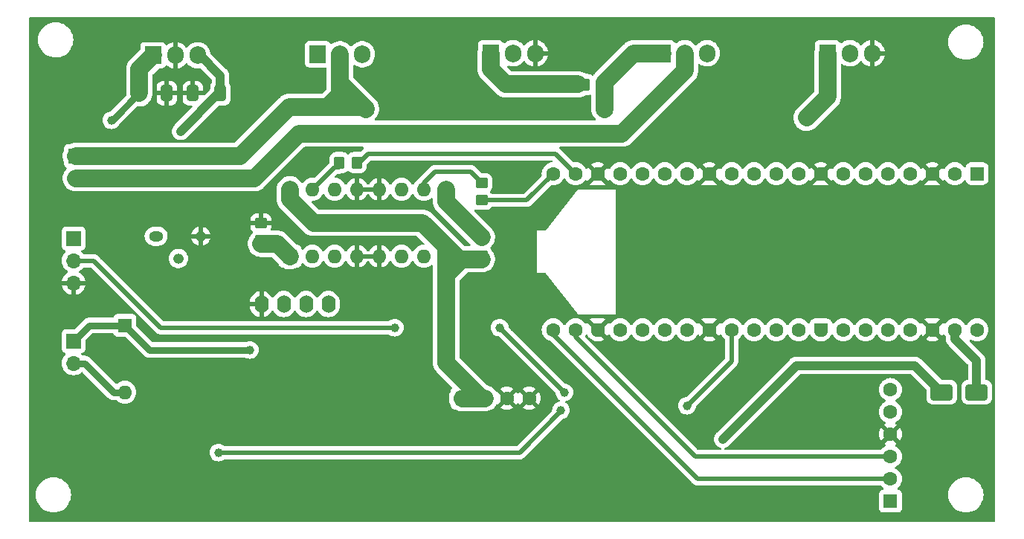
<source format=gbr>
%TF.GenerationSoftware,KiCad,Pcbnew,7.0.10*%
%TF.CreationDate,2024-04-04T22:36:57+05:30*%
%TF.ProjectId,PocketPCR,506f636b-6574-4504-9352-2e6b69636164,rev?*%
%TF.SameCoordinates,Original*%
%TF.FileFunction,Copper,L1,Top*%
%TF.FilePolarity,Positive*%
%FSLAX46Y46*%
G04 Gerber Fmt 4.6, Leading zero omitted, Abs format (unit mm)*
G04 Created by KiCad (PCBNEW 7.0.10) date 2024-04-04 22:36:57*
%MOMM*%
%LPD*%
G01*
G04 APERTURE LIST*
G04 Aperture macros list*
%AMRoundRect*
0 Rectangle with rounded corners*
0 $1 Rounding radius*
0 $2 $3 $4 $5 $6 $7 $8 $9 X,Y pos of 4 corners*
0 Add a 4 corners polygon primitive as box body*
4,1,4,$2,$3,$4,$5,$6,$7,$8,$9,$2,$3,0*
0 Add four circle primitives for the rounded corners*
1,1,$1+$1,$2,$3*
1,1,$1+$1,$4,$5*
1,1,$1+$1,$6,$7*
1,1,$1+$1,$8,$9*
0 Add four rect primitives between the rounded corners*
20,1,$1+$1,$2,$3,$4,$5,0*
20,1,$1+$1,$4,$5,$6,$7,0*
20,1,$1+$1,$6,$7,$8,$9,0*
20,1,$1+$1,$8,$9,$2,$3,0*%
%AMFreePoly0*
4,1,28,0.605014,0.794986,0.644504,0.794986,0.724698,0.756366,0.780194,0.686777,0.800000,0.600000,0.800000,-0.600000,0.780194,-0.686777,0.724698,-0.756366,0.644504,-0.794986,0.605014,-0.794986,0.600000,-0.800000,0.000000,-0.800000,-0.178017,-0.779942,-0.347107,-0.720775,-0.498792,-0.625465,-0.625465,-0.498792,-0.720775,-0.347107,-0.779942,-0.178017,-0.800000,0.000000,-0.779942,0.178017,
-0.720775,0.347107,-0.625465,0.498792,-0.498792,0.625465,-0.347107,0.720775,-0.178017,0.779942,0.000000,0.800000,0.600000,0.800000,0.605014,0.794986,0.605014,0.794986,$1*%
%AMFreePoly1*
4,1,28,0.178017,0.779942,0.347107,0.720775,0.498792,0.625465,0.625465,0.498792,0.720775,0.347107,0.779942,0.178017,0.800000,0.000000,0.779942,-0.178017,0.720775,-0.347107,0.625465,-0.498792,0.498792,-0.625465,0.347107,-0.720775,0.178017,-0.779942,0.000000,-0.800000,-0.600000,-0.800000,-0.605014,-0.794986,-0.644504,-0.794986,-0.724698,-0.756366,-0.780194,-0.686777,-0.800000,-0.600000,
-0.800000,0.600000,-0.780194,0.686777,-0.724698,0.756366,-0.644504,0.794986,-0.605014,0.794986,-0.600000,0.800000,0.000000,0.800000,0.178017,0.779942,0.178017,0.779942,$1*%
G04 Aperture macros list end*
%TA.AperFunction,ComponentPad*%
%ADD10O,1.600000X2.000000*%
%TD*%
%TA.AperFunction,ComponentPad*%
%ADD11C,1.600000*%
%TD*%
%TA.AperFunction,ComponentPad*%
%ADD12R,1.600000X1.600000*%
%TD*%
%TA.AperFunction,SMDPad,CuDef*%
%ADD13RoundRect,0.250000X-0.450000X0.350000X-0.450000X-0.350000X0.450000X-0.350000X0.450000X0.350000X0*%
%TD*%
%TA.AperFunction,SMDPad,CuDef*%
%ADD14RoundRect,0.250000X0.450000X-0.350000X0.450000X0.350000X-0.450000X0.350000X-0.450000X-0.350000X0*%
%TD*%
%TA.AperFunction,ComponentPad*%
%ADD15O,1.200000X1.200000*%
%TD*%
%TA.AperFunction,ComponentPad*%
%ADD16O,1.600000X1.200000*%
%TD*%
%TA.AperFunction,ComponentPad*%
%ADD17O,1.600000X1.600000*%
%TD*%
%TA.AperFunction,ComponentPad*%
%ADD18R,1.905000X2.000000*%
%TD*%
%TA.AperFunction,ComponentPad*%
%ADD19O,1.905000X2.000000*%
%TD*%
%TA.AperFunction,SMDPad,CuDef*%
%ADD20RoundRect,0.250000X1.000000X0.650000X-1.000000X0.650000X-1.000000X-0.650000X1.000000X-0.650000X0*%
%TD*%
%TA.AperFunction,SMDPad,CuDef*%
%ADD21RoundRect,0.250000X0.350000X0.450000X-0.350000X0.450000X-0.350000X-0.450000X0.350000X-0.450000X0*%
%TD*%
%TA.AperFunction,SMDPad,CuDef*%
%ADD22RoundRect,0.250000X0.412500X0.650000X-0.412500X0.650000X-0.412500X-0.650000X0.412500X-0.650000X0*%
%TD*%
%TA.AperFunction,ComponentPad*%
%ADD23R,1.700000X1.700000*%
%TD*%
%TA.AperFunction,ComponentPad*%
%ADD24C,1.700000*%
%TD*%
%TA.AperFunction,ComponentPad*%
%ADD25O,1.700000X1.700000*%
%TD*%
%TA.AperFunction,SMDPad,CuDef*%
%ADD26RoundRect,0.250000X-0.412500X-0.650000X0.412500X-0.650000X0.412500X0.650000X-0.412500X0.650000X0*%
%TD*%
%TA.AperFunction,ComponentPad*%
%ADD27RoundRect,0.200000X-0.600000X0.600000X-0.600000X-0.600000X0.600000X-0.600000X0.600000X0.600000X0*%
%TD*%
%TA.AperFunction,ComponentPad*%
%ADD28FreePoly0,270.000000*%
%TD*%
%TA.AperFunction,ComponentPad*%
%ADD29FreePoly1,270.000000*%
%TD*%
%TA.AperFunction,SMDPad,CuDef*%
%ADD30RoundRect,0.250000X-0.350000X-0.450000X0.350000X-0.450000X0.350000X0.450000X-0.350000X0.450000X0*%
%TD*%
%TA.AperFunction,ViaPad*%
%ADD31C,1.000000*%
%TD*%
%TA.AperFunction,ViaPad*%
%ADD32C,2.000000*%
%TD*%
%TA.AperFunction,ViaPad*%
%ADD33C,1.500000*%
%TD*%
%TA.AperFunction,Conductor*%
%ADD34C,2.000000*%
%TD*%
%TA.AperFunction,Conductor*%
%ADD35C,0.500000*%
%TD*%
%TA.AperFunction,Conductor*%
%ADD36C,1.000000*%
%TD*%
%TA.AperFunction,Conductor*%
%ADD37C,0.750000*%
%TD*%
G04 APERTURE END LIST*
D10*
%TO.P,U4,1,GND*%
%TO.N,GND*%
X129346000Y-77579000D03*
%TO.P,U4,2,VCC*%
%TO.N,/3.3V*%
X131886000Y-77579000D03*
%TO.P,U4,3,SCL*%
%TO.N,/SCL*%
X134426000Y-77579000D03*
%TO.P,U4,4,SDA*%
%TO.N,/SDA*%
X136966000Y-77579000D03*
%TD*%
D11*
%TO.P,,6,EN*%
%TO.N,unconnected-(HC-1-EN-Pad6)*%
X200954500Y-87313500D03*
%TO.P,,5,VCC*%
%TO.N,/3.3V*%
X200954500Y-89853500D03*
%TO.P,,4,GND*%
%TO.N,GND*%
X200954500Y-92393500D03*
%TO.P,,3,TXD*%
%TO.N,/BLUE_TX*%
X200954500Y-94933500D03*
%TO.P,,2,RXD*%
%TO.N,/BLUE_RX*%
X200954500Y-97483500D03*
D12*
%TO.P,,1,STATE*%
%TO.N,unconnected-(HC-1-STATE-Pad1)*%
X200954500Y-100013500D03*
%TD*%
D13*
%TO.P,R1,1*%
%TO.N,GND*%
X129286000Y-68342000D03*
%TO.P,R1,2*%
%TO.N,Net-(U1-EN1\u002C2)*%
X129286000Y-70342000D03*
%TD*%
D14*
%TO.P,R2,1*%
%TO.N,/MD_IN2*%
X154432000Y-65770000D03*
%TO.P,R2,2*%
%TO.N,Net-(U1-3A)*%
X154432000Y-63770000D03*
%TD*%
D15*
%TO.P,Q6,3,E*%
%TO.N,GND*%
X122428000Y-69850000D03*
%TO.P,Q6,2,B*%
%TO.N,Net-(Q6-B)*%
X119888000Y-72390000D03*
D16*
%TO.P,Q6,1,C*%
%TO.N,Net-(D2-A)*%
X117348000Y-69850000D03*
%TD*%
D12*
%TO.P,U1,1,EN1\u002C2*%
%TO.N,Net-(U1-EN1\u002C2)*%
X132588000Y-72136000D03*
D17*
%TO.P,U1,2,1A*%
%TO.N,unconnected-(U1-1A-Pad2)*%
X135128000Y-72136000D03*
%TO.P,U1,3,1Y*%
%TO.N,unconnected-(U1-1Y-Pad3)*%
X137668000Y-72136000D03*
%TO.P,U1,4,GND*%
%TO.N,GND*%
X140208000Y-72136000D03*
%TO.P,U1,5,GND*%
X142748000Y-72136000D03*
%TO.P,U1,6,2Y*%
%TO.N,unconnected-(U1-2Y-Pad6)*%
X145288000Y-72136000D03*
%TO.P,U1,7,2A*%
%TO.N,unconnected-(U1-2A-Pad7)*%
X147828000Y-72136000D03*
%TO.P,U1,8,VCC2*%
%TO.N,V_USB*%
X150368000Y-72136000D03*
%TO.P,U1,9,EN3\u002C4*%
%TO.N,Net-(U1-EN3\u002C4)*%
X150368000Y-64516000D03*
%TO.P,U1,10,3A*%
%TO.N,Net-(U1-3A)*%
X147828000Y-64516000D03*
%TO.P,U1,11,3Y*%
%TO.N,/HBRG_IN2*%
X145288000Y-64516000D03*
%TO.P,U1,12,GND*%
%TO.N,GND*%
X142748000Y-64516000D03*
%TO.P,U1,13,GND*%
X140208000Y-64516000D03*
%TO.P,U1,14,4Y*%
%TO.N,/HBRG_IN1*%
X137668000Y-64516000D03*
%TO.P,U1,15,4A*%
%TO.N,Net-(U1-4A)*%
X135128000Y-64516000D03*
%TO.P,U1,16,VCC1*%
%TO.N,V_USB*%
X132588000Y-64516000D03*
%TD*%
D18*
%TO.P,Q4,1,G*%
%TO.N,/HBRG_IN2*%
X193802000Y-49022000D03*
D19*
%TO.P,Q4,2,D*%
%TO.N,/HBRG_OUT2*%
X196342000Y-49022000D03*
%TO.P,Q4,3,S*%
%TO.N,GND*%
X198882000Y-49022000D03*
%TD*%
D20*
%TO.P,D1,1,K*%
%TO.N,Net-(D1-K)*%
X210788000Y-87630000D03*
%TO.P,D1,2,A*%
%TO.N,V_REG*%
X206788000Y-87630000D03*
%TD*%
D12*
%TO.P,D2,1,K*%
%TO.N,V_REG*%
X113792000Y-80010000D03*
D17*
%TO.P,D2,2,A*%
%TO.N,Net-(D2-A)*%
X113792000Y-87630000D03*
%TD*%
D21*
%TO.P,R3,1*%
%TO.N,/MD_IN1*%
X140208000Y-61468000D03*
%TO.P,R3,2*%
%TO.N,Net-(U1-4A)*%
X138208000Y-61468000D03*
%TD*%
D22*
%TO.P,C2,1*%
%TO.N,V_REG*%
X124670500Y-53570000D03*
%TO.P,C2,2*%
%TO.N,GND*%
X121545500Y-53570000D03*
%TD*%
D23*
%TO.P,J1,1,Pin_1*%
%TO.N,/HBRG_OUT1*%
X108204000Y-60706000D03*
D24*
%TO.P,J1,2,Pin_2*%
%TO.N,/HBRG_OUT2*%
X108204000Y-63246000D03*
%TD*%
D23*
%TO.P,J2,1,Pin_1*%
%TO.N,V_USB*%
X107950000Y-70104000D03*
D25*
%TO.P,J2,2,Pin_2*%
%TO.N,/BLOCK_ADC*%
X107950000Y-72644000D03*
%TO.P,J2,3,Pin_3*%
%TO.N,GND*%
X107950000Y-75184000D03*
%TD*%
D26*
%TO.P,C1,1*%
%TO.N,V_USB*%
X115449500Y-53570000D03*
%TO.P,C1,2*%
%TO.N,GND*%
X118574500Y-53570000D03*
%TD*%
D12*
%TO.P,J3,1,Pin_1*%
%TO.N,V_USB*%
X152208500Y-88304500D03*
D11*
%TO.P,J3,2,Pin_2*%
X154748500Y-88304500D03*
%TO.P,J3,3,Pin_3*%
%TO.N,GND*%
X157288500Y-88304500D03*
%TO.P,J3,4,Pin_4*%
X159828500Y-88304500D03*
%TD*%
D18*
%TO.P,Q1,1,G*%
%TO.N,/HBRG_IN1*%
X135741500Y-49123500D03*
D19*
%TO.P,Q1,2,D*%
%TO.N,/HBRG_OUT1*%
X138281500Y-49123500D03*
%TO.P,Q1,3,S*%
%TO.N,V_USB*%
X140821500Y-49123500D03*
%TD*%
D23*
%TO.P,J4,1,Pin_1*%
%TO.N,V_REG*%
X107950000Y-81788000D03*
D25*
%TO.P,J4,2,Pin_2*%
%TO.N,Net-(D2-A)*%
X107950000Y-84328000D03*
%TD*%
D14*
%TO.P,R4,1*%
%TO.N,V_USB*%
X154432000Y-72120000D03*
%TO.P,R4,2*%
%TO.N,Net-(U1-EN3\u002C4)*%
X154432000Y-70120000D03*
%TD*%
D18*
%TO.P,Q3,1,G*%
%TO.N,/HBRG_IN2*%
X175006000Y-49022000D03*
D19*
%TO.P,Q3,2,D*%
%TO.N,/HBRG_OUT2*%
X177546000Y-49022000D03*
%TO.P,Q3,3,S*%
%TO.N,V_USB*%
X180086000Y-49022000D03*
%TD*%
D18*
%TO.P,Q2,1,G*%
%TO.N,/HBRG_IN1*%
X155448000Y-49022000D03*
D19*
%TO.P,Q2,2,D*%
%TO.N,/HBRG_OUT1*%
X157988000Y-49022000D03*
%TO.P,Q2,3,S*%
%TO.N,GND*%
X160528000Y-49022000D03*
%TD*%
D18*
%TO.P,U5,1,IN*%
%TO.N,V_USB*%
X117012000Y-49252000D03*
D19*
%TO.P,U5,2,GND*%
%TO.N,GND*%
X119552000Y-49252000D03*
%TO.P,U5,3,OUT*%
%TO.N,V_REG*%
X122092000Y-49252000D03*
%TD*%
D27*
%TO.P,U2,1,GPIO0*%
%TO.N,unconnected-(U2-GPIO0-Pad1)*%
X210820000Y-62738000D03*
D11*
%TO.P,U2,2,GPIO1*%
%TO.N,unconnected-(U2-GPIO1-Pad2)*%
X208280000Y-62738000D03*
D28*
%TO.P,U2,3,GND*%
%TO.N,GND*%
X205740000Y-62738000D03*
D11*
%TO.P,U2,4,GPIO2*%
%TO.N,unconnected-(U2-GPIO2-Pad4)*%
X203200000Y-62738000D03*
%TO.P,U2,5,GPIO3*%
%TO.N,unconnected-(U2-GPIO3-Pad5)*%
X200660000Y-62738000D03*
%TO.P,U2,6,GPIO4*%
%TO.N,unconnected-(U2-GPIO4-Pad6)*%
X198120000Y-62738000D03*
%TO.P,U2,7,GPIO5*%
%TO.N,unconnected-(U2-GPIO5-Pad7)*%
X195580000Y-62738000D03*
D28*
%TO.P,U2,8,GND*%
%TO.N,GND*%
X193040000Y-62738000D03*
D11*
%TO.P,U2,9,GPIO6*%
%TO.N,unconnected-(U2-GPIO6-Pad9)*%
X190500000Y-62738000D03*
%TO.P,U2,10,GPIO7*%
%TO.N,unconnected-(U2-GPIO7-Pad10)*%
X187960000Y-62738000D03*
%TO.P,U2,11,GPIO8*%
%TO.N,unconnected-(U2-GPIO8-Pad11)*%
X185420000Y-62738000D03*
%TO.P,U2,12,GPIO9*%
%TO.N,unconnected-(U2-GPIO9-Pad12)*%
X182880000Y-62738000D03*
D28*
%TO.P,U2,13,GND*%
%TO.N,GND*%
X180340000Y-62738000D03*
D11*
%TO.P,U2,14,GPIO10*%
%TO.N,unconnected-(U2-GPIO10-Pad14)*%
X177800000Y-62738000D03*
%TO.P,U2,15,GPIO11*%
%TO.N,unconnected-(U2-GPIO11-Pad15)*%
X175260000Y-62738000D03*
%TO.P,U2,16,GPIO12*%
%TO.N,unconnected-(U2-GPIO12-Pad16)*%
X172720000Y-62738000D03*
%TO.P,U2,17,GPIO13*%
%TO.N,unconnected-(U2-GPIO13-Pad17)*%
X170180000Y-62738000D03*
D28*
%TO.P,U2,18,GND*%
%TO.N,GND*%
X167640000Y-62738000D03*
D11*
%TO.P,U2,19,GPIO14*%
%TO.N,/MD_IN1*%
X165100000Y-62738000D03*
%TO.P,U2,20,GPIO15*%
%TO.N,/MD_IN2*%
X162560000Y-62738000D03*
%TO.P,U2,21,GPIO16*%
%TO.N,/BLUE_RX*%
X162560000Y-80518000D03*
%TO.P,U2,22,GPIO17*%
%TO.N,/BLUE_TX*%
X165100000Y-80518000D03*
D29*
%TO.P,U2,23,GND*%
%TO.N,GND*%
X167640000Y-80518000D03*
D11*
%TO.P,U2,24,GPIO18*%
%TO.N,unconnected-(U2-GPIO18-Pad24)*%
X170180000Y-80518000D03*
%TO.P,U2,25,GPIO19*%
%TO.N,unconnected-(U2-GPIO19-Pad25)*%
X172720000Y-80518000D03*
%TO.P,U2,26,GPIO20*%
%TO.N,/SDA*%
X175260000Y-80518000D03*
%TO.P,U2,27,GPIO21*%
%TO.N,/SCL*%
X177800000Y-80518000D03*
D29*
%TO.P,U2,28,GND*%
%TO.N,GND*%
X180340000Y-80518000D03*
D11*
%TO.P,U2,29,GPIO22*%
%TO.N,/FAN*%
X182880000Y-80518000D03*
%TO.P,U2,30,RUN*%
%TO.N,unconnected-(U2-RUN-Pad30)*%
X185420000Y-80518000D03*
%TO.P,U2,31,GPIO26_ADC0*%
%TO.N,/BLOCK_ADC*%
X187960000Y-80518000D03*
%TO.P,U2,32,GPIO27_ADC1*%
%TO.N,unconnected-(U2-GPIO27_ADC1-Pad32)*%
X190500000Y-80518000D03*
D29*
%TO.P,U2,33,AGND*%
%TO.N,unconnected-(U2-AGND-Pad33)*%
X193040000Y-80518000D03*
D11*
%TO.P,U2,34,GPIO28_ADC2*%
%TO.N,unconnected-(U2-GPIO28_ADC2-Pad34)*%
X195580000Y-80518000D03*
%TO.P,U2,35,ADC_VREF*%
%TO.N,unconnected-(U2-ADC_VREF-Pad35)*%
X198120000Y-80518000D03*
%TO.P,U2,36,3V3*%
%TO.N,/3.3V*%
X200660000Y-80518000D03*
%TO.P,U2,37,3V3_EN*%
%TO.N,unconnected-(U2-3V3_EN-Pad37)*%
X203200000Y-80518000D03*
D29*
%TO.P,U2,38,GND*%
%TO.N,GND*%
X205740000Y-80518000D03*
D11*
%TO.P,U2,39,VSYS*%
%TO.N,Net-(D1-K)*%
X208280000Y-80518000D03*
%TO.P,U2,40,VBUS*%
%TO.N,unconnected-(U2-VBUS-Pad40)*%
X210820000Y-80518000D03*
%TD*%
D30*
%TO.P,R5,1*%
%TO.N,/HBRG_IN1*%
X166132000Y-52578000D03*
%TO.P,R5,2*%
%TO.N,/HBRG_IN2*%
X168132000Y-52578000D03*
%TD*%
D31*
%TO.N,GND*%
X122428000Y-67310000D03*
X120396000Y-66040000D03*
X118364000Y-66294000D03*
X117094000Y-67564000D03*
X119888000Y-68072000D03*
X211328000Y-73152000D03*
X211328000Y-70612000D03*
X209042000Y-74422000D03*
X209042000Y-71628000D03*
X209042000Y-69088000D03*
X211582000Y-92202000D03*
X208788000Y-92202000D03*
X206248000Y-92202000D03*
X104902000Y-87122000D03*
X104902000Y-83566000D03*
X104902000Y-80010000D03*
X104902000Y-76962000D03*
X104902000Y-74168000D03*
X104902000Y-71628000D03*
X104902000Y-69088000D03*
X106426000Y-67056000D03*
X110998000Y-53086000D03*
X108204000Y-55880000D03*
X105918000Y-57150000D03*
X105918000Y-54610000D03*
X108204000Y-53086000D03*
X105918000Y-51816000D03*
X109474000Y-50800000D03*
X117602000Y-57912000D03*
X115316000Y-57912000D03*
X116586000Y-56388000D03*
X127508000Y-54610000D03*
X126492000Y-51816000D03*
X131826000Y-51816000D03*
X129032000Y-52832000D03*
X129032000Y-50800000D03*
X129032000Y-48768000D03*
X131826000Y-48514000D03*
X113030000Y-49022000D03*
X113030000Y-47244000D03*
X126492000Y-48514000D03*
X164846000Y-48768000D03*
X183896000Y-49022000D03*
X183896000Y-46990000D03*
X189738000Y-49022000D03*
X189738000Y-46990000D03*
X202946000Y-49022000D03*
X202946000Y-47244000D03*
X187198000Y-46990000D03*
X187198000Y-49022000D03*
X167640000Y-48514000D03*
X148336000Y-48768000D03*
X209296000Y-57658000D03*
X209296000Y-55118000D03*
X205994000Y-57658000D03*
X202946000Y-57658000D03*
X199898000Y-57658000D03*
X205994000Y-55118000D03*
X202946000Y-55118000D03*
X200152000Y-55118000D03*
X205740000Y-52832000D03*
X202692000Y-52832000D03*
X200152000Y-52832000D03*
D32*
%TO.N,/HBRG_OUT1*%
X141224000Y-55372000D03*
%TO.N,/HBRG_IN2*%
X168402000Y-55372000D03*
D31*
%TO.N,/FAN*%
X124460000Y-94488000D03*
%TO.N,V_REG*%
X120152233Y-57901767D03*
%TO.N,V_USB*%
X112268000Y-56642000D03*
%TO.N,GND*%
X159004000Y-95758000D03*
X177800000Y-76200000D03*
X175260000Y-66040000D03*
X177800000Y-73406000D03*
X180340000Y-76200000D03*
X172720000Y-68580000D03*
X190754000Y-76200000D03*
X158242000Y-99568000D03*
X153416000Y-97790000D03*
X154432000Y-95758000D03*
X190500000Y-66040000D03*
X175260000Y-73660000D03*
X185420000Y-68580000D03*
X193040000Y-75946000D03*
X203200000Y-71120000D03*
X158242000Y-101600000D03*
X198374000Y-75946000D03*
X185420000Y-70866000D03*
X182880000Y-66040000D03*
X190500000Y-70866000D03*
X183134000Y-76200000D03*
X197866000Y-73660000D03*
X198120000Y-70866000D03*
X185420000Y-73660000D03*
X180594000Y-73406000D03*
X203200000Y-65786000D03*
X153670000Y-101600000D03*
X203200000Y-68580000D03*
X203454000Y-76200000D03*
X187706000Y-73660000D03*
X193040000Y-66040000D03*
X195580000Y-70866000D03*
X172720000Y-75946000D03*
X190500000Y-73660000D03*
X193040000Y-71120000D03*
X198120000Y-68580000D03*
X182880000Y-68580000D03*
X187960000Y-66040000D03*
X188214000Y-76200000D03*
X177800000Y-68580000D03*
X190500000Y-68580000D03*
X155956000Y-97790000D03*
X172720000Y-73660000D03*
X172466000Y-66040000D03*
X185674000Y-76200000D03*
X182880000Y-73660000D03*
X198120000Y-66040000D03*
X175006000Y-76200000D03*
X195580000Y-66040000D03*
X155956000Y-101600000D03*
X185420000Y-66040000D03*
X175514000Y-68580000D03*
X200914000Y-76200000D03*
X195834000Y-75946000D03*
X200660000Y-73660000D03*
X175260000Y-71120000D03*
X178054000Y-71120000D03*
X182880000Y-70866000D03*
X180340000Y-68580000D03*
X200660000Y-68580000D03*
X172720000Y-71120000D03*
X177800000Y-66040000D03*
X187960000Y-68580000D03*
X200914000Y-70866000D03*
X155956000Y-99568000D03*
X187706000Y-70866000D03*
X195580000Y-68580000D03*
X193040000Y-73660000D03*
X200660000Y-66040000D03*
X180340000Y-71120000D03*
X193040000Y-68580000D03*
X158242000Y-97790000D03*
X180340000Y-66040000D03*
X195580000Y-73660000D03*
X156718000Y-95758000D03*
X153416000Y-99568000D03*
X152400000Y-95758000D03*
X203200000Y-73660000D03*
%TO.N,V_REG*%
X181864000Y-92964000D03*
X128016000Y-82804000D03*
D33*
%TO.N,/HBRG_IN2*%
X191434000Y-56364000D03*
D31*
%TO.N,/FAN*%
X163449000Y-89682000D03*
X177800000Y-89154000D03*
%TO.N,/BLOCK_ADC*%
X163830000Y-87630000D03*
X156464000Y-80264000D03*
X144526000Y-80264000D03*
%TD*%
D34*
%TO.N,/HBRG_OUT1*%
X141224000Y-55308000D02*
X141224000Y-55372000D01*
X136906000Y-55118000D02*
X140970000Y-55118000D01*
X138281500Y-52365500D02*
X141224000Y-55308000D01*
X140970000Y-55118000D02*
X141224000Y-55372000D01*
D35*
%TO.N,/BLUE_TX*%
X178753500Y-94933500D02*
X200954500Y-94933500D01*
X165100000Y-81280000D02*
X178753500Y-94933500D01*
X165100000Y-80518000D02*
X165100000Y-81280000D01*
%TO.N,/BLUE_RX*%
X179017500Y-97483500D02*
X200954500Y-97483500D01*
X162560000Y-81026000D02*
X179017500Y-97483500D01*
X162560000Y-80518000D02*
X162560000Y-81026000D01*
%TO.N,/FAN*%
X124734000Y-94508000D02*
X124714000Y-94488000D01*
X163449000Y-89789000D02*
X158730000Y-94508000D01*
X158730000Y-94508000D02*
X124734000Y-94508000D01*
X163449000Y-89682000D02*
X163449000Y-89789000D01*
D34*
%TO.N,Net-(U1-EN1\u002C2)*%
X131164000Y-70712000D02*
X129286000Y-70712000D01*
X132588000Y-72136000D02*
X131164000Y-70712000D01*
%TO.N,/HBRG_OUT1*%
X138281500Y-52365500D02*
X138281500Y-53742500D01*
X132504700Y-55118000D02*
X136906000Y-55118000D01*
X138281500Y-53742500D02*
X136906000Y-55118000D01*
X138281500Y-49123500D02*
X138281500Y-52365500D01*
X126916700Y-60706000D02*
X132504700Y-55118000D01*
X108204000Y-60706000D02*
X126916700Y-60706000D01*
D36*
%TO.N,V_REG*%
X124484000Y-53570000D02*
X120152233Y-57901767D01*
X124670500Y-53570000D02*
X124484000Y-53570000D01*
D37*
%TO.N,V_USB*%
X112268000Y-56642000D02*
X112377500Y-56642000D01*
X112377500Y-56642000D02*
X115449500Y-53570000D01*
D34*
%TO.N,/HBRG_OUT2*%
X170402000Y-58166000D02*
X133604000Y-58166000D01*
X177546000Y-51022000D02*
X170402000Y-58166000D01*
X177546000Y-49022000D02*
X177546000Y-51022000D01*
X133604000Y-58166000D02*
X128524000Y-63246000D01*
X128524000Y-63246000D02*
X108204000Y-63246000D01*
%TO.N,/HBRG_IN2*%
X168402000Y-52324000D02*
X168402000Y-55372000D01*
X175006000Y-49022000D02*
X171704000Y-49022000D01*
X171704000Y-49022000D02*
X168402000Y-52324000D01*
%TO.N,/HBRG_IN1*%
X157168000Y-52554000D02*
X165378000Y-52554000D01*
X155448000Y-50834000D02*
X157168000Y-52554000D01*
X155448000Y-49022000D02*
X155448000Y-50834000D01*
%TO.N,V_USB*%
X115449500Y-50814500D02*
X115449500Y-53570000D01*
X117012000Y-49252000D02*
X115449500Y-50814500D01*
D35*
%TO.N,/MD_IN1*%
X162814000Y-60452000D02*
X165100000Y-62738000D01*
X141478000Y-60452000D02*
X162814000Y-60452000D01*
X140208000Y-61722000D02*
X141478000Y-60452000D01*
%TO.N,Net-(U1-3A)*%
X153146000Y-62484000D02*
X154432000Y-63770000D01*
X149098000Y-62484000D02*
X153146000Y-62484000D01*
X147828000Y-63754000D02*
X149098000Y-62484000D01*
X147828000Y-64516000D02*
X147828000Y-63754000D01*
D34*
%TO.N,Net-(U1-EN3\u002C4)*%
X150368000Y-65910000D02*
X154432000Y-69974000D01*
X150368000Y-64516000D02*
X150368000Y-65910000D01*
D35*
%TO.N,/MD_IN2*%
X159528000Y-65770000D02*
X162560000Y-62738000D01*
X154432000Y-65770000D02*
X159528000Y-65770000D01*
%TO.N,Net-(U1-4A)*%
X137668000Y-61976000D02*
X138208000Y-61976000D01*
X135128000Y-64516000D02*
X137668000Y-61976000D01*
D34*
%TO.N,V_USB*%
X151837370Y-72474000D02*
X150368000Y-71004630D01*
X152146000Y-72474000D02*
X151837370Y-72474000D01*
X135266630Y-68326000D02*
X132588000Y-65647370D01*
X147689370Y-68326000D02*
X135266630Y-68326000D01*
X150368000Y-71004630D02*
X147689370Y-68326000D01*
X150368000Y-72136000D02*
X150368000Y-71004630D01*
X132588000Y-65647370D02*
X132588000Y-64516000D01*
X152146000Y-72474000D02*
X154432000Y-72474000D01*
X150706000Y-72474000D02*
X152146000Y-72474000D01*
X150452000Y-74168000D02*
X152146000Y-72474000D01*
X150368000Y-74168000D02*
X150368000Y-72136000D01*
X150368000Y-74168000D02*
X150452000Y-74168000D01*
X150368000Y-84253000D02*
X150368000Y-74168000D01*
X150368000Y-72136000D02*
X150706000Y-72474000D01*
X154419500Y-88304500D02*
X150368000Y-84253000D01*
X154748500Y-88304500D02*
X154419500Y-88304500D01*
D35*
%TO.N,/BLOCK_ADC*%
X110236000Y-72644000D02*
X107950000Y-72644000D01*
X117856000Y-80264000D02*
X110236000Y-72644000D01*
X144526000Y-80264000D02*
X117856000Y-80264000D01*
D34*
%TO.N,V_USB*%
X154748500Y-88304500D02*
X152208500Y-88304500D01*
D36*
%TO.N,V_REG*%
X124670500Y-51576500D02*
X124670500Y-53824000D01*
X190246000Y-84582000D02*
X203740000Y-84582000D01*
D37*
X109728000Y-80010000D02*
X113792000Y-80010000D01*
D36*
X181864000Y-92964000D02*
X190246000Y-84582000D01*
X122092000Y-49252000D02*
X122346000Y-49252000D01*
D37*
X116586000Y-82804000D02*
X128016000Y-82804000D01*
X113792000Y-80010000D02*
X116586000Y-82804000D01*
D36*
X203740000Y-84582000D02*
X206788000Y-87630000D01*
X122346000Y-49252000D02*
X124670500Y-51576500D01*
D37*
X107950000Y-81788000D02*
X109728000Y-80010000D01*
D34*
%TO.N,/HBRG_IN2*%
X193802000Y-49022000D02*
X193802000Y-53996000D01*
X193802000Y-53996000D02*
X191434000Y-56364000D01*
D35*
%TO.N,/FAN*%
X182880000Y-84074000D02*
X177800000Y-89154000D01*
X182880000Y-80518000D02*
X182880000Y-84074000D01*
D37*
%TO.N,Net-(D2-A)*%
X112522000Y-87630000D02*
X113792000Y-87630000D01*
X107950000Y-84328000D02*
X109220000Y-84328000D01*
X109220000Y-84328000D02*
X112522000Y-87630000D01*
D35*
%TO.N,/BLOCK_ADC*%
X163830000Y-87630000D02*
X163957000Y-87757000D01*
X156464000Y-80264000D02*
X163830000Y-87630000D01*
D36*
%TO.N,Net-(D1-K)*%
X210788000Y-84042000D02*
X210788000Y-87630000D01*
X208280000Y-81534000D02*
X210788000Y-84042000D01*
D35*
X210820000Y-87598000D02*
X210788000Y-87630000D01*
D36*
X208280000Y-80518000D02*
X208280000Y-81534000D01*
%TD*%
%TA.AperFunction,Conductor*%
%TO.N,GND*%
G36*
X142420359Y-71897955D02*
G01*
X142362835Y-72010852D01*
X142343014Y-72136000D01*
X142362835Y-72261148D01*
X142420359Y-72374045D01*
X142432314Y-72386000D01*
X140523686Y-72386000D01*
X140535641Y-72374045D01*
X140593165Y-72261148D01*
X140612986Y-72136000D01*
X140593165Y-72010852D01*
X140535641Y-71897955D01*
X140523686Y-71886000D01*
X142432314Y-71886000D01*
X142420359Y-71897955D01*
G37*
%TD.AperFunction*%
%TA.AperFunction,Conductor*%
G36*
X142998000Y-65794872D02*
G01*
X143194317Y-65742269D01*
X143194326Y-65742265D01*
X143400482Y-65646134D01*
X143586820Y-65515657D01*
X143747657Y-65354820D01*
X143878132Y-65168484D01*
X143905341Y-65110134D01*
X143951513Y-65057695D01*
X144018707Y-65038542D01*
X144085588Y-65058757D01*
X144130106Y-65110133D01*
X144157431Y-65168732D01*
X144157432Y-65168734D01*
X144287954Y-65355141D01*
X144448858Y-65516045D01*
X144448861Y-65516047D01*
X144635266Y-65646568D01*
X144841504Y-65742739D01*
X145061308Y-65801635D01*
X145223230Y-65815801D01*
X145287998Y-65821468D01*
X145288000Y-65821468D01*
X145288002Y-65821468D01*
X145344673Y-65816509D01*
X145514692Y-65801635D01*
X145734496Y-65742739D01*
X145940734Y-65646568D01*
X146127139Y-65516047D01*
X146288047Y-65355139D01*
X146418568Y-65168734D01*
X146445618Y-65110724D01*
X146491790Y-65058285D01*
X146558983Y-65039133D01*
X146625865Y-65059348D01*
X146670382Y-65110725D01*
X146697429Y-65168728D01*
X146697432Y-65168734D01*
X146827954Y-65355141D01*
X146988858Y-65516045D01*
X146988861Y-65516047D01*
X147175266Y-65646568D01*
X147381504Y-65742739D01*
X147601308Y-65801635D01*
X147763230Y-65815801D01*
X147827998Y-65821468D01*
X147828000Y-65821468D01*
X147828002Y-65821468D01*
X147884673Y-65816509D01*
X148054692Y-65801635D01*
X148274496Y-65742739D01*
X148480734Y-65646568D01*
X148623639Y-65546506D01*
X148671574Y-65512942D01*
X148672919Y-65514863D01*
X148727784Y-65490843D01*
X148796778Y-65501872D01*
X148848856Y-65548451D01*
X148867500Y-65613843D01*
X148867500Y-65809136D01*
X148866548Y-65824472D01*
X148863643Y-65847779D01*
X148867394Y-65938472D01*
X148867500Y-65943596D01*
X148867500Y-65972065D01*
X148869851Y-66000448D01*
X148870168Y-66005558D01*
X148873918Y-66096232D01*
X148878738Y-66119220D01*
X148880952Y-66134421D01*
X148882891Y-66157817D01*
X148882891Y-66157822D01*
X148905171Y-66245803D01*
X148906325Y-66250793D01*
X148924949Y-66339607D01*
X148924952Y-66339616D01*
X148933485Y-66361487D01*
X148938170Y-66376113D01*
X148943935Y-66398877D01*
X148980393Y-66481995D01*
X148982353Y-66486727D01*
X149015344Y-66571275D01*
X149027364Y-66591447D01*
X149034396Y-66605109D01*
X149043824Y-66626604D01*
X149093464Y-66702583D01*
X149096153Y-66706891D01*
X149142634Y-66784894D01*
X149157808Y-66802811D01*
X149166990Y-66815123D01*
X149179836Y-66834785D01*
X149183672Y-66838952D01*
X149241294Y-66901546D01*
X149244686Y-66905387D01*
X149263104Y-66927133D01*
X149283226Y-66947254D01*
X149286776Y-66950954D01*
X149348252Y-67017734D01*
X149348256Y-67017738D01*
X149366505Y-67031942D01*
X149366788Y-67032162D01*
X149378306Y-67042334D01*
X153097791Y-70761819D01*
X153131276Y-70823142D01*
X153126292Y-70892834D01*
X153084420Y-70948767D01*
X153018956Y-70973184D01*
X153010110Y-70973500D01*
X152510260Y-70973500D01*
X152443221Y-70953815D01*
X152422579Y-70937181D01*
X151452771Y-69967373D01*
X151449223Y-69963675D01*
X151387747Y-69896895D01*
X151387742Y-69896890D01*
X151369211Y-69882467D01*
X151357693Y-69872295D01*
X148821704Y-67336306D01*
X148811532Y-67324788D01*
X148811312Y-67324505D01*
X148797108Y-67306256D01*
X148797104Y-67306252D01*
X148730324Y-67244776D01*
X148726624Y-67241226D01*
X148706503Y-67221104D01*
X148684757Y-67202686D01*
X148680916Y-67199294D01*
X148614156Y-67137837D01*
X148614155Y-67137836D01*
X148594493Y-67124990D01*
X148582181Y-67115808D01*
X148564264Y-67100634D01*
X148486261Y-67054153D01*
X148481953Y-67051464D01*
X148405974Y-67001824D01*
X148384479Y-66992396D01*
X148370817Y-66985364D01*
X148350645Y-66973344D01*
X148266097Y-66940353D01*
X148261365Y-66938393D01*
X148178247Y-66901935D01*
X148155483Y-66896170D01*
X148140857Y-66891485D01*
X148125332Y-66885427D01*
X148118984Y-66882951D01*
X148118981Y-66882950D01*
X148118977Y-66882949D01*
X148030163Y-66864325D01*
X148025173Y-66863171D01*
X147937190Y-66840891D01*
X147913791Y-66838952D01*
X147898593Y-66836738D01*
X147875607Y-66831919D01*
X147875604Y-66831918D01*
X147875605Y-66831918D01*
X147784928Y-66828168D01*
X147779818Y-66827851D01*
X147759854Y-66826197D01*
X147751437Y-66825500D01*
X147751435Y-66825500D01*
X147722966Y-66825500D01*
X147717842Y-66825394D01*
X147627150Y-66821642D01*
X147603843Y-66824548D01*
X147588506Y-66825500D01*
X135939520Y-66825500D01*
X135872481Y-66805815D01*
X135851839Y-66789181D01*
X135091778Y-66029120D01*
X135058293Y-65967797D01*
X135063277Y-65898105D01*
X135105149Y-65842172D01*
X135168650Y-65817911D01*
X135354692Y-65801635D01*
X135574496Y-65742739D01*
X135780734Y-65646568D01*
X135967139Y-65516047D01*
X136128047Y-65355139D01*
X136258568Y-65168734D01*
X136285618Y-65110724D01*
X136331790Y-65058285D01*
X136398983Y-65039133D01*
X136465865Y-65059348D01*
X136510382Y-65110725D01*
X136537429Y-65168728D01*
X136537432Y-65168734D01*
X136667954Y-65355141D01*
X136828858Y-65516045D01*
X136828861Y-65516047D01*
X137015266Y-65646568D01*
X137221504Y-65742739D01*
X137441308Y-65801635D01*
X137603230Y-65815801D01*
X137667998Y-65821468D01*
X137668000Y-65821468D01*
X137668002Y-65821468D01*
X137724673Y-65816509D01*
X137894692Y-65801635D01*
X138114496Y-65742739D01*
X138320734Y-65646568D01*
X138507139Y-65516047D01*
X138668047Y-65355139D01*
X138798568Y-65168734D01*
X138825895Y-65110129D01*
X138872064Y-65057695D01*
X138939257Y-65038542D01*
X139006139Y-65058757D01*
X139050657Y-65110133D01*
X139077865Y-65168482D01*
X139208342Y-65354820D01*
X139369179Y-65515657D01*
X139555517Y-65646134D01*
X139761673Y-65742265D01*
X139761682Y-65742269D01*
X139957999Y-65794872D01*
X139958000Y-65794871D01*
X139958000Y-64831686D01*
X139969955Y-64843641D01*
X140082852Y-64901165D01*
X140176519Y-64916000D01*
X140239481Y-64916000D01*
X140333148Y-64901165D01*
X140446045Y-64843641D01*
X140458000Y-64831686D01*
X140458000Y-65794872D01*
X140654317Y-65742269D01*
X140654326Y-65742265D01*
X140860482Y-65646134D01*
X141046820Y-65515657D01*
X141207657Y-65354820D01*
X141338134Y-65168481D01*
X141338135Y-65168479D01*
X141365618Y-65109543D01*
X141411790Y-65057103D01*
X141478983Y-65037951D01*
X141545864Y-65058166D01*
X141590382Y-65109543D01*
X141617864Y-65168479D01*
X141617865Y-65168481D01*
X141748342Y-65354820D01*
X141909179Y-65515657D01*
X142095517Y-65646134D01*
X142301673Y-65742265D01*
X142301682Y-65742269D01*
X142497999Y-65794872D01*
X142498000Y-65794871D01*
X142498000Y-64831686D01*
X142509955Y-64843641D01*
X142622852Y-64901165D01*
X142716519Y-64916000D01*
X142779481Y-64916000D01*
X142873148Y-64901165D01*
X142986045Y-64843641D01*
X142998000Y-64831686D01*
X142998000Y-65794872D01*
G37*
%TD.AperFunction*%
%TA.AperFunction,Conductor*%
G36*
X162416253Y-61222185D02*
G01*
X162462008Y-61274989D01*
X162471952Y-61344147D01*
X162442927Y-61407703D01*
X162384149Y-61445477D01*
X162360021Y-61450027D01*
X162356443Y-61450340D01*
X162333313Y-61452364D01*
X162333302Y-61452366D01*
X162113511Y-61511258D01*
X162113502Y-61511261D01*
X161907267Y-61607431D01*
X161907265Y-61607432D01*
X161720858Y-61737954D01*
X161559954Y-61898858D01*
X161429432Y-62085265D01*
X161429431Y-62085267D01*
X161333261Y-62291502D01*
X161333258Y-62291511D01*
X161274366Y-62511302D01*
X161274364Y-62511313D01*
X161254532Y-62737998D01*
X161254532Y-62738003D01*
X161269129Y-62904861D01*
X161255362Y-62973360D01*
X161233282Y-63003348D01*
X159253451Y-64983181D01*
X159192128Y-65016666D01*
X159165770Y-65019500D01*
X155585958Y-65019500D01*
X155518919Y-64999815D01*
X155480420Y-64960598D01*
X155474712Y-64951344D01*
X155381049Y-64857681D01*
X155347564Y-64796358D01*
X155352548Y-64726666D01*
X155381049Y-64682319D01*
X155422220Y-64641148D01*
X155474712Y-64588656D01*
X155566814Y-64439334D01*
X155621999Y-64272797D01*
X155632500Y-64170009D01*
X155632499Y-63369992D01*
X155630574Y-63351151D01*
X155621999Y-63267203D01*
X155621998Y-63267200D01*
X155619988Y-63261133D01*
X155566814Y-63100666D01*
X155474712Y-62951344D01*
X155350656Y-62827288D01*
X155257888Y-62770069D01*
X155201336Y-62735187D01*
X155201331Y-62735185D01*
X155175121Y-62726500D01*
X155034797Y-62680001D01*
X155034795Y-62680000D01*
X154932016Y-62669500D01*
X154932009Y-62669500D01*
X154444229Y-62669500D01*
X154377190Y-62649815D01*
X154356548Y-62633181D01*
X153721729Y-61998361D01*
X153709949Y-61984730D01*
X153695610Y-61965470D01*
X153657651Y-61933619D01*
X153649686Y-61926318D01*
X153645780Y-61922411D01*
X153621443Y-61903168D01*
X153618647Y-61900890D01*
X153561214Y-61852698D01*
X153555180Y-61848729D01*
X153555212Y-61848680D01*
X153548853Y-61844628D01*
X153548822Y-61844679D01*
X153542680Y-61840891D01*
X153542678Y-61840890D01*
X153542677Y-61840889D01*
X153474688Y-61809184D01*
X153471447Y-61807615D01*
X153440530Y-61792088D01*
X153404433Y-61773960D01*
X153404431Y-61773959D01*
X153404430Y-61773959D01*
X153397645Y-61771489D01*
X153397665Y-61771433D01*
X153390549Y-61768959D01*
X153390531Y-61769015D01*
X153383674Y-61766743D01*
X153310210Y-61751573D01*
X153306693Y-61750793D01*
X153233718Y-61733499D01*
X153226547Y-61732661D01*
X153226553Y-61732601D01*
X153219055Y-61731835D01*
X153219050Y-61731895D01*
X153211860Y-61731265D01*
X153136870Y-61733448D01*
X153133263Y-61733500D01*
X149161705Y-61733500D01*
X149143735Y-61732191D01*
X149119972Y-61728710D01*
X149073642Y-61732764D01*
X149070632Y-61733028D01*
X149059826Y-61733500D01*
X149054282Y-61733500D01*
X149023488Y-61737099D01*
X149019905Y-61737465D01*
X148945200Y-61744001D01*
X148938134Y-61745461D01*
X148938122Y-61745404D01*
X148930753Y-61747038D01*
X148930767Y-61747095D01*
X148923743Y-61748759D01*
X148853245Y-61774417D01*
X148849845Y-61775598D01*
X148778665Y-61799186D01*
X148778663Y-61799186D01*
X148778660Y-61799188D01*
X148772123Y-61802236D01*
X148772098Y-61802184D01*
X148765310Y-61805470D01*
X148765336Y-61805521D01*
X148758884Y-61808761D01*
X148696236Y-61849965D01*
X148693196Y-61851902D01*
X148629347Y-61891285D01*
X148623682Y-61895765D01*
X148623646Y-61895719D01*
X148617798Y-61900484D01*
X148617835Y-61900528D01*
X148612310Y-61905164D01*
X148612304Y-61905169D01*
X148612304Y-61905170D01*
X148568526Y-61951570D01*
X148560848Y-61959709D01*
X148558336Y-61962294D01*
X147342358Y-63178272D01*
X147328729Y-63190051D01*
X147309469Y-63204390D01*
X147277632Y-63242331D01*
X147270346Y-63250284D01*
X147266407Y-63254224D01*
X147247176Y-63278545D01*
X147244902Y-63281337D01*
X147196694Y-63338790D01*
X147192729Y-63344819D01*
X147192681Y-63344787D01*
X147188627Y-63351151D01*
X147188677Y-63351182D01*
X147184887Y-63357325D01*
X147184130Y-63358950D01*
X147183208Y-63360048D01*
X147181099Y-63363468D01*
X147180597Y-63363158D01*
X147142877Y-63408108D01*
X146988863Y-63515951D01*
X146827951Y-63676862D01*
X146697432Y-63863265D01*
X146697431Y-63863267D01*
X146670382Y-63921275D01*
X146624209Y-63973714D01*
X146557016Y-63992866D01*
X146490135Y-63972650D01*
X146445618Y-63921275D01*
X146421040Y-63868568D01*
X146418568Y-63863266D01*
X146288047Y-63676861D01*
X146288045Y-63676858D01*
X146127141Y-63515954D01*
X145940734Y-63385432D01*
X145940732Y-63385431D01*
X145734497Y-63289261D01*
X145734488Y-63289258D01*
X145514697Y-63230366D01*
X145514693Y-63230365D01*
X145514692Y-63230365D01*
X145514691Y-63230364D01*
X145514686Y-63230364D01*
X145288002Y-63210532D01*
X145287998Y-63210532D01*
X145061313Y-63230364D01*
X145061302Y-63230366D01*
X144841511Y-63289258D01*
X144841502Y-63289261D01*
X144635267Y-63385431D01*
X144635265Y-63385432D01*
X144448858Y-63515954D01*
X144287954Y-63676858D01*
X144166153Y-63850811D01*
X144157432Y-63863266D01*
X144157315Y-63863518D01*
X144130106Y-63921867D01*
X144083933Y-63974306D01*
X144016739Y-63993457D01*
X143949858Y-63973241D01*
X143905342Y-63921865D01*
X143878135Y-63863520D01*
X143878134Y-63863518D01*
X143747657Y-63677179D01*
X143586820Y-63516342D01*
X143400482Y-63385865D01*
X143194328Y-63289734D01*
X142998000Y-63237127D01*
X142998000Y-64200314D01*
X142986045Y-64188359D01*
X142873148Y-64130835D01*
X142779481Y-64116000D01*
X142716519Y-64116000D01*
X142622852Y-64130835D01*
X142509955Y-64188359D01*
X142498000Y-64200314D01*
X142498000Y-63237127D01*
X142301671Y-63289734D01*
X142095517Y-63385865D01*
X141909179Y-63516342D01*
X141748342Y-63677179D01*
X141617865Y-63863517D01*
X141590382Y-63922457D01*
X141544210Y-63974896D01*
X141477016Y-63994048D01*
X141410135Y-63973832D01*
X141365618Y-63922457D01*
X141338134Y-63863517D01*
X141207657Y-63677179D01*
X141046820Y-63516342D01*
X140860482Y-63385865D01*
X140654328Y-63289734D01*
X140458000Y-63237127D01*
X140458000Y-64200314D01*
X140446045Y-64188359D01*
X140333148Y-64130835D01*
X140239481Y-64116000D01*
X140176519Y-64116000D01*
X140082852Y-64130835D01*
X139969955Y-64188359D01*
X139958000Y-64200314D01*
X139958000Y-63237127D01*
X139761671Y-63289734D01*
X139555517Y-63385865D01*
X139369179Y-63516342D01*
X139208342Y-63677179D01*
X139077867Y-63863515D01*
X139050657Y-63921867D01*
X139004484Y-63974306D01*
X138937290Y-63993457D01*
X138870409Y-63973241D01*
X138825893Y-63921865D01*
X138798685Y-63863518D01*
X138798568Y-63863266D01*
X138668047Y-63676861D01*
X138668045Y-63676858D01*
X138507141Y-63515954D01*
X138320734Y-63385432D01*
X138320732Y-63385431D01*
X138114497Y-63289261D01*
X138114488Y-63289258D01*
X137894697Y-63230366D01*
X137894687Y-63230364D01*
X137773671Y-63219777D01*
X137708603Y-63194324D01*
X137667624Y-63137734D01*
X137663746Y-63067972D01*
X137696798Y-63008568D01*
X137732007Y-62973360D01*
X137942548Y-62762819D01*
X138003871Y-62729334D01*
X138030229Y-62726500D01*
X138251701Y-62726500D01*
X138251709Y-62726500D01*
X138382255Y-62711241D01*
X138479143Y-62675976D01*
X138521552Y-62668499D01*
X138608002Y-62668499D01*
X138608008Y-62668499D01*
X138710797Y-62657999D01*
X138877334Y-62602814D01*
X139026656Y-62510712D01*
X139120319Y-62417049D01*
X139181642Y-62383564D01*
X139251334Y-62388548D01*
X139295681Y-62417049D01*
X139389344Y-62510712D01*
X139538666Y-62602814D01*
X139705203Y-62657999D01*
X139807991Y-62668500D01*
X140608008Y-62668499D01*
X140608016Y-62668498D01*
X140608019Y-62668498D01*
X140664302Y-62662748D01*
X140710797Y-62657999D01*
X140877334Y-62602814D01*
X141026656Y-62510712D01*
X141150712Y-62386656D01*
X141242814Y-62237334D01*
X141297999Y-62070797D01*
X141308500Y-61968009D01*
X141308499Y-61734228D01*
X141328183Y-61667189D01*
X141344813Y-61646552D01*
X141752548Y-61238819D01*
X141813871Y-61205334D01*
X141840229Y-61202500D01*
X162349214Y-61202500D01*
X162416253Y-61222185D01*
G37*
%TD.AperFunction*%
%TA.AperFunction,Conductor*%
G36*
X142420359Y-64277955D02*
G01*
X142362835Y-64390852D01*
X142343014Y-64516000D01*
X142362835Y-64641148D01*
X142420359Y-64754045D01*
X142432314Y-64766000D01*
X140523686Y-64766000D01*
X140535641Y-64754045D01*
X140593165Y-64641148D01*
X140612986Y-64516000D01*
X140593165Y-64390852D01*
X140535641Y-64277955D01*
X140523686Y-64266000D01*
X142432314Y-64266000D01*
X142420359Y-64277955D01*
G37*
%TD.AperFunction*%
%TA.AperFunction,Conductor*%
G36*
X212810539Y-44962185D02*
G01*
X212856294Y-45014989D01*
X212867500Y-45066500D01*
X212867500Y-102253500D01*
X212847815Y-102320539D01*
X212795011Y-102366294D01*
X212743500Y-102377500D01*
X102978500Y-102377500D01*
X102911461Y-102357815D01*
X102865706Y-102305011D01*
X102854500Y-102253500D01*
X102854500Y-99314001D01*
X103658390Y-99314001D01*
X103678804Y-99599433D01*
X103739628Y-99879037D01*
X103839635Y-100147166D01*
X103976770Y-100398309D01*
X103976775Y-100398317D01*
X104148254Y-100627387D01*
X104148270Y-100627405D01*
X104350594Y-100829729D01*
X104350612Y-100829745D01*
X104579682Y-101001224D01*
X104579690Y-101001229D01*
X104830833Y-101138364D01*
X104830832Y-101138364D01*
X104830836Y-101138365D01*
X104830839Y-101138367D01*
X105098954Y-101238369D01*
X105098960Y-101238370D01*
X105098962Y-101238371D01*
X105378566Y-101299195D01*
X105378568Y-101299195D01*
X105378572Y-101299196D01*
X105592552Y-101314500D01*
X105735448Y-101314500D01*
X105949428Y-101299196D01*
X106229046Y-101238369D01*
X106497161Y-101138367D01*
X106748315Y-101001226D01*
X106977395Y-100829739D01*
X107179739Y-100627395D01*
X107351226Y-100398315D01*
X107488367Y-100147161D01*
X107588369Y-99879046D01*
X107649196Y-99599428D01*
X107669610Y-99314000D01*
X107649196Y-99028572D01*
X107636709Y-98971171D01*
X107588371Y-98748962D01*
X107588370Y-98748960D01*
X107588369Y-98748954D01*
X107488367Y-98480839D01*
X107382455Y-98286877D01*
X107351229Y-98229690D01*
X107351224Y-98229682D01*
X107179745Y-98000612D01*
X107179729Y-98000594D01*
X106977405Y-97798270D01*
X106977387Y-97798254D01*
X106748317Y-97626775D01*
X106748309Y-97626770D01*
X106497166Y-97489635D01*
X106497167Y-97489635D01*
X106389915Y-97449632D01*
X106229046Y-97389631D01*
X106229043Y-97389630D01*
X106229037Y-97389628D01*
X105949433Y-97328804D01*
X105735450Y-97313500D01*
X105735448Y-97313500D01*
X105592552Y-97313500D01*
X105592549Y-97313500D01*
X105378566Y-97328804D01*
X105098962Y-97389628D01*
X104830833Y-97489635D01*
X104579690Y-97626770D01*
X104579682Y-97626775D01*
X104350612Y-97798254D01*
X104350594Y-97798270D01*
X104148270Y-98000594D01*
X104148254Y-98000612D01*
X103976775Y-98229682D01*
X103976770Y-98229690D01*
X103839635Y-98480833D01*
X103739628Y-98748962D01*
X103678804Y-99028566D01*
X103658390Y-99313998D01*
X103658390Y-99314001D01*
X102854500Y-99314001D01*
X102854500Y-94488000D01*
X123454659Y-94488000D01*
X123473975Y-94684129D01*
X123531188Y-94872733D01*
X123624086Y-95046532D01*
X123624090Y-95046539D01*
X123749116Y-95198883D01*
X123901460Y-95323909D01*
X123901467Y-95323913D01*
X124075266Y-95416811D01*
X124075269Y-95416811D01*
X124075273Y-95416814D01*
X124263868Y-95474024D01*
X124460000Y-95493341D01*
X124656132Y-95474024D01*
X124844727Y-95416814D01*
X125018538Y-95323910D01*
X125063943Y-95286647D01*
X125128252Y-95259334D01*
X125142608Y-95258500D01*
X158666295Y-95258500D01*
X158684265Y-95259809D01*
X158708023Y-95263289D01*
X158757369Y-95258971D01*
X158768176Y-95258500D01*
X158773704Y-95258500D01*
X158773709Y-95258500D01*
X158804556Y-95254893D01*
X158808030Y-95254539D01*
X158882797Y-95247999D01*
X158882805Y-95247996D01*
X158889866Y-95246539D01*
X158889878Y-95246598D01*
X158897243Y-95244965D01*
X158897229Y-95244906D01*
X158904249Y-95243241D01*
X158904255Y-95243241D01*
X158974779Y-95217572D01*
X158978117Y-95216412D01*
X159049334Y-95192814D01*
X159049342Y-95192808D01*
X159055882Y-95189760D01*
X159055908Y-95189816D01*
X159062690Y-95186532D01*
X159062663Y-95186478D01*
X159069113Y-95183238D01*
X159069117Y-95183237D01*
X159131837Y-95141984D01*
X159134732Y-95140140D01*
X159198656Y-95100712D01*
X159198662Y-95100705D01*
X159204325Y-95096229D01*
X159204363Y-95096277D01*
X159210200Y-95091522D01*
X159210161Y-95091475D01*
X159215691Y-95086833D01*
X159215696Y-95086830D01*
X159267184Y-95032254D01*
X159269631Y-95029735D01*
X163603377Y-90695989D01*
X163655057Y-90665013D01*
X163833727Y-90610814D01*
X164007538Y-90517910D01*
X164159883Y-90392883D01*
X164284910Y-90240538D01*
X164377814Y-90066727D01*
X164435024Y-89878132D01*
X164454341Y-89682000D01*
X164435024Y-89485868D01*
X164377814Y-89297273D01*
X164377811Y-89297269D01*
X164377811Y-89297266D01*
X164284913Y-89123467D01*
X164284909Y-89123460D01*
X164159883Y-88971116D01*
X164007539Y-88846090D01*
X164007535Y-88846087D01*
X164003691Y-88844033D01*
X163953849Y-88795068D01*
X163938391Y-88726930D01*
X163962226Y-88661251D01*
X164017785Y-88618885D01*
X164026130Y-88616024D01*
X164026132Y-88616024D01*
X164214727Y-88558814D01*
X164246523Y-88541819D01*
X164358215Y-88482118D01*
X164388538Y-88465910D01*
X164540883Y-88340883D01*
X164665910Y-88188538D01*
X164758814Y-88014727D01*
X164816024Y-87826132D01*
X164835341Y-87630000D01*
X164816024Y-87433868D01*
X164758814Y-87245273D01*
X164758811Y-87245269D01*
X164758811Y-87245266D01*
X164665913Y-87071467D01*
X164665909Y-87071460D01*
X164540883Y-86919116D01*
X164388539Y-86794090D01*
X164388532Y-86794086D01*
X164214733Y-86701188D01*
X164214727Y-86701186D01*
X164026132Y-86643976D01*
X164026129Y-86643975D01*
X163936298Y-86635127D01*
X163871511Y-86608965D01*
X163860773Y-86599405D01*
X157779369Y-80518001D01*
X161254532Y-80518001D01*
X161274364Y-80744686D01*
X161274366Y-80744697D01*
X161333258Y-80964488D01*
X161333261Y-80964497D01*
X161429431Y-81170732D01*
X161429432Y-81170734D01*
X161559954Y-81357141D01*
X161720858Y-81518045D01*
X161720861Y-81518047D01*
X161907266Y-81648568D01*
X162113504Y-81744739D01*
X162113506Y-81744739D01*
X162113513Y-81744742D01*
X162183870Y-81763593D01*
X162223294Y-81774156D01*
X162278882Y-81806250D01*
X178441767Y-97969134D01*
X178453548Y-97982766D01*
X178467890Y-98002030D01*
X178505843Y-98033876D01*
X178513819Y-98041186D01*
X178517720Y-98045088D01*
X178542043Y-98064320D01*
X178544804Y-98066569D01*
X178581802Y-98097614D01*
X178602289Y-98114805D01*
X178608318Y-98118770D01*
X178608285Y-98118819D01*
X178614647Y-98122872D01*
X178614679Y-98122821D01*
X178620819Y-98126608D01*
X178620823Y-98126611D01*
X178641460Y-98136234D01*
X178688820Y-98158319D01*
X178692066Y-98159891D01*
X178759062Y-98193538D01*
X178765857Y-98196011D01*
X178765836Y-98196067D01*
X178772955Y-98198542D01*
X178772974Y-98198486D01*
X178779824Y-98200755D01*
X178779827Y-98200757D01*
X178853342Y-98215935D01*
X178856790Y-98216700D01*
X178901996Y-98227415D01*
X178929774Y-98233999D01*
X178929775Y-98233999D01*
X178929779Y-98234000D01*
X178929783Y-98234000D01*
X178936952Y-98234838D01*
X178936944Y-98234897D01*
X178944445Y-98235664D01*
X178944451Y-98235605D01*
X178951640Y-98236234D01*
X178951644Y-98236233D01*
X178951645Y-98236234D01*
X179026631Y-98234052D01*
X179030238Y-98234000D01*
X199827837Y-98234000D01*
X199894876Y-98253685D01*
X199929412Y-98286877D01*
X199954454Y-98322641D01*
X200115356Y-98483543D01*
X200115359Y-98483545D01*
X200115361Y-98483547D01*
X200127576Y-98492100D01*
X200127582Y-98492104D01*
X200171206Y-98546681D01*
X200178399Y-98616180D01*
X200146877Y-98678534D01*
X200086647Y-98713948D01*
X200069713Y-98716969D01*
X200047016Y-98719409D01*
X199912171Y-98769702D01*
X199912164Y-98769706D01*
X199796955Y-98855952D01*
X199796952Y-98855955D01*
X199710706Y-98971164D01*
X199710702Y-98971171D01*
X199660408Y-99106017D01*
X199654001Y-99165616D01*
X199654001Y-99165623D01*
X199654000Y-99165635D01*
X199654000Y-100861370D01*
X199654001Y-100861376D01*
X199660408Y-100920983D01*
X199710702Y-101055828D01*
X199710706Y-101055835D01*
X199796952Y-101171044D01*
X199796955Y-101171047D01*
X199912164Y-101257293D01*
X199912171Y-101257297D01*
X200047017Y-101307591D01*
X200047016Y-101307591D01*
X200053944Y-101308335D01*
X200106627Y-101314000D01*
X201802372Y-101313999D01*
X201861983Y-101307591D01*
X201996831Y-101257296D01*
X202112046Y-101171046D01*
X202198296Y-101055831D01*
X202248591Y-100920983D01*
X202255000Y-100861373D01*
X202254999Y-99314001D01*
X207544390Y-99314001D01*
X207564804Y-99599433D01*
X207625628Y-99879037D01*
X207725635Y-100147166D01*
X207862770Y-100398309D01*
X207862775Y-100398317D01*
X208034254Y-100627387D01*
X208034270Y-100627405D01*
X208236594Y-100829729D01*
X208236612Y-100829745D01*
X208465682Y-101001224D01*
X208465690Y-101001229D01*
X208716833Y-101138364D01*
X208716832Y-101138364D01*
X208716836Y-101138365D01*
X208716839Y-101138367D01*
X208984954Y-101238369D01*
X208984960Y-101238370D01*
X208984962Y-101238371D01*
X209264566Y-101299195D01*
X209264568Y-101299195D01*
X209264572Y-101299196D01*
X209478552Y-101314500D01*
X209621448Y-101314500D01*
X209835428Y-101299196D01*
X210115046Y-101238369D01*
X210383161Y-101138367D01*
X210634315Y-101001226D01*
X210863395Y-100829739D01*
X211065739Y-100627395D01*
X211237226Y-100398315D01*
X211374367Y-100147161D01*
X211474369Y-99879046D01*
X211535196Y-99599428D01*
X211555610Y-99314000D01*
X211535196Y-99028572D01*
X211522709Y-98971171D01*
X211474371Y-98748962D01*
X211474370Y-98748960D01*
X211474369Y-98748954D01*
X211374367Y-98480839D01*
X211268455Y-98286877D01*
X211237229Y-98229690D01*
X211237224Y-98229682D01*
X211065745Y-98000612D01*
X211065729Y-98000594D01*
X210863405Y-97798270D01*
X210863387Y-97798254D01*
X210634317Y-97626775D01*
X210634309Y-97626770D01*
X210383166Y-97489635D01*
X210383167Y-97489635D01*
X210275915Y-97449632D01*
X210115046Y-97389631D01*
X210115043Y-97389630D01*
X210115037Y-97389628D01*
X209835433Y-97328804D01*
X209621450Y-97313500D01*
X209621448Y-97313500D01*
X209478552Y-97313500D01*
X209478549Y-97313500D01*
X209264566Y-97328804D01*
X208984962Y-97389628D01*
X208716833Y-97489635D01*
X208465690Y-97626770D01*
X208465682Y-97626775D01*
X208236612Y-97798254D01*
X208236594Y-97798270D01*
X208034270Y-98000594D01*
X208034254Y-98000612D01*
X207862775Y-98229682D01*
X207862770Y-98229690D01*
X207725635Y-98480833D01*
X207625628Y-98748962D01*
X207564804Y-99028566D01*
X207544390Y-99313998D01*
X207544390Y-99314001D01*
X202254999Y-99314001D01*
X202254999Y-99165628D01*
X202248591Y-99106017D01*
X202198296Y-98971169D01*
X202198295Y-98971168D01*
X202198293Y-98971164D01*
X202112047Y-98855955D01*
X202112044Y-98855952D01*
X201996835Y-98769706D01*
X201996828Y-98769702D01*
X201861983Y-98719408D01*
X201839283Y-98716968D01*
X201774732Y-98690229D01*
X201734885Y-98632836D01*
X201732392Y-98563011D01*
X201768046Y-98502923D01*
X201781409Y-98492110D01*
X201793639Y-98483547D01*
X201954547Y-98322639D01*
X202085068Y-98136234D01*
X202181239Y-97929996D01*
X202240135Y-97710192D01*
X202259431Y-97489635D01*
X202259968Y-97483501D01*
X202259968Y-97483498D01*
X202254301Y-97418730D01*
X202240135Y-97256808D01*
X202181239Y-97037004D01*
X202085068Y-96830766D01*
X201954547Y-96644361D01*
X201954545Y-96644358D01*
X201793641Y-96483454D01*
X201607234Y-96352932D01*
X201607232Y-96352931D01*
X201598640Y-96348924D01*
X201538500Y-96320880D01*
X201486063Y-96274710D01*
X201466911Y-96207516D01*
X201487127Y-96140635D01*
X201538500Y-96096119D01*
X201607234Y-96064068D01*
X201793639Y-95933547D01*
X201954547Y-95772639D01*
X202085068Y-95586234D01*
X202181239Y-95379996D01*
X202240135Y-95160192D01*
X202259968Y-94933500D01*
X202240135Y-94706808D01*
X202181239Y-94487004D01*
X202085068Y-94280766D01*
X201954547Y-94094361D01*
X201954545Y-94094358D01*
X201793641Y-93933454D01*
X201621181Y-93812698D01*
X201607234Y-93802932D01*
X201548632Y-93775605D01*
X201496194Y-93729433D01*
X201477043Y-93662239D01*
X201497259Y-93595358D01*
X201548635Y-93550841D01*
X201606982Y-93523633D01*
X201679971Y-93472524D01*
X201087033Y-92879586D01*
X201096815Y-92878180D01*
X201227600Y-92818452D01*
X201336261Y-92724298D01*
X201413993Y-92603344D01*
X201437576Y-92523023D01*
X202033524Y-93118971D01*
X202084636Y-93045978D01*
X202180764Y-92839831D01*
X202180769Y-92839817D01*
X202239639Y-92620110D01*
X202239641Y-92620099D01*
X202259466Y-92393502D01*
X202259466Y-92393497D01*
X202239641Y-92166900D01*
X202239639Y-92166889D01*
X202180769Y-91947182D01*
X202180764Y-91947168D01*
X202084636Y-91741021D01*
X202084632Y-91741013D01*
X202033525Y-91668026D01*
X201437576Y-92263975D01*
X201413993Y-92183656D01*
X201336261Y-92062702D01*
X201227600Y-91968548D01*
X201096815Y-91908820D01*
X201087033Y-91907413D01*
X201679972Y-91314474D01*
X201606980Y-91263364D01*
X201548634Y-91236157D01*
X201496195Y-91189984D01*
X201477043Y-91122791D01*
X201497259Y-91055910D01*
X201548634Y-91011393D01*
X201607234Y-90984068D01*
X201793639Y-90853547D01*
X201954547Y-90692639D01*
X202085068Y-90506234D01*
X202181239Y-90299996D01*
X202240135Y-90080192D01*
X202259968Y-89853500D01*
X202240135Y-89626808D01*
X202181239Y-89407004D01*
X202085068Y-89200766D01*
X201954547Y-89014361D01*
X201954545Y-89014358D01*
X201793641Y-88853454D01*
X201607234Y-88722932D01*
X201607228Y-88722929D01*
X201579538Y-88710017D01*
X201549224Y-88695881D01*
X201496785Y-88649710D01*
X201477633Y-88582517D01*
X201497848Y-88515635D01*
X201549225Y-88471118D01*
X201560385Y-88465914D01*
X201607234Y-88444068D01*
X201793639Y-88313547D01*
X201954547Y-88152639D01*
X202085068Y-87966234D01*
X202181239Y-87759996D01*
X202240135Y-87540192D01*
X202259968Y-87313500D01*
X202240135Y-87086808D01*
X202181239Y-86867004D01*
X202085068Y-86660766D01*
X201954547Y-86474361D01*
X201954545Y-86474358D01*
X201793641Y-86313454D01*
X201607234Y-86182932D01*
X201607232Y-86182931D01*
X201400997Y-86086761D01*
X201400988Y-86086758D01*
X201181197Y-86027866D01*
X201181193Y-86027865D01*
X201181192Y-86027865D01*
X201181191Y-86027864D01*
X201181186Y-86027864D01*
X200954502Y-86008032D01*
X200954498Y-86008032D01*
X200727813Y-86027864D01*
X200727802Y-86027866D01*
X200508011Y-86086758D01*
X200508002Y-86086761D01*
X200301767Y-86182931D01*
X200301765Y-86182932D01*
X200115358Y-86313454D01*
X199954454Y-86474358D01*
X199823932Y-86660765D01*
X199823931Y-86660767D01*
X199727761Y-86867002D01*
X199727758Y-86867011D01*
X199668866Y-87086802D01*
X199668864Y-87086813D01*
X199649032Y-87313498D01*
X199649032Y-87313501D01*
X199668864Y-87540186D01*
X199668866Y-87540197D01*
X199727758Y-87759988D01*
X199727761Y-87759997D01*
X199823931Y-87966232D01*
X199823932Y-87966234D01*
X199954454Y-88152641D01*
X200115358Y-88313545D01*
X200138860Y-88330001D01*
X200301766Y-88444068D01*
X200348615Y-88465914D01*
X200359775Y-88471118D01*
X200412214Y-88517291D01*
X200431366Y-88584484D01*
X200411150Y-88651365D01*
X200359775Y-88695881D01*
X200342772Y-88703810D01*
X200301767Y-88722931D01*
X200301765Y-88722932D01*
X200115358Y-88853454D01*
X199954454Y-89014358D01*
X199823932Y-89200765D01*
X199823931Y-89200767D01*
X199727761Y-89407002D01*
X199727758Y-89407011D01*
X199668866Y-89626802D01*
X199668864Y-89626813D01*
X199649032Y-89853498D01*
X199649032Y-89853501D01*
X199668864Y-90080186D01*
X199668866Y-90080197D01*
X199727758Y-90299988D01*
X199727761Y-90299997D01*
X199823931Y-90506232D01*
X199823932Y-90506234D01*
X199954454Y-90692641D01*
X200115358Y-90853545D01*
X200115361Y-90853547D01*
X200301766Y-90984068D01*
X200360365Y-91011393D01*
X200412805Y-91057565D01*
X200431957Y-91124758D01*
X200411742Y-91191639D01*
X200360367Y-91236157D01*
X200302013Y-91263368D01*
X200302012Y-91263368D01*
X200229026Y-91314473D01*
X200229026Y-91314474D01*
X200821966Y-91907413D01*
X200812185Y-91908820D01*
X200681400Y-91968548D01*
X200572739Y-92062702D01*
X200495007Y-92183656D01*
X200471423Y-92263975D01*
X199875474Y-91668026D01*
X199875473Y-91668026D01*
X199824368Y-91741012D01*
X199824366Y-91741016D01*
X199728234Y-91947173D01*
X199728230Y-91947182D01*
X199669360Y-92166889D01*
X199669358Y-92166900D01*
X199649534Y-92393497D01*
X199649534Y-92393502D01*
X199669358Y-92620099D01*
X199669360Y-92620110D01*
X199728230Y-92839817D01*
X199728235Y-92839831D01*
X199824363Y-93045978D01*
X199875474Y-93118972D01*
X200471423Y-92523023D01*
X200495007Y-92603344D01*
X200572739Y-92724298D01*
X200681400Y-92818452D01*
X200812185Y-92878180D01*
X200821966Y-92879586D01*
X200229026Y-93472525D01*
X200302013Y-93523632D01*
X200302021Y-93523636D01*
X200360364Y-93550842D01*
X200412804Y-93597014D01*
X200431956Y-93664207D01*
X200411741Y-93731089D01*
X200360366Y-93775605D01*
X200301772Y-93802928D01*
X200301765Y-93802932D01*
X200115358Y-93933454D01*
X199954454Y-94094358D01*
X199929412Y-94130123D01*
X199874835Y-94173748D01*
X199827837Y-94183000D01*
X182128562Y-94183000D01*
X182061523Y-94163315D01*
X182015768Y-94110511D01*
X182005824Y-94041353D01*
X182034849Y-93977797D01*
X182093627Y-93940023D01*
X182106675Y-93936947D01*
X182140653Y-93930858D01*
X182190467Y-93910959D01*
X182200459Y-93907455D01*
X182248727Y-93892814D01*
X182280623Y-93875764D01*
X182293056Y-93869980D01*
X182329617Y-93855377D01*
X182371445Y-93827808D01*
X182381177Y-93822016D01*
X182422538Y-93799910D01*
X182453242Y-93774710D01*
X182463660Y-93767033D01*
X182499519Y-93743402D01*
X182532400Y-93710519D01*
X182541417Y-93702347D01*
X182574883Y-93674883D01*
X182602358Y-93641403D01*
X182610510Y-93632409D01*
X190624101Y-85618819D01*
X190685424Y-85585334D01*
X190711782Y-85582500D01*
X203274217Y-85582500D01*
X203341256Y-85602185D01*
X203361898Y-85618819D01*
X205001181Y-87258101D01*
X205034666Y-87319424D01*
X205037500Y-87345782D01*
X205037500Y-88330001D01*
X205037501Y-88330019D01*
X205048000Y-88432796D01*
X205048001Y-88432799D01*
X205103185Y-88599331D01*
X205103187Y-88599336D01*
X205122130Y-88630047D01*
X205195288Y-88748656D01*
X205319344Y-88872712D01*
X205468666Y-88964814D01*
X205635203Y-89019999D01*
X205737991Y-89030500D01*
X207838008Y-89030499D01*
X207940797Y-89019999D01*
X208107334Y-88964814D01*
X208256656Y-88872712D01*
X208380712Y-88748656D01*
X208472814Y-88599334D01*
X208527999Y-88432797D01*
X208538500Y-88330009D01*
X208538499Y-86929992D01*
X208527999Y-86827203D01*
X208472814Y-86660666D01*
X208380712Y-86511344D01*
X208256656Y-86387288D01*
X208107334Y-86295186D01*
X207940797Y-86240001D01*
X207940795Y-86240000D01*
X207838016Y-86229500D01*
X207838009Y-86229500D01*
X206853783Y-86229500D01*
X206786744Y-86209815D01*
X206766102Y-86193181D01*
X204457567Y-83884647D01*
X204455374Y-83882398D01*
X204395061Y-83818949D01*
X204395060Y-83818948D01*
X204395059Y-83818947D01*
X204346640Y-83785246D01*
X204339120Y-83779575D01*
X204293413Y-83742305D01*
X204293406Y-83742301D01*
X204266441Y-83728216D01*
X204253026Y-83720089D01*
X204228049Y-83702705D01*
X204228046Y-83702703D01*
X204228045Y-83702703D01*
X204228041Y-83702701D01*
X204173845Y-83679443D01*
X204165336Y-83675402D01*
X204113057Y-83648094D01*
X204113046Y-83648090D01*
X204083806Y-83639723D01*
X204069021Y-83634459D01*
X204041058Y-83622459D01*
X203983273Y-83610583D01*
X203974127Y-83608338D01*
X203917423Y-83592113D01*
X203893699Y-83590306D01*
X203887072Y-83589801D01*
X203871533Y-83587622D01*
X203841742Y-83581500D01*
X203841741Y-83581500D01*
X203782759Y-83581500D01*
X203773344Y-83581142D01*
X203770643Y-83580936D01*
X203714524Y-83576662D01*
X203684349Y-83580506D01*
X203668682Y-83581500D01*
X190260262Y-83581500D01*
X190257121Y-83581460D01*
X190255900Y-83581429D01*
X190169639Y-83579242D01*
X190169635Y-83579242D01*
X190111578Y-83589648D01*
X190102252Y-83590956D01*
X190043564Y-83596925D01*
X190043562Y-83596926D01*
X190014526Y-83606035D01*
X189999290Y-83609774D01*
X189969350Y-83615141D01*
X189969349Y-83615141D01*
X189914567Y-83637022D01*
X189905698Y-83640179D01*
X189849414Y-83657840D01*
X189849410Y-83657842D01*
X189822811Y-83672605D01*
X189808638Y-83679336D01*
X189780382Y-83690623D01*
X189780378Y-83690625D01*
X189731122Y-83723086D01*
X189723069Y-83727965D01*
X189671501Y-83756588D01*
X189648413Y-83776408D01*
X189635887Y-83785852D01*
X189610485Y-83802594D01*
X189610478Y-83802600D01*
X189568774Y-83844303D01*
X189561869Y-83850703D01*
X189517102Y-83889136D01*
X189498480Y-83913193D01*
X189488108Y-83924969D01*
X181195603Y-92217475D01*
X181186589Y-92225645D01*
X181153119Y-92253113D01*
X181124722Y-92287715D01*
X181120906Y-92292147D01*
X181120666Y-92292412D01*
X181089675Y-92330418D01*
X181089429Y-92330718D01*
X181026535Y-92407355D01*
X181025617Y-92408597D01*
X181024299Y-92410597D01*
X180979674Y-92496026D01*
X180979126Y-92497063D01*
X180935182Y-92579280D01*
X180933428Y-92583514D01*
X180930899Y-92588929D01*
X180930089Y-92590957D01*
X180904556Y-92680189D01*
X180904002Y-92682071D01*
X180877974Y-92767871D01*
X180876788Y-92773837D01*
X180876552Y-92773790D01*
X180874125Y-92786514D01*
X180874112Y-92786587D01*
X180867332Y-92875621D01*
X180867093Y-92878358D01*
X180858659Y-92963998D01*
X180858659Y-92964005D01*
X180858694Y-92964361D01*
X180858933Y-92985923D01*
X180858662Y-92989472D01*
X180869493Y-93074517D01*
X180869889Y-93078027D01*
X180877976Y-93160131D01*
X180877977Y-93160137D01*
X180879125Y-93163923D01*
X180883463Y-93184220D01*
X180884368Y-93191324D01*
X180884369Y-93191328D01*
X180910948Y-93269088D01*
X180912273Y-93273197D01*
X180935186Y-93348728D01*
X180935188Y-93348733D01*
X180938735Y-93355369D01*
X180946708Y-93373705D01*
X180950183Y-93383870D01*
X180990053Y-93451600D01*
X180992550Y-93456049D01*
X181017099Y-93501976D01*
X181028091Y-93522539D01*
X181028092Y-93522540D01*
X181035143Y-93531133D01*
X181046143Y-93546884D01*
X181053409Y-93559226D01*
X181103707Y-93614898D01*
X181107551Y-93619361D01*
X181144355Y-93664207D01*
X181153118Y-93674884D01*
X181164473Y-93684203D01*
X181177815Y-93696926D01*
X181189816Y-93710209D01*
X181189820Y-93710212D01*
X181189821Y-93710213D01*
X181247437Y-93752521D01*
X181252692Y-93756603D01*
X181305460Y-93799909D01*
X181321583Y-93808527D01*
X181336519Y-93817936D01*
X181353831Y-93830648D01*
X181353832Y-93830648D01*
X181353833Y-93830649D01*
X181415541Y-93859002D01*
X181422201Y-93862309D01*
X181436542Y-93869974D01*
X181479273Y-93892814D01*
X181499458Y-93898937D01*
X181500190Y-93899159D01*
X181515963Y-93905143D01*
X181538732Y-93915605D01*
X181601427Y-93930153D01*
X181609338Y-93932268D01*
X181635948Y-93940341D01*
X181694384Y-93978640D01*
X181722839Y-94042453D01*
X181712277Y-94111519D01*
X181666051Y-94163912D01*
X181599948Y-94183000D01*
X179115729Y-94183000D01*
X179048690Y-94163315D01*
X179028048Y-94146681D01*
X166230642Y-81349274D01*
X166197157Y-81287951D01*
X166202141Y-81218259D01*
X166216747Y-81190471D01*
X166230568Y-81170734D01*
X166246742Y-81136050D01*
X166254332Y-81119773D01*
X166300504Y-81067333D01*
X166367697Y-81048181D01*
X166434579Y-81068397D01*
X166478434Y-81118375D01*
X166486946Y-81136051D01*
X166582860Y-81288697D01*
X166653387Y-81377136D01*
X166780863Y-81504612D01*
X166869302Y-81575139D01*
X167021948Y-81671053D01*
X167123859Y-81720131D01*
X167294020Y-81779672D01*
X167294026Y-81779674D01*
X167404294Y-81804842D01*
X167404310Y-81804844D01*
X167583436Y-81825027D01*
X167583437Y-81825028D01*
X167696563Y-81825028D01*
X167696563Y-81825027D01*
X167875689Y-81804844D01*
X167875705Y-81804842D01*
X167985973Y-81779674D01*
X167985979Y-81779672D01*
X168156140Y-81720131D01*
X168258052Y-81671052D01*
X168369482Y-81601036D01*
X167772533Y-81004086D01*
X167782315Y-81002680D01*
X167913100Y-80942952D01*
X168021761Y-80848798D01*
X168099493Y-80727844D01*
X168123076Y-80647523D01*
X168723035Y-81247482D01*
X168793046Y-81136062D01*
X168793051Y-81136053D01*
X168801564Y-81118377D01*
X168848385Y-81066516D01*
X168915812Y-81048202D01*
X168982436Y-81069248D01*
X169025666Y-81119769D01*
X169049432Y-81170734D01*
X169081931Y-81217148D01*
X169179954Y-81357141D01*
X169340858Y-81518045D01*
X169340861Y-81518047D01*
X169527266Y-81648568D01*
X169733504Y-81744739D01*
X169733509Y-81744740D01*
X169733511Y-81744741D01*
X169767331Y-81753803D01*
X169953308Y-81803635D01*
X170115230Y-81817801D01*
X170179998Y-81823468D01*
X170180000Y-81823468D01*
X170180002Y-81823468D01*
X170242785Y-81817975D01*
X170406692Y-81803635D01*
X170626496Y-81744739D01*
X170832734Y-81648568D01*
X171019139Y-81518047D01*
X171180047Y-81357139D01*
X171310568Y-81170734D01*
X171337618Y-81112724D01*
X171383790Y-81060285D01*
X171450983Y-81041133D01*
X171517865Y-81061348D01*
X171562381Y-81112724D01*
X171573259Y-81136051D01*
X171589429Y-81170728D01*
X171589432Y-81170734D01*
X171719954Y-81357141D01*
X171880858Y-81518045D01*
X171880861Y-81518047D01*
X172067266Y-81648568D01*
X172273504Y-81744739D01*
X172273509Y-81744740D01*
X172273511Y-81744741D01*
X172307331Y-81753803D01*
X172493308Y-81803635D01*
X172655230Y-81817801D01*
X172719998Y-81823468D01*
X172720000Y-81823468D01*
X172720002Y-81823468D01*
X172782785Y-81817975D01*
X172946692Y-81803635D01*
X173166496Y-81744739D01*
X173372734Y-81648568D01*
X173559139Y-81518047D01*
X173720047Y-81357139D01*
X173850568Y-81170734D01*
X173877618Y-81112724D01*
X173923790Y-81060285D01*
X173990983Y-81041133D01*
X174057865Y-81061348D01*
X174102381Y-81112724D01*
X174113259Y-81136051D01*
X174129429Y-81170728D01*
X174129432Y-81170734D01*
X174259954Y-81357141D01*
X174420858Y-81518045D01*
X174420861Y-81518047D01*
X174607266Y-81648568D01*
X174813504Y-81744739D01*
X174813509Y-81744740D01*
X174813511Y-81744741D01*
X174847331Y-81753803D01*
X175033308Y-81803635D01*
X175195230Y-81817801D01*
X175259998Y-81823468D01*
X175260000Y-81823468D01*
X175260002Y-81823468D01*
X175322785Y-81817975D01*
X175486692Y-81803635D01*
X175706496Y-81744739D01*
X175912734Y-81648568D01*
X176099139Y-81518047D01*
X176260047Y-81357139D01*
X176390568Y-81170734D01*
X176417618Y-81112724D01*
X176463790Y-81060285D01*
X176530983Y-81041133D01*
X176597865Y-81061348D01*
X176642381Y-81112724D01*
X176653259Y-81136051D01*
X176669429Y-81170728D01*
X176669432Y-81170734D01*
X176799954Y-81357141D01*
X176960858Y-81518045D01*
X176960861Y-81518047D01*
X177147266Y-81648568D01*
X177353504Y-81744739D01*
X177353509Y-81744740D01*
X177353511Y-81744741D01*
X177387331Y-81753803D01*
X177573308Y-81803635D01*
X177735230Y-81817801D01*
X177799998Y-81823468D01*
X177800000Y-81823468D01*
X177800002Y-81823468D01*
X177862785Y-81817975D01*
X178026692Y-81803635D01*
X178246496Y-81744739D01*
X178452734Y-81648568D01*
X178639139Y-81518047D01*
X178800047Y-81357139D01*
X178930568Y-81170734D01*
X178954333Y-81119768D01*
X179000501Y-81067333D01*
X179067695Y-81048180D01*
X179134576Y-81068395D01*
X179178432Y-81118372D01*
X179186946Y-81136050D01*
X179256963Y-81247483D01*
X179856923Y-80647523D01*
X179880507Y-80727844D01*
X179958239Y-80848798D01*
X180066900Y-80942952D01*
X180197685Y-81002680D01*
X180207466Y-81004086D01*
X179610517Y-81601035D01*
X179721936Y-81671046D01*
X179823863Y-81720133D01*
X179994020Y-81779672D01*
X179994026Y-81779674D01*
X180104294Y-81804842D01*
X180104310Y-81804844D01*
X180283436Y-81825027D01*
X180283437Y-81825028D01*
X180396563Y-81825028D01*
X180396563Y-81825027D01*
X180575689Y-81804844D01*
X180575705Y-81804842D01*
X180685973Y-81779674D01*
X180685979Y-81779672D01*
X180856140Y-81720131D01*
X180958052Y-81671052D01*
X181069482Y-81601036D01*
X180472533Y-81004086D01*
X180482315Y-81002680D01*
X180613100Y-80942952D01*
X180721761Y-80848798D01*
X180799493Y-80727844D01*
X180823076Y-80647523D01*
X181423035Y-81247482D01*
X181493046Y-81136062D01*
X181493051Y-81136053D01*
X181501564Y-81118377D01*
X181548385Y-81066516D01*
X181615812Y-81048202D01*
X181682436Y-81069248D01*
X181725666Y-81119769D01*
X181749432Y-81170734D01*
X181781931Y-81217148D01*
X181879954Y-81357141D01*
X182040859Y-81518046D01*
X182076621Y-81543086D01*
X182120247Y-81597662D01*
X182129500Y-81644662D01*
X182129500Y-83711769D01*
X182109815Y-83778808D01*
X182093181Y-83799450D01*
X177769225Y-88123405D01*
X177707902Y-88156890D01*
X177693700Y-88159127D01*
X177603870Y-88167975D01*
X177415266Y-88225188D01*
X177241467Y-88318086D01*
X177241460Y-88318090D01*
X177089116Y-88443116D01*
X176964090Y-88595460D01*
X176964086Y-88595467D01*
X176871188Y-88769266D01*
X176813975Y-88957870D01*
X176794659Y-89154000D01*
X176813975Y-89350129D01*
X176813976Y-89350132D01*
X176868770Y-89530764D01*
X176871188Y-89538733D01*
X176964086Y-89712532D01*
X176964090Y-89712539D01*
X177089116Y-89864883D01*
X177241460Y-89989909D01*
X177241467Y-89989913D01*
X177415266Y-90082811D01*
X177415269Y-90082811D01*
X177415273Y-90082814D01*
X177603868Y-90140024D01*
X177800000Y-90159341D01*
X177996132Y-90140024D01*
X178184727Y-90082814D01*
X178189633Y-90080192D01*
X178358532Y-89989913D01*
X178358538Y-89989910D01*
X178510883Y-89864883D01*
X178635910Y-89712538D01*
X178728814Y-89538727D01*
X178786024Y-89350132D01*
X178794871Y-89260299D01*
X178821031Y-89195513D01*
X178830584Y-89184782D01*
X183365642Y-84649724D01*
X183379271Y-84637947D01*
X183398530Y-84623610D01*
X183430360Y-84585676D01*
X183437677Y-84577691D01*
X183441587Y-84573781D01*
X183441587Y-84573780D01*
X183441591Y-84573777D01*
X183460833Y-84549438D01*
X183463069Y-84546693D01*
X183511302Y-84489214D01*
X183511307Y-84489203D01*
X183515274Y-84483175D01*
X183515325Y-84483208D01*
X183519372Y-84476856D01*
X183519320Y-84476824D01*
X183523108Y-84470680D01*
X183523111Y-84470677D01*
X183554821Y-84402673D01*
X183556362Y-84399488D01*
X183590040Y-84332433D01*
X183590043Y-84332417D01*
X183592509Y-84325646D01*
X183592567Y-84325667D01*
X183595043Y-84318546D01*
X183594986Y-84318528D01*
X183597256Y-84311677D01*
X183597257Y-84311673D01*
X183612447Y-84238102D01*
X183613179Y-84234798D01*
X183630500Y-84161721D01*
X183630500Y-84161712D01*
X183631338Y-84154548D01*
X183631398Y-84154555D01*
X183632164Y-84147055D01*
X183632105Y-84147050D01*
X183632734Y-84139860D01*
X183631358Y-84092586D01*
X183630552Y-84064869D01*
X183630500Y-84061262D01*
X183630500Y-81644662D01*
X183650185Y-81577623D01*
X183683379Y-81543086D01*
X183719139Y-81518047D01*
X183880047Y-81357139D01*
X184010568Y-81170734D01*
X184037618Y-81112724D01*
X184083790Y-81060285D01*
X184150983Y-81041133D01*
X184217865Y-81061348D01*
X184262381Y-81112724D01*
X184273259Y-81136051D01*
X184289429Y-81170728D01*
X184289432Y-81170734D01*
X184419954Y-81357141D01*
X184580858Y-81518045D01*
X184580861Y-81518047D01*
X184767266Y-81648568D01*
X184973504Y-81744739D01*
X184973509Y-81744740D01*
X184973511Y-81744741D01*
X185007331Y-81753803D01*
X185193308Y-81803635D01*
X185355230Y-81817801D01*
X185419998Y-81823468D01*
X185420000Y-81823468D01*
X185420002Y-81823468D01*
X185482785Y-81817975D01*
X185646692Y-81803635D01*
X185866496Y-81744739D01*
X186072734Y-81648568D01*
X186259139Y-81518047D01*
X186420047Y-81357139D01*
X186550568Y-81170734D01*
X186577618Y-81112724D01*
X186623790Y-81060285D01*
X186690983Y-81041133D01*
X186757865Y-81061348D01*
X186802381Y-81112724D01*
X186813259Y-81136051D01*
X186829429Y-81170728D01*
X186829432Y-81170734D01*
X186959954Y-81357141D01*
X187120858Y-81518045D01*
X187120861Y-81518047D01*
X187307266Y-81648568D01*
X187513504Y-81744739D01*
X187513509Y-81744740D01*
X187513511Y-81744741D01*
X187547331Y-81753803D01*
X187733308Y-81803635D01*
X187895230Y-81817801D01*
X187959998Y-81823468D01*
X187960000Y-81823468D01*
X187960002Y-81823468D01*
X188022785Y-81817975D01*
X188186692Y-81803635D01*
X188406496Y-81744739D01*
X188612734Y-81648568D01*
X188799139Y-81518047D01*
X188960047Y-81357139D01*
X189090568Y-81170734D01*
X189117618Y-81112724D01*
X189163790Y-81060285D01*
X189230983Y-81041133D01*
X189297865Y-81061348D01*
X189342381Y-81112724D01*
X189353259Y-81136051D01*
X189369429Y-81170728D01*
X189369432Y-81170734D01*
X189499954Y-81357141D01*
X189660858Y-81518045D01*
X189660861Y-81518047D01*
X189847266Y-81648568D01*
X190053504Y-81744739D01*
X190053509Y-81744740D01*
X190053511Y-81744741D01*
X190087331Y-81753803D01*
X190273308Y-81803635D01*
X190435230Y-81817801D01*
X190499998Y-81823468D01*
X190500000Y-81823468D01*
X190500002Y-81823468D01*
X190562785Y-81817975D01*
X190726692Y-81803635D01*
X190946496Y-81744739D01*
X191152734Y-81648568D01*
X191339139Y-81518047D01*
X191500047Y-81357139D01*
X191630568Y-81170734D01*
X191654059Y-81120357D01*
X191700228Y-81067921D01*
X191767421Y-81048768D01*
X191834302Y-81068983D01*
X191878159Y-81118962D01*
X191886518Y-81136320D01*
X191886520Y-81136323D01*
X191982433Y-81288968D01*
X192015301Y-81330183D01*
X192052745Y-81377136D01*
X192053031Y-81377494D01*
X192180506Y-81504969D01*
X192269032Y-81575567D01*
X192421677Y-81671480D01*
X192523694Y-81720608D01*
X192693854Y-81780149D01*
X192804241Y-81805344D01*
X192983379Y-81825528D01*
X192983380Y-81825529D01*
X192983384Y-81825529D01*
X193096620Y-81825529D01*
X193096620Y-81825528D01*
X193275759Y-81805344D01*
X193386146Y-81780149D01*
X193556306Y-81720608D01*
X193658323Y-81671480D01*
X193810968Y-81575567D01*
X193899494Y-81504969D01*
X194026969Y-81377494D01*
X194097567Y-81288968D01*
X194193480Y-81136323D01*
X194201839Y-81118964D01*
X194248659Y-81067105D01*
X194316085Y-81048790D01*
X194382710Y-81069835D01*
X194425941Y-81120357D01*
X194433386Y-81136323D01*
X194449431Y-81170732D01*
X194449432Y-81170734D01*
X194579954Y-81357141D01*
X194740858Y-81518045D01*
X194740861Y-81518047D01*
X194927266Y-81648568D01*
X195133504Y-81744739D01*
X195133509Y-81744740D01*
X195133511Y-81744741D01*
X195167331Y-81753803D01*
X195353308Y-81803635D01*
X195515230Y-81817801D01*
X195579998Y-81823468D01*
X195580000Y-81823468D01*
X195580002Y-81823468D01*
X195642785Y-81817975D01*
X195806692Y-81803635D01*
X196026496Y-81744739D01*
X196232734Y-81648568D01*
X196419139Y-81518047D01*
X196580047Y-81357139D01*
X196710568Y-81170734D01*
X196737618Y-81112724D01*
X196783790Y-81060285D01*
X196850983Y-81041133D01*
X196917865Y-81061348D01*
X196962381Y-81112724D01*
X196973259Y-81136051D01*
X196989429Y-81170728D01*
X196989432Y-81170734D01*
X197119954Y-81357141D01*
X197280858Y-81518045D01*
X197280861Y-81518047D01*
X197467266Y-81648568D01*
X197673504Y-81744739D01*
X197673509Y-81744740D01*
X197673511Y-81744741D01*
X197707331Y-81753803D01*
X197893308Y-81803635D01*
X198055230Y-81817801D01*
X198119998Y-81823468D01*
X198120000Y-81823468D01*
X198120002Y-81823468D01*
X198182785Y-81817975D01*
X198346692Y-81803635D01*
X198566496Y-81744739D01*
X198772734Y-81648568D01*
X198959139Y-81518047D01*
X199120047Y-81357139D01*
X199250568Y-81170734D01*
X199277618Y-81112724D01*
X199323790Y-81060285D01*
X199390983Y-81041133D01*
X199457865Y-81061348D01*
X199502381Y-81112724D01*
X199513259Y-81136051D01*
X199529429Y-81170728D01*
X199529432Y-81170734D01*
X199659954Y-81357141D01*
X199820858Y-81518045D01*
X199820861Y-81518047D01*
X200007266Y-81648568D01*
X200213504Y-81744739D01*
X200213509Y-81744740D01*
X200213511Y-81744741D01*
X200247331Y-81753803D01*
X200433308Y-81803635D01*
X200595230Y-81817801D01*
X200659998Y-81823468D01*
X200660000Y-81823468D01*
X200660002Y-81823468D01*
X200722785Y-81817975D01*
X200886692Y-81803635D01*
X201106496Y-81744739D01*
X201312734Y-81648568D01*
X201499139Y-81518047D01*
X201660047Y-81357139D01*
X201790568Y-81170734D01*
X201817618Y-81112724D01*
X201863790Y-81060285D01*
X201930983Y-81041133D01*
X201997865Y-81061348D01*
X202042381Y-81112724D01*
X202053259Y-81136051D01*
X202069429Y-81170728D01*
X202069432Y-81170734D01*
X202199954Y-81357141D01*
X202360858Y-81518045D01*
X202360861Y-81518047D01*
X202547266Y-81648568D01*
X202753504Y-81744739D01*
X202753509Y-81744740D01*
X202753511Y-81744741D01*
X202787331Y-81753803D01*
X202973308Y-81803635D01*
X203135230Y-81817801D01*
X203199998Y-81823468D01*
X203200000Y-81823468D01*
X203200002Y-81823468D01*
X203262785Y-81817975D01*
X203426692Y-81803635D01*
X203646496Y-81744739D01*
X203852734Y-81648568D01*
X204039139Y-81518047D01*
X204200047Y-81357139D01*
X204330568Y-81170734D01*
X204354333Y-81119768D01*
X204400501Y-81067333D01*
X204467695Y-81048180D01*
X204534576Y-81068395D01*
X204578432Y-81118372D01*
X204586946Y-81136050D01*
X204656963Y-81247483D01*
X205256923Y-80647523D01*
X205280507Y-80727844D01*
X205358239Y-80848798D01*
X205466900Y-80942952D01*
X205597685Y-81002680D01*
X205607466Y-81004086D01*
X205010517Y-81601035D01*
X205121936Y-81671046D01*
X205223863Y-81720133D01*
X205394020Y-81779672D01*
X205394026Y-81779674D01*
X205504294Y-81804842D01*
X205504310Y-81804844D01*
X205683436Y-81825027D01*
X205683437Y-81825028D01*
X205796563Y-81825028D01*
X205796563Y-81825027D01*
X205975689Y-81804844D01*
X205975705Y-81804842D01*
X206085973Y-81779674D01*
X206085979Y-81779672D01*
X206256140Y-81720131D01*
X206358052Y-81671052D01*
X206469482Y-81601036D01*
X205872533Y-81004086D01*
X205882315Y-81002680D01*
X206013100Y-80942952D01*
X206121761Y-80848798D01*
X206199493Y-80727844D01*
X206223076Y-80647523D01*
X206823035Y-81247482D01*
X206893046Y-81136062D01*
X206893051Y-81136053D01*
X206901564Y-81118377D01*
X206948385Y-81066516D01*
X207015812Y-81048202D01*
X207082436Y-81069248D01*
X207125666Y-81119769D01*
X207149432Y-81170734D01*
X207247296Y-81310500D01*
X207257075Y-81324465D01*
X207279402Y-81390671D01*
X207279500Y-81395588D01*
X207279500Y-81519721D01*
X207279460Y-81522861D01*
X207277243Y-81610362D01*
X207277243Y-81610371D01*
X207287648Y-81668420D01*
X207288956Y-81677748D01*
X207294925Y-81736430D01*
X207294927Y-81736444D01*
X207304033Y-81765468D01*
X207307772Y-81780701D01*
X207313142Y-81810653D01*
X207313142Y-81810655D01*
X207335020Y-81865424D01*
X207338177Y-81874292D01*
X207355841Y-81930588D01*
X207355842Y-81930589D01*
X207355844Y-81930595D01*
X207370603Y-81957185D01*
X207377336Y-81971361D01*
X207388622Y-81999614D01*
X207388627Y-81999624D01*
X207421080Y-82048866D01*
X207425962Y-82056923D01*
X207454588Y-82108498D01*
X207454589Y-82108500D01*
X207454591Y-82108502D01*
X207474410Y-82131588D01*
X207483855Y-82144115D01*
X207500599Y-82169521D01*
X207542299Y-82211220D01*
X207548704Y-82218131D01*
X207572172Y-82245467D01*
X207587134Y-82262895D01*
X207611187Y-82281513D01*
X207622968Y-82291889D01*
X209751181Y-84420102D01*
X209784666Y-84481425D01*
X209787500Y-84507783D01*
X209787500Y-86112465D01*
X209767815Y-86179504D01*
X209715011Y-86225259D01*
X209676102Y-86235823D01*
X209635202Y-86240001D01*
X209635200Y-86240001D01*
X209468668Y-86295185D01*
X209468663Y-86295187D01*
X209319342Y-86387289D01*
X209195289Y-86511342D01*
X209103187Y-86660663D01*
X209103185Y-86660668D01*
X209099384Y-86672139D01*
X209048001Y-86827203D01*
X209048001Y-86827204D01*
X209048000Y-86827204D01*
X209037500Y-86929983D01*
X209037500Y-88330001D01*
X209037501Y-88330018D01*
X209048000Y-88432796D01*
X209048001Y-88432799D01*
X209103185Y-88599331D01*
X209103187Y-88599336D01*
X209122130Y-88630047D01*
X209195288Y-88748656D01*
X209319344Y-88872712D01*
X209468666Y-88964814D01*
X209635203Y-89019999D01*
X209737991Y-89030500D01*
X211838008Y-89030499D01*
X211940797Y-89019999D01*
X212107334Y-88964814D01*
X212256656Y-88872712D01*
X212380712Y-88748656D01*
X212472814Y-88599334D01*
X212527999Y-88432797D01*
X212538500Y-88330009D01*
X212538499Y-86929992D01*
X212527999Y-86827203D01*
X212472814Y-86660666D01*
X212380712Y-86511344D01*
X212256656Y-86387288D01*
X212107334Y-86295186D01*
X211940797Y-86240001D01*
X211940795Y-86240000D01*
X211899896Y-86235822D01*
X211835205Y-86209425D01*
X211795054Y-86152244D01*
X211788500Y-86112464D01*
X211788500Y-84056277D01*
X211788540Y-84053135D01*
X211790757Y-83965641D01*
X211790756Y-83965640D01*
X211790757Y-83965637D01*
X211780350Y-83907574D01*
X211779041Y-83898242D01*
X211778115Y-83889134D01*
X211773074Y-83839562D01*
X211763962Y-83810524D01*
X211760225Y-83795295D01*
X211754858Y-83765348D01*
X211732972Y-83710556D01*
X211729824Y-83701714D01*
X211712159Y-83645412D01*
X211708472Y-83638770D01*
X211697398Y-83618817D01*
X211690663Y-83604635D01*
X211679379Y-83576384D01*
X211679377Y-83576380D01*
X211646915Y-83527127D01*
X211642040Y-83519082D01*
X211613409Y-83467498D01*
X211593590Y-83444412D01*
X211584145Y-83431884D01*
X211567404Y-83406484D01*
X211525699Y-83364779D01*
X211519306Y-83357882D01*
X211480866Y-83313105D01*
X211456800Y-83294476D01*
X211445022Y-83284102D01*
X209976046Y-81815126D01*
X209942561Y-81753803D01*
X209947545Y-81684111D01*
X209989417Y-81628178D01*
X210054881Y-81603761D01*
X210123154Y-81618613D01*
X210134846Y-81625867D01*
X210167266Y-81648568D01*
X210373504Y-81744739D01*
X210373509Y-81744740D01*
X210373511Y-81744741D01*
X210407331Y-81753803D01*
X210593308Y-81803635D01*
X210755230Y-81817801D01*
X210819998Y-81823468D01*
X210820000Y-81823468D01*
X210820002Y-81823468D01*
X210882785Y-81817975D01*
X211046692Y-81803635D01*
X211266496Y-81744739D01*
X211472734Y-81648568D01*
X211659139Y-81518047D01*
X211820047Y-81357139D01*
X211950568Y-81170734D01*
X212046739Y-80964496D01*
X212105635Y-80744692D01*
X212125468Y-80518000D01*
X212105635Y-80291308D01*
X212046739Y-80071504D01*
X211950568Y-79865266D01*
X211820047Y-79678861D01*
X211820046Y-79678860D01*
X211820045Y-79678858D01*
X211659141Y-79517954D01*
X211472734Y-79387432D01*
X211472732Y-79387431D01*
X211266497Y-79291261D01*
X211266488Y-79291258D01*
X211046697Y-79232366D01*
X211046693Y-79232365D01*
X211046692Y-79232365D01*
X211046691Y-79232364D01*
X211046686Y-79232364D01*
X210820002Y-79212532D01*
X210819998Y-79212532D01*
X210593313Y-79232364D01*
X210593302Y-79232366D01*
X210373511Y-79291258D01*
X210373502Y-79291261D01*
X210167267Y-79387431D01*
X210167265Y-79387432D01*
X209980858Y-79517954D01*
X209819954Y-79678858D01*
X209689432Y-79865265D01*
X209689431Y-79865267D01*
X209662382Y-79923275D01*
X209616209Y-79975714D01*
X209549016Y-79994866D01*
X209482135Y-79974650D01*
X209437618Y-79923275D01*
X209410568Y-79865266D01*
X209280047Y-79678861D01*
X209280046Y-79678860D01*
X209280045Y-79678858D01*
X209119141Y-79517954D01*
X208932734Y-79387432D01*
X208932732Y-79387431D01*
X208726497Y-79291261D01*
X208726488Y-79291258D01*
X208506697Y-79232366D01*
X208506693Y-79232365D01*
X208506692Y-79232365D01*
X208506691Y-79232364D01*
X208506686Y-79232364D01*
X208280002Y-79212532D01*
X208279998Y-79212532D01*
X208053313Y-79232364D01*
X208053302Y-79232366D01*
X207833511Y-79291258D01*
X207833502Y-79291261D01*
X207627267Y-79387431D01*
X207627265Y-79387432D01*
X207440858Y-79517954D01*
X207279952Y-79678860D01*
X207233385Y-79745365D01*
X207178808Y-79788990D01*
X207109310Y-79796182D01*
X207046955Y-79764659D01*
X207013571Y-79711594D01*
X206995115Y-79653173D01*
X206983173Y-79628378D01*
X206223076Y-80388475D01*
X206199493Y-80308156D01*
X206121761Y-80187202D01*
X206013100Y-80093048D01*
X205882315Y-80033320D01*
X205872533Y-80031913D01*
X206629765Y-79274680D01*
X206541418Y-79240698D01*
X206452405Y-79220380D01*
X206370893Y-79208660D01*
X206324621Y-79212445D01*
X206314514Y-79212858D01*
X205820261Y-79212858D01*
X205806374Y-79212078D01*
X205796560Y-79210972D01*
X205683440Y-79210972D01*
X205673626Y-79212078D01*
X205659739Y-79212858D01*
X205208953Y-79212858D01*
X205191306Y-79211596D01*
X205170891Y-79208660D01*
X205027595Y-79220380D01*
X204938594Y-79240695D01*
X204938571Y-79240701D01*
X204860072Y-79265499D01*
X204848082Y-79272529D01*
X205607467Y-80031913D01*
X205597685Y-80033320D01*
X205466900Y-80093048D01*
X205358239Y-80187202D01*
X205280507Y-80308156D01*
X205256923Y-80388476D01*
X204496825Y-79628378D01*
X204484882Y-79653178D01*
X204461168Y-79714829D01*
X204418728Y-79770332D01*
X204353018Y-79794079D01*
X204284900Y-79778531D01*
X204243861Y-79741435D01*
X204200047Y-79678861D01*
X204200045Y-79678859D01*
X204200044Y-79678857D01*
X204039141Y-79517954D01*
X203852734Y-79387432D01*
X203852732Y-79387431D01*
X203646497Y-79291261D01*
X203646488Y-79291258D01*
X203426697Y-79232366D01*
X203426693Y-79232365D01*
X203426692Y-79232365D01*
X203426691Y-79232364D01*
X203426686Y-79232364D01*
X203200002Y-79212532D01*
X203199998Y-79212532D01*
X202973313Y-79232364D01*
X202973302Y-79232366D01*
X202753511Y-79291258D01*
X202753502Y-79291261D01*
X202547267Y-79387431D01*
X202547265Y-79387432D01*
X202360858Y-79517954D01*
X202199954Y-79678858D01*
X202069432Y-79865265D01*
X202069431Y-79865267D01*
X202042382Y-79923275D01*
X201996209Y-79975714D01*
X201929016Y-79994866D01*
X201862135Y-79974650D01*
X201817618Y-79923275D01*
X201790568Y-79865266D01*
X201660047Y-79678861D01*
X201660046Y-79678860D01*
X201660045Y-79678858D01*
X201499141Y-79517954D01*
X201312734Y-79387432D01*
X201312732Y-79387431D01*
X201106497Y-79291261D01*
X201106488Y-79291258D01*
X200886697Y-79232366D01*
X200886693Y-79232365D01*
X200886692Y-79232365D01*
X200886691Y-79232364D01*
X200886686Y-79232364D01*
X200660002Y-79212532D01*
X200659998Y-79212532D01*
X200433313Y-79232364D01*
X200433302Y-79232366D01*
X200213511Y-79291258D01*
X200213502Y-79291261D01*
X200007267Y-79387431D01*
X200007265Y-79387432D01*
X199820858Y-79517954D01*
X199659954Y-79678858D01*
X199529432Y-79865265D01*
X199529431Y-79865267D01*
X199502382Y-79923275D01*
X199456209Y-79975714D01*
X199389016Y-79994866D01*
X199322135Y-79974650D01*
X199277618Y-79923275D01*
X199250568Y-79865266D01*
X199120047Y-79678861D01*
X199120046Y-79678860D01*
X199120045Y-79678858D01*
X198959141Y-79517954D01*
X198772734Y-79387432D01*
X198772732Y-79387431D01*
X198566497Y-79291261D01*
X198566488Y-79291258D01*
X198346697Y-79232366D01*
X198346693Y-79232365D01*
X198346692Y-79232365D01*
X198346691Y-79232364D01*
X198346686Y-79232364D01*
X198120002Y-79212532D01*
X198119998Y-79212532D01*
X197893313Y-79232364D01*
X197893302Y-79232366D01*
X197673511Y-79291258D01*
X197673502Y-79291261D01*
X197467267Y-79387431D01*
X197467265Y-79387432D01*
X197280858Y-79517954D01*
X197119954Y-79678858D01*
X196989432Y-79865265D01*
X196989431Y-79865267D01*
X196962382Y-79923275D01*
X196916209Y-79975714D01*
X196849016Y-79994866D01*
X196782135Y-79974650D01*
X196737618Y-79923275D01*
X196710568Y-79865266D01*
X196580047Y-79678861D01*
X196580046Y-79678860D01*
X196580045Y-79678858D01*
X196419141Y-79517954D01*
X196232734Y-79387432D01*
X196232732Y-79387431D01*
X196026497Y-79291261D01*
X196026488Y-79291258D01*
X195806697Y-79232366D01*
X195806693Y-79232365D01*
X195806692Y-79232365D01*
X195806691Y-79232364D01*
X195806686Y-79232364D01*
X195580002Y-79212532D01*
X195579998Y-79212532D01*
X195353313Y-79232364D01*
X195353302Y-79232366D01*
X195133511Y-79291258D01*
X195133502Y-79291261D01*
X194927267Y-79387431D01*
X194927265Y-79387432D01*
X194740858Y-79517954D01*
X194579953Y-79678859D01*
X194533748Y-79744848D01*
X194479171Y-79788473D01*
X194409673Y-79795667D01*
X194347318Y-79764144D01*
X194313935Y-79711083D01*
X194295571Y-79652956D01*
X194255958Y-79570700D01*
X194214258Y-79499596D01*
X194193174Y-79477181D01*
X194115653Y-79394764D01*
X194080531Y-79366756D01*
X194044271Y-79337840D01*
X193975855Y-79291873D01*
X193841528Y-79240204D01*
X193752520Y-79219888D01*
X193752515Y-79219887D01*
X193752514Y-79219887D01*
X193670927Y-79208157D01*
X193670926Y-79208157D01*
X193635042Y-79211091D01*
X193624646Y-79211941D01*
X193614542Y-79212353D01*
X193120282Y-79212353D01*
X193106396Y-79211573D01*
X193096617Y-79210471D01*
X193096616Y-79210471D01*
X192983384Y-79210471D01*
X192983383Y-79210471D01*
X192973604Y-79211573D01*
X192959718Y-79212353D01*
X192508983Y-79212353D01*
X192491335Y-79211091D01*
X192470921Y-79208155D01*
X192470920Y-79208155D01*
X192327482Y-79219887D01*
X192238462Y-79240206D01*
X192238461Y-79240206D01*
X192159886Y-79265030D01*
X192159880Y-79265033D01*
X192159878Y-79265033D01*
X192159878Y-79265034D01*
X192035729Y-79337840D01*
X191981155Y-79381361D01*
X191964345Y-79394766D01*
X191964339Y-79394771D01*
X191904311Y-79451232D01*
X191904307Y-79451237D01*
X191871816Y-79499596D01*
X191835857Y-79553116D01*
X191824041Y-79570702D01*
X191824038Y-79570707D01*
X191784436Y-79652937D01*
X191784434Y-79652942D01*
X191760820Y-79714332D01*
X191718379Y-79769835D01*
X191652668Y-79793581D01*
X191584551Y-79778032D01*
X191543512Y-79740936D01*
X191500045Y-79678858D01*
X191339141Y-79517954D01*
X191152734Y-79387432D01*
X191152732Y-79387431D01*
X190946497Y-79291261D01*
X190946488Y-79291258D01*
X190726697Y-79232366D01*
X190726693Y-79232365D01*
X190726692Y-79232365D01*
X190726691Y-79232364D01*
X190726686Y-79232364D01*
X190500002Y-79212532D01*
X190499998Y-79212532D01*
X190273313Y-79232364D01*
X190273302Y-79232366D01*
X190053511Y-79291258D01*
X190053502Y-79291261D01*
X189847267Y-79387431D01*
X189847265Y-79387432D01*
X189660858Y-79517954D01*
X189499954Y-79678858D01*
X189369432Y-79865265D01*
X189369431Y-79865267D01*
X189342382Y-79923275D01*
X189296209Y-79975714D01*
X189229016Y-79994866D01*
X189162135Y-79974650D01*
X189117618Y-79923275D01*
X189090568Y-79865266D01*
X188960047Y-79678861D01*
X188960046Y-79678860D01*
X188960045Y-79678858D01*
X188799141Y-79517954D01*
X188612734Y-79387432D01*
X188612732Y-79387431D01*
X188406497Y-79291261D01*
X188406488Y-79291258D01*
X188186697Y-79232366D01*
X188186693Y-79232365D01*
X188186692Y-79232365D01*
X188186691Y-79232364D01*
X188186686Y-79232364D01*
X187960002Y-79212532D01*
X187959998Y-79212532D01*
X187733313Y-79232364D01*
X187733302Y-79232366D01*
X187513511Y-79291258D01*
X187513502Y-79291261D01*
X187307267Y-79387431D01*
X187307265Y-79387432D01*
X187120858Y-79517954D01*
X186959954Y-79678858D01*
X186829432Y-79865265D01*
X186829431Y-79865267D01*
X186802382Y-79923275D01*
X186756209Y-79975714D01*
X186689016Y-79994866D01*
X186622135Y-79974650D01*
X186577618Y-79923275D01*
X186550568Y-79865266D01*
X186420047Y-79678861D01*
X186420046Y-79678860D01*
X186420045Y-79678858D01*
X186259141Y-79517954D01*
X186072734Y-79387432D01*
X186072732Y-79387431D01*
X185866497Y-79291261D01*
X185866488Y-79291258D01*
X185646697Y-79232366D01*
X185646693Y-79232365D01*
X185646692Y-79232365D01*
X185646691Y-79232364D01*
X185646686Y-79232364D01*
X185420002Y-79212532D01*
X185419998Y-79212532D01*
X185193313Y-79232364D01*
X185193302Y-79232366D01*
X184973511Y-79291258D01*
X184973502Y-79291261D01*
X184767267Y-79387431D01*
X184767265Y-79387432D01*
X184580858Y-79517954D01*
X184419954Y-79678858D01*
X184289432Y-79865265D01*
X184289431Y-79865267D01*
X184262382Y-79923275D01*
X184216209Y-79975714D01*
X184149016Y-79994866D01*
X184082135Y-79974650D01*
X184037618Y-79923275D01*
X184010568Y-79865266D01*
X183880047Y-79678861D01*
X183880046Y-79678860D01*
X183880045Y-79678858D01*
X183719141Y-79517954D01*
X183532734Y-79387432D01*
X183532732Y-79387431D01*
X183326497Y-79291261D01*
X183326488Y-79291258D01*
X183106697Y-79232366D01*
X183106693Y-79232365D01*
X183106692Y-79232365D01*
X183106691Y-79232364D01*
X183106686Y-79232364D01*
X182880002Y-79212532D01*
X182879998Y-79212532D01*
X182653313Y-79232364D01*
X182653302Y-79232366D01*
X182433511Y-79291258D01*
X182433502Y-79291261D01*
X182227267Y-79387431D01*
X182227265Y-79387432D01*
X182040858Y-79517954D01*
X181879952Y-79678860D01*
X181833385Y-79745365D01*
X181778808Y-79788990D01*
X181709310Y-79796182D01*
X181646955Y-79764659D01*
X181613571Y-79711594D01*
X181595115Y-79653173D01*
X181583173Y-79628378D01*
X180823076Y-80388475D01*
X180799493Y-80308156D01*
X180721761Y-80187202D01*
X180613100Y-80093048D01*
X180482315Y-80033320D01*
X180472533Y-80031913D01*
X181229765Y-79274680D01*
X181141418Y-79240698D01*
X181052405Y-79220380D01*
X180970893Y-79208660D01*
X180924621Y-79212445D01*
X180914514Y-79212858D01*
X180420261Y-79212858D01*
X180406374Y-79212078D01*
X180396560Y-79210972D01*
X180283440Y-79210972D01*
X180273626Y-79212078D01*
X180259739Y-79212858D01*
X179808953Y-79212858D01*
X179791306Y-79211596D01*
X179770891Y-79208660D01*
X179627595Y-79220380D01*
X179538594Y-79240695D01*
X179538571Y-79240701D01*
X179460072Y-79265499D01*
X179448082Y-79272529D01*
X180207467Y-80031913D01*
X180197685Y-80033320D01*
X180066900Y-80093048D01*
X179958239Y-80187202D01*
X179880507Y-80308156D01*
X179856923Y-80388476D01*
X179096825Y-79628378D01*
X179084882Y-79653178D01*
X179061168Y-79714829D01*
X179018728Y-79770332D01*
X178953018Y-79794079D01*
X178884900Y-79778531D01*
X178843861Y-79741435D01*
X178800047Y-79678861D01*
X178800045Y-79678859D01*
X178800044Y-79678857D01*
X178639141Y-79517954D01*
X178452734Y-79387432D01*
X178452732Y-79387431D01*
X178246497Y-79291261D01*
X178246488Y-79291258D01*
X178026697Y-79232366D01*
X178026693Y-79232365D01*
X178026692Y-79232365D01*
X178026691Y-79232364D01*
X178026686Y-79232364D01*
X177800002Y-79212532D01*
X177799998Y-79212532D01*
X177573313Y-79232364D01*
X177573302Y-79232366D01*
X177353511Y-79291258D01*
X177353502Y-79291261D01*
X177147267Y-79387431D01*
X177147265Y-79387432D01*
X176960858Y-79517954D01*
X176799954Y-79678858D01*
X176669432Y-79865265D01*
X176669431Y-79865267D01*
X176642382Y-79923275D01*
X176596209Y-79975714D01*
X176529016Y-79994866D01*
X176462135Y-79974650D01*
X176417618Y-79923275D01*
X176390568Y-79865266D01*
X176260047Y-79678861D01*
X176260046Y-79678860D01*
X176260045Y-79678858D01*
X176099141Y-79517954D01*
X175912734Y-79387432D01*
X175912732Y-79387431D01*
X175706497Y-79291261D01*
X175706488Y-79291258D01*
X175486697Y-79232366D01*
X175486693Y-79232365D01*
X175486692Y-79232365D01*
X175486691Y-79232364D01*
X175486686Y-79232364D01*
X175260002Y-79212532D01*
X175259998Y-79212532D01*
X175033313Y-79232364D01*
X175033302Y-79232366D01*
X174813511Y-79291258D01*
X174813502Y-79291261D01*
X174607267Y-79387431D01*
X174607265Y-79387432D01*
X174420858Y-79517954D01*
X174259954Y-79678858D01*
X174129432Y-79865265D01*
X174129431Y-79865267D01*
X174102382Y-79923275D01*
X174056209Y-79975714D01*
X173989016Y-79994866D01*
X173922135Y-79974650D01*
X173877618Y-79923275D01*
X173850568Y-79865266D01*
X173720047Y-79678861D01*
X173720046Y-79678860D01*
X173720045Y-79678858D01*
X173559141Y-79517954D01*
X173372734Y-79387432D01*
X173372732Y-79387431D01*
X173166497Y-79291261D01*
X173166488Y-79291258D01*
X172946697Y-79232366D01*
X172946693Y-79232365D01*
X172946692Y-79232365D01*
X172946691Y-79232364D01*
X172946686Y-79232364D01*
X172720002Y-79212532D01*
X172719998Y-79212532D01*
X172493313Y-79232364D01*
X172493302Y-79232366D01*
X172273511Y-79291258D01*
X172273502Y-79291261D01*
X172067267Y-79387431D01*
X172067265Y-79387432D01*
X171880858Y-79517954D01*
X171719954Y-79678858D01*
X171589432Y-79865265D01*
X171589431Y-79865267D01*
X171562382Y-79923275D01*
X171516209Y-79975714D01*
X171449016Y-79994866D01*
X171382135Y-79974650D01*
X171337618Y-79923275D01*
X171310568Y-79865266D01*
X171180047Y-79678861D01*
X171180046Y-79678860D01*
X171180045Y-79678858D01*
X171019141Y-79517954D01*
X170832734Y-79387432D01*
X170832732Y-79387431D01*
X170626497Y-79291261D01*
X170626488Y-79291258D01*
X170406697Y-79232366D01*
X170406693Y-79232365D01*
X170406692Y-79232365D01*
X170406691Y-79232364D01*
X170406686Y-79232364D01*
X170180002Y-79212532D01*
X170179998Y-79212532D01*
X169953313Y-79232364D01*
X169953302Y-79232366D01*
X169733511Y-79291258D01*
X169733502Y-79291261D01*
X169527267Y-79387431D01*
X169527265Y-79387432D01*
X169340858Y-79517954D01*
X169179952Y-79678860D01*
X169133385Y-79745365D01*
X169078808Y-79788990D01*
X169009310Y-79796182D01*
X168946955Y-79764659D01*
X168913571Y-79711594D01*
X168895115Y-79653173D01*
X168883173Y-79628378D01*
X168123076Y-80388475D01*
X168099493Y-80308156D01*
X168021761Y-80187202D01*
X167913100Y-80093048D01*
X167782315Y-80033320D01*
X167772533Y-80031913D01*
X168529765Y-79274680D01*
X168441418Y-79240698D01*
X168352405Y-79220380D01*
X168270893Y-79208660D01*
X168224621Y-79212445D01*
X168214514Y-79212858D01*
X167720261Y-79212858D01*
X167706374Y-79212078D01*
X167696560Y-79210972D01*
X167583440Y-79210972D01*
X167573626Y-79212078D01*
X167559739Y-79212858D01*
X167108953Y-79212858D01*
X167091306Y-79211596D01*
X167070891Y-79208660D01*
X166927595Y-79220380D01*
X166838594Y-79240695D01*
X166838571Y-79240701D01*
X166760072Y-79265499D01*
X166748082Y-79272529D01*
X167507467Y-80031913D01*
X167497685Y-80033320D01*
X167366900Y-80093048D01*
X167258239Y-80187202D01*
X167180507Y-80308156D01*
X167156923Y-80388476D01*
X166396825Y-79628378D01*
X166384882Y-79653178D01*
X166361168Y-79714829D01*
X166318728Y-79770332D01*
X166253018Y-79794079D01*
X166184900Y-79778531D01*
X166143861Y-79741435D01*
X166100047Y-79678861D01*
X166100045Y-79678859D01*
X166100044Y-79678857D01*
X165939141Y-79517954D01*
X165752734Y-79387432D01*
X165752732Y-79387431D01*
X165546497Y-79291261D01*
X165546488Y-79291258D01*
X165326697Y-79232366D01*
X165326693Y-79232365D01*
X165326692Y-79232365D01*
X165326691Y-79232364D01*
X165326686Y-79232364D01*
X165100002Y-79212532D01*
X165099998Y-79212532D01*
X164873313Y-79232364D01*
X164873302Y-79232366D01*
X164653511Y-79291258D01*
X164653502Y-79291261D01*
X164447267Y-79387431D01*
X164447265Y-79387432D01*
X164260858Y-79517954D01*
X164099954Y-79678858D01*
X163969432Y-79865265D01*
X163969431Y-79865267D01*
X163942382Y-79923275D01*
X163896209Y-79975714D01*
X163829016Y-79994866D01*
X163762135Y-79974650D01*
X163717618Y-79923275D01*
X163690568Y-79865266D01*
X163560047Y-79678861D01*
X163560046Y-79678860D01*
X163560045Y-79678858D01*
X163399141Y-79517954D01*
X163212734Y-79387432D01*
X163212732Y-79387431D01*
X163006497Y-79291261D01*
X163006488Y-79291258D01*
X162786697Y-79232366D01*
X162786693Y-79232365D01*
X162786692Y-79232365D01*
X162786691Y-79232364D01*
X162786686Y-79232364D01*
X162560002Y-79212532D01*
X162559998Y-79212532D01*
X162333313Y-79232364D01*
X162333302Y-79232366D01*
X162113511Y-79291258D01*
X162113502Y-79291261D01*
X161907267Y-79387431D01*
X161907265Y-79387432D01*
X161720858Y-79517954D01*
X161559954Y-79678858D01*
X161429432Y-79865265D01*
X161429431Y-79865267D01*
X161333261Y-80071502D01*
X161333258Y-80071511D01*
X161274366Y-80291302D01*
X161274364Y-80291313D01*
X161254532Y-80517998D01*
X161254532Y-80518001D01*
X157779369Y-80518001D01*
X157494593Y-80233225D01*
X157461108Y-80171902D01*
X157458871Y-80157697D01*
X157454043Y-80108674D01*
X157450024Y-80067868D01*
X157392814Y-79879273D01*
X157392811Y-79879269D01*
X157392811Y-79879266D01*
X157299913Y-79705467D01*
X157299909Y-79705460D01*
X157174883Y-79553116D01*
X157022539Y-79428090D01*
X157022532Y-79428086D01*
X156848733Y-79335188D01*
X156848727Y-79335186D01*
X156660132Y-79277976D01*
X156660129Y-79277975D01*
X156464000Y-79258659D01*
X156267870Y-79277975D01*
X156079266Y-79335188D01*
X155905467Y-79428086D01*
X155905460Y-79428090D01*
X155753116Y-79553116D01*
X155628090Y-79705460D01*
X155628086Y-79705467D01*
X155535188Y-79879266D01*
X155477975Y-80067870D01*
X155458659Y-80264000D01*
X155477975Y-80460129D01*
X155477976Y-80460132D01*
X155514475Y-80580454D01*
X155535188Y-80648733D01*
X155628086Y-80822532D01*
X155628090Y-80822539D01*
X155753116Y-80974883D01*
X155905460Y-81099909D01*
X155905467Y-81099913D01*
X156079266Y-81192811D01*
X156079269Y-81192811D01*
X156079273Y-81192814D01*
X156267868Y-81250024D01*
X156357697Y-81258871D01*
X156422485Y-81285031D01*
X156433225Y-81294593D01*
X162799405Y-87660772D01*
X162832890Y-87722095D01*
X162835127Y-87736298D01*
X162843975Y-87826128D01*
X162843975Y-87826130D01*
X162843976Y-87826132D01*
X162886475Y-87966232D01*
X162901188Y-88014733D01*
X162994086Y-88188532D01*
X162994090Y-88188539D01*
X163119116Y-88340883D01*
X163271460Y-88465909D01*
X163271467Y-88465914D01*
X163275303Y-88467964D01*
X163325148Y-88516926D01*
X163340608Y-88585064D01*
X163316776Y-88650744D01*
X163261219Y-88693112D01*
X163252846Y-88695982D01*
X163064271Y-88753186D01*
X162890467Y-88846086D01*
X162890460Y-88846090D01*
X162738116Y-88971116D01*
X162613090Y-89123460D01*
X162613086Y-89123467D01*
X162520188Y-89297266D01*
X162462975Y-89485870D01*
X162443062Y-89688062D01*
X162441801Y-89687937D01*
X162423974Y-89748650D01*
X162407340Y-89769292D01*
X158455451Y-93721181D01*
X158394128Y-93754666D01*
X158367770Y-93757500D01*
X125191348Y-93757500D01*
X125124309Y-93737815D01*
X125112683Y-93729353D01*
X125018539Y-93652090D01*
X125018532Y-93652086D01*
X124844733Y-93559188D01*
X124844727Y-93559186D01*
X124656132Y-93501976D01*
X124656129Y-93501975D01*
X124460000Y-93482659D01*
X124263870Y-93501975D01*
X124075266Y-93559188D01*
X123901467Y-93652086D01*
X123901460Y-93652090D01*
X123749116Y-93777116D01*
X123624090Y-93929460D01*
X123624086Y-93929467D01*
X123531188Y-94103266D01*
X123473975Y-94291870D01*
X123454659Y-94488000D01*
X102854500Y-94488000D01*
X102854500Y-84328000D01*
X106594341Y-84328000D01*
X106614936Y-84563403D01*
X106614938Y-84563413D01*
X106676094Y-84791655D01*
X106676096Y-84791659D01*
X106676097Y-84791663D01*
X106759074Y-84969607D01*
X106775965Y-85005830D01*
X106775967Y-85005834D01*
X106873975Y-85145803D01*
X106911505Y-85199401D01*
X107078599Y-85366495D01*
X107105504Y-85385334D01*
X107272165Y-85502032D01*
X107272167Y-85502033D01*
X107272170Y-85502035D01*
X107486337Y-85601903D01*
X107714592Y-85663063D01*
X107902918Y-85679539D01*
X107949999Y-85683659D01*
X107950000Y-85683659D01*
X107950001Y-85683659D01*
X107989234Y-85680226D01*
X108185408Y-85663063D01*
X108413663Y-85601903D01*
X108627830Y-85502035D01*
X108821401Y-85366495D01*
X108833195Y-85354701D01*
X108894518Y-85321216D01*
X108964210Y-85326200D01*
X109008557Y-85354701D01*
X111874199Y-88220343D01*
X111881026Y-88227749D01*
X111916361Y-88269350D01*
X111916368Y-88269355D01*
X111916369Y-88269357D01*
X111981428Y-88318813D01*
X111984012Y-88320832D01*
X111995439Y-88330018D01*
X112047702Y-88372030D01*
X112047872Y-88372114D01*
X112067814Y-88384483D01*
X112067971Y-88384602D01*
X112142143Y-88418917D01*
X112145120Y-88420344D01*
X112218307Y-88456641D01*
X112218483Y-88456684D01*
X112240626Y-88464480D01*
X112240803Y-88464562D01*
X112240806Y-88464563D01*
X112270587Y-88471118D01*
X112320573Y-88482120D01*
X112323822Y-88482881D01*
X112403110Y-88502600D01*
X112403283Y-88502604D01*
X112426602Y-88505460D01*
X112426784Y-88505500D01*
X112508462Y-88505500D01*
X112511820Y-88505545D01*
X112593473Y-88507757D01*
X112593655Y-88507721D01*
X112617023Y-88505500D01*
X112776952Y-88505500D01*
X112843991Y-88525185D01*
X112864628Y-88541814D01*
X112918274Y-88595460D01*
X112952862Y-88630048D01*
X113019430Y-88676659D01*
X113139266Y-88760568D01*
X113345504Y-88856739D01*
X113565308Y-88915635D01*
X113727230Y-88929801D01*
X113791998Y-88935468D01*
X113792000Y-88935468D01*
X113792002Y-88935468D01*
X113848673Y-88930509D01*
X114018692Y-88915635D01*
X114238496Y-88856739D01*
X114444734Y-88760568D01*
X114631139Y-88630047D01*
X114792047Y-88469139D01*
X114922568Y-88282734D01*
X115018739Y-88076496D01*
X115077635Y-87856692D01*
X115097468Y-87630000D01*
X115077635Y-87403308D01*
X115018739Y-87183504D01*
X114922568Y-86977266D01*
X114792047Y-86790861D01*
X114792045Y-86790858D01*
X114631141Y-86629954D01*
X114444734Y-86499432D01*
X114444732Y-86499431D01*
X114238497Y-86403261D01*
X114238488Y-86403258D01*
X114018697Y-86344366D01*
X114018693Y-86344365D01*
X114018692Y-86344365D01*
X114018691Y-86344364D01*
X114018686Y-86344364D01*
X113792002Y-86324532D01*
X113791998Y-86324532D01*
X113565313Y-86344364D01*
X113565302Y-86344366D01*
X113345511Y-86403258D01*
X113345502Y-86403261D01*
X113139267Y-86499431D01*
X113139265Y-86499432D01*
X112952861Y-86629952D01*
X112944156Y-86638657D01*
X112882831Y-86672139D01*
X112813140Y-86667152D01*
X112768797Y-86638653D01*
X109867793Y-83737649D01*
X109860979Y-83730258D01*
X109825631Y-83688643D01*
X109816573Y-83681757D01*
X109760607Y-83639213D01*
X109757961Y-83637144D01*
X109694302Y-83585973D01*
X109694294Y-83585968D01*
X109694120Y-83585882D01*
X109674182Y-83573514D01*
X109674029Y-83573398D01*
X109599897Y-83539100D01*
X109596872Y-83537650D01*
X109523700Y-83501362D01*
X109523696Y-83501360D01*
X109523693Y-83501359D01*
X109523687Y-83501357D01*
X109523680Y-83501355D01*
X109523488Y-83501307D01*
X109501385Y-83493525D01*
X109501198Y-83493438D01*
X109501195Y-83493437D01*
X109421412Y-83475875D01*
X109418145Y-83475109D01*
X109338887Y-83455399D01*
X109338689Y-83455394D01*
X109315413Y-83452543D01*
X109315222Y-83452501D01*
X109315219Y-83452500D01*
X109315216Y-83452500D01*
X109315212Y-83452500D01*
X109233537Y-83452500D01*
X109230179Y-83452455D01*
X109148527Y-83450243D01*
X109148345Y-83450278D01*
X109124977Y-83452500D01*
X109035758Y-83452500D01*
X108968719Y-83432815D01*
X108948077Y-83416181D01*
X108866569Y-83334673D01*
X108833084Y-83273350D01*
X108838068Y-83203658D01*
X108879940Y-83147725D01*
X108910915Y-83130810D01*
X109042331Y-83081796D01*
X109157546Y-82995546D01*
X109243796Y-82880331D01*
X109294091Y-82745483D01*
X109300500Y-82685873D01*
X109300499Y-81727004D01*
X109320183Y-81659966D01*
X109336813Y-81639329D01*
X110054325Y-80921819D01*
X110115648Y-80888334D01*
X110142006Y-80885500D01*
X112399885Y-80885500D01*
X112466924Y-80905185D01*
X112512679Y-80957989D01*
X112516067Y-80966167D01*
X112548202Y-81052328D01*
X112548206Y-81052335D01*
X112634452Y-81167544D01*
X112634455Y-81167547D01*
X112749664Y-81253793D01*
X112749671Y-81253797D01*
X112884517Y-81304091D01*
X112884516Y-81304091D01*
X112891444Y-81304835D01*
X112944127Y-81310500D01*
X113802993Y-81310499D01*
X113870032Y-81330183D01*
X113890674Y-81346818D01*
X115938199Y-83394343D01*
X115945026Y-83401749D01*
X115980361Y-83443350D01*
X115980368Y-83443355D01*
X115980369Y-83443357D01*
X116045428Y-83492813D01*
X116048012Y-83494832D01*
X116072955Y-83514883D01*
X116111702Y-83546030D01*
X116111872Y-83546114D01*
X116131814Y-83558483D01*
X116131971Y-83558602D01*
X116206143Y-83592917D01*
X116209120Y-83594344D01*
X116282307Y-83630641D01*
X116282481Y-83630684D01*
X116304626Y-83638480D01*
X116304803Y-83638562D01*
X116384579Y-83656121D01*
X116387827Y-83656882D01*
X116467111Y-83676600D01*
X116467284Y-83676604D01*
X116490602Y-83679460D01*
X116490784Y-83679500D01*
X116572463Y-83679500D01*
X116575821Y-83679545D01*
X116657473Y-83681757D01*
X116657655Y-83681721D01*
X116681023Y-83679500D01*
X127500470Y-83679500D01*
X127558922Y-83694141D01*
X127631273Y-83732814D01*
X127819868Y-83790024D01*
X128016000Y-83809341D01*
X128212132Y-83790024D01*
X128400727Y-83732814D01*
X128409330Y-83728216D01*
X128522376Y-83667791D01*
X128574538Y-83639910D01*
X128726883Y-83514883D01*
X128851910Y-83362538D01*
X128944814Y-83188727D01*
X129002024Y-83000132D01*
X129021341Y-82804000D01*
X129002024Y-82607868D01*
X128944814Y-82419273D01*
X128944811Y-82419269D01*
X128944811Y-82419266D01*
X128851913Y-82245467D01*
X128851909Y-82245460D01*
X128726883Y-82093116D01*
X128574539Y-81968090D01*
X128574532Y-81968086D01*
X128400733Y-81875188D01*
X128400727Y-81875186D01*
X128237031Y-81825529D01*
X128212129Y-81817975D01*
X128016000Y-81798659D01*
X127819870Y-81817975D01*
X127631269Y-81875187D01*
X127580014Y-81902584D01*
X127558922Y-81913858D01*
X127500470Y-81928500D01*
X117000006Y-81928500D01*
X116932967Y-81908815D01*
X116912325Y-81892181D01*
X115128818Y-80108674D01*
X115095333Y-80047351D01*
X115092499Y-80020993D01*
X115092499Y-79162129D01*
X115092498Y-79162123D01*
X115086091Y-79102516D01*
X115035797Y-78967671D01*
X115035793Y-78967664D01*
X114949547Y-78852455D01*
X114949544Y-78852452D01*
X114834335Y-78766206D01*
X114834328Y-78766202D01*
X114699482Y-78715908D01*
X114699483Y-78715908D01*
X114639883Y-78709501D01*
X114639881Y-78709500D01*
X114639873Y-78709500D01*
X114639864Y-78709500D01*
X112944129Y-78709500D01*
X112944123Y-78709501D01*
X112884516Y-78715908D01*
X112749671Y-78766202D01*
X112749664Y-78766206D01*
X112634455Y-78852452D01*
X112634452Y-78852455D01*
X112548206Y-78967664D01*
X112548203Y-78967669D01*
X112516066Y-79053834D01*
X112474194Y-79109767D01*
X112408730Y-79134184D01*
X112399884Y-79134500D01*
X109768631Y-79134500D01*
X109758566Y-79134091D01*
X109704154Y-79129659D01*
X109623190Y-79140690D01*
X109619860Y-79141098D01*
X109538680Y-79149927D01*
X109538490Y-79149992D01*
X109515665Y-79155341D01*
X109515469Y-79155367D01*
X109515463Y-79155368D01*
X109515463Y-79155369D01*
X109492567Y-79163780D01*
X109438778Y-79183541D01*
X109435614Y-79184654D01*
X109358226Y-79210730D01*
X109358217Y-79210734D01*
X109358040Y-79210841D01*
X109336911Y-79220965D01*
X109336713Y-79221037D01*
X109267892Y-79265026D01*
X109265042Y-79266794D01*
X109195046Y-79308910D01*
X109195041Y-79308914D01*
X109194890Y-79309058D01*
X109176436Y-79323485D01*
X109176260Y-79323597D01*
X109176255Y-79323601D01*
X109118494Y-79381361D01*
X109116090Y-79383701D01*
X109056792Y-79439872D01*
X109056681Y-79440036D01*
X109041737Y-79458117D01*
X108098673Y-80401181D01*
X108037350Y-80434666D01*
X108010992Y-80437500D01*
X107052129Y-80437500D01*
X107052123Y-80437501D01*
X106992516Y-80443908D01*
X106857671Y-80494202D01*
X106857664Y-80494206D01*
X106742455Y-80580452D01*
X106742452Y-80580455D01*
X106656206Y-80695664D01*
X106656202Y-80695671D01*
X106605908Y-80830517D01*
X106599501Y-80890116D01*
X106599500Y-80890135D01*
X106599500Y-82685870D01*
X106599501Y-82685876D01*
X106605908Y-82745483D01*
X106656202Y-82880328D01*
X106656206Y-82880335D01*
X106742452Y-82995544D01*
X106742455Y-82995547D01*
X106857664Y-83081793D01*
X106857671Y-83081797D01*
X106989081Y-83130810D01*
X107045015Y-83172681D01*
X107069432Y-83238145D01*
X107054580Y-83306418D01*
X107033430Y-83334673D01*
X106911503Y-83456600D01*
X106775965Y-83650169D01*
X106775964Y-83650171D01*
X106676098Y-83864335D01*
X106676094Y-83864344D01*
X106614938Y-84092586D01*
X106614936Y-84092596D01*
X106594341Y-84327999D01*
X106594341Y-84328000D01*
X102854500Y-84328000D01*
X102854500Y-72644000D01*
X106594341Y-72644000D01*
X106614936Y-72879403D01*
X106614938Y-72879413D01*
X106676094Y-73107655D01*
X106676096Y-73107659D01*
X106676097Y-73107663D01*
X106764624Y-73297509D01*
X106775965Y-73321830D01*
X106775967Y-73321834D01*
X106911501Y-73515395D01*
X106911506Y-73515402D01*
X107078597Y-73682493D01*
X107078603Y-73682498D01*
X107264594Y-73812730D01*
X107308219Y-73867307D01*
X107315413Y-73936805D01*
X107283890Y-73999160D01*
X107264595Y-74015880D01*
X107078922Y-74145890D01*
X107078920Y-74145891D01*
X106911891Y-74312920D01*
X106911886Y-74312926D01*
X106776400Y-74506420D01*
X106776399Y-74506422D01*
X106676570Y-74720507D01*
X106676567Y-74720513D01*
X106619364Y-74933999D01*
X106619364Y-74934000D01*
X107516314Y-74934000D01*
X107490507Y-74974156D01*
X107450000Y-75112111D01*
X107450000Y-75255889D01*
X107490507Y-75393844D01*
X107516314Y-75434000D01*
X106619364Y-75434000D01*
X106676567Y-75647486D01*
X106676570Y-75647492D01*
X106776399Y-75861578D01*
X106911894Y-76055082D01*
X107078917Y-76222105D01*
X107272421Y-76357600D01*
X107486507Y-76457429D01*
X107486516Y-76457433D01*
X107700000Y-76514634D01*
X107700000Y-75619501D01*
X107807685Y-75668680D01*
X107914237Y-75684000D01*
X107985763Y-75684000D01*
X108092315Y-75668680D01*
X108200000Y-75619501D01*
X108200000Y-76514633D01*
X108413483Y-76457433D01*
X108413492Y-76457429D01*
X108627578Y-76357600D01*
X108821082Y-76222105D01*
X108988105Y-76055082D01*
X109123600Y-75861578D01*
X109223429Y-75647492D01*
X109223432Y-75647486D01*
X109280636Y-75434000D01*
X108383686Y-75434000D01*
X108409493Y-75393844D01*
X108450000Y-75255889D01*
X108450000Y-75112111D01*
X108409493Y-74974156D01*
X108383686Y-74934000D01*
X109280636Y-74934000D01*
X109280635Y-74933999D01*
X109223432Y-74720513D01*
X109223429Y-74720507D01*
X109123600Y-74506422D01*
X109123599Y-74506420D01*
X108988113Y-74312926D01*
X108988108Y-74312920D01*
X108821078Y-74145890D01*
X108635405Y-74015879D01*
X108591780Y-73961302D01*
X108584588Y-73891804D01*
X108616110Y-73829449D01*
X108635406Y-73812730D01*
X108821401Y-73682495D01*
X108988495Y-73515401D01*
X109032172Y-73453024D01*
X109036127Y-73447376D01*
X109090704Y-73403751D01*
X109137701Y-73394500D01*
X109873770Y-73394500D01*
X109940809Y-73414185D01*
X109961451Y-73430819D01*
X117280267Y-80749634D01*
X117292048Y-80763266D01*
X117306390Y-80782530D01*
X117344343Y-80814376D01*
X117352319Y-80821686D01*
X117356219Y-80825587D01*
X117380544Y-80844821D01*
X117383340Y-80847099D01*
X117385365Y-80848798D01*
X117440786Y-80895302D01*
X117440794Y-80895306D01*
X117446824Y-80899273D01*
X117446790Y-80899323D01*
X117453137Y-80903366D01*
X117453169Y-80903316D01*
X117459321Y-80907110D01*
X117527294Y-80938806D01*
X117530510Y-80940362D01*
X117597567Y-80974040D01*
X117597576Y-80974042D01*
X117604355Y-80976510D01*
X117604334Y-80976567D01*
X117611451Y-80979040D01*
X117611470Y-80978984D01*
X117618324Y-80981255D01*
X117618325Y-80981255D01*
X117618327Y-80981256D01*
X117691848Y-80996436D01*
X117695209Y-80997181D01*
X117768279Y-81014500D01*
X117768285Y-81014500D01*
X117775452Y-81015338D01*
X117775445Y-81015397D01*
X117782946Y-81016163D01*
X117782952Y-81016104D01*
X117790141Y-81016733D01*
X117790143Y-81016732D01*
X117790144Y-81016733D01*
X117865111Y-81014552D01*
X117868717Y-81014500D01*
X143819022Y-81014500D01*
X143886061Y-81034185D01*
X143897687Y-81042647D01*
X143967460Y-81099909D01*
X143967467Y-81099913D01*
X144141266Y-81192811D01*
X144141269Y-81192811D01*
X144141273Y-81192814D01*
X144329868Y-81250024D01*
X144526000Y-81269341D01*
X144722132Y-81250024D01*
X144910727Y-81192814D01*
X144952040Y-81170732D01*
X145046277Y-81120361D01*
X145084538Y-81099910D01*
X145236883Y-80974883D01*
X145361910Y-80822538D01*
X145454814Y-80648727D01*
X145512024Y-80460132D01*
X145531341Y-80264000D01*
X145512024Y-80067868D01*
X145454814Y-79879273D01*
X145454811Y-79879269D01*
X145454811Y-79879266D01*
X145361913Y-79705467D01*
X145361909Y-79705460D01*
X145236883Y-79553116D01*
X145084539Y-79428090D01*
X145084532Y-79428086D01*
X144910733Y-79335188D01*
X144910727Y-79335186D01*
X144722132Y-79277976D01*
X144722129Y-79277975D01*
X144526000Y-79258659D01*
X144329870Y-79277975D01*
X144141266Y-79335188D01*
X143967467Y-79428086D01*
X143967460Y-79428090D01*
X143897687Y-79485353D01*
X143833377Y-79512666D01*
X143819022Y-79513500D01*
X118218230Y-79513500D01*
X118151191Y-79493815D01*
X118130549Y-79477181D01*
X116489134Y-77835766D01*
X128046000Y-77835766D01*
X128060858Y-78005599D01*
X128060860Y-78005610D01*
X128119730Y-78225317D01*
X128119734Y-78225326D01*
X128215865Y-78431482D01*
X128346342Y-78617820D01*
X128507179Y-78778657D01*
X128693517Y-78909134D01*
X128899673Y-79005265D01*
X128899682Y-79005269D01*
X129095999Y-79057872D01*
X129096000Y-79057871D01*
X129096000Y-78014501D01*
X129203685Y-78063680D01*
X129310237Y-78079000D01*
X129381763Y-78079000D01*
X129488315Y-78063680D01*
X129596000Y-78014501D01*
X129596000Y-79057872D01*
X129792317Y-79005269D01*
X129792326Y-79005265D01*
X129998482Y-78909134D01*
X130184820Y-78778657D01*
X130345657Y-78617820D01*
X130476132Y-78431484D01*
X130503341Y-78373134D01*
X130549513Y-78320695D01*
X130616707Y-78301542D01*
X130683588Y-78321757D01*
X130728106Y-78373133D01*
X130755431Y-78431732D01*
X130755432Y-78431734D01*
X130885954Y-78618141D01*
X131046858Y-78779045D01*
X131046861Y-78779047D01*
X131233266Y-78909568D01*
X131439504Y-79005739D01*
X131659308Y-79064635D01*
X131821230Y-79078801D01*
X131885998Y-79084468D01*
X131886000Y-79084468D01*
X131886002Y-79084468D01*
X131942673Y-79079509D01*
X132112692Y-79064635D01*
X132332496Y-79005739D01*
X132538734Y-78909568D01*
X132725139Y-78779047D01*
X132886047Y-78618139D01*
X133016568Y-78431734D01*
X133043618Y-78373724D01*
X133089790Y-78321285D01*
X133156983Y-78302133D01*
X133223865Y-78322348D01*
X133268382Y-78373725D01*
X133295429Y-78431728D01*
X133295432Y-78431734D01*
X133425954Y-78618141D01*
X133586858Y-78779045D01*
X133586861Y-78779047D01*
X133773266Y-78909568D01*
X133979504Y-79005739D01*
X134199308Y-79064635D01*
X134361230Y-79078801D01*
X134425998Y-79084468D01*
X134426000Y-79084468D01*
X134426002Y-79084468D01*
X134482673Y-79079509D01*
X134652692Y-79064635D01*
X134872496Y-79005739D01*
X135078734Y-78909568D01*
X135265139Y-78779047D01*
X135426047Y-78618139D01*
X135556568Y-78431734D01*
X135583618Y-78373724D01*
X135629790Y-78321285D01*
X135696983Y-78302133D01*
X135763865Y-78322348D01*
X135808382Y-78373725D01*
X135835429Y-78431728D01*
X135835432Y-78431734D01*
X135965954Y-78618141D01*
X136126858Y-78779045D01*
X136126861Y-78779047D01*
X136313266Y-78909568D01*
X136519504Y-79005739D01*
X136739308Y-79064635D01*
X136901230Y-79078801D01*
X136965998Y-79084468D01*
X136966000Y-79084468D01*
X136966002Y-79084468D01*
X137022673Y-79079509D01*
X137192692Y-79064635D01*
X137412496Y-79005739D01*
X137618734Y-78909568D01*
X137805139Y-78779047D01*
X137966047Y-78618139D01*
X138096568Y-78431734D01*
X138192739Y-78225496D01*
X138251635Y-78005692D01*
X138266500Y-77835784D01*
X138266500Y-77322216D01*
X138251635Y-77152308D01*
X138192739Y-76932504D01*
X138096568Y-76726266D01*
X137966047Y-76539861D01*
X137966045Y-76539858D01*
X137805141Y-76378954D01*
X137618734Y-76248432D01*
X137618732Y-76248431D01*
X137412497Y-76152261D01*
X137412488Y-76152258D01*
X137192697Y-76093366D01*
X137192693Y-76093365D01*
X137192692Y-76093365D01*
X137192691Y-76093364D01*
X137192686Y-76093364D01*
X136966002Y-76073532D01*
X136965998Y-76073532D01*
X136739313Y-76093364D01*
X136739302Y-76093366D01*
X136519511Y-76152258D01*
X136519502Y-76152261D01*
X136313267Y-76248431D01*
X136313265Y-76248432D01*
X136126858Y-76378954D01*
X135965954Y-76539858D01*
X135835432Y-76726265D01*
X135835431Y-76726267D01*
X135808382Y-76784275D01*
X135762209Y-76836714D01*
X135695016Y-76855866D01*
X135628135Y-76835650D01*
X135583618Y-76784275D01*
X135556686Y-76726520D01*
X135556568Y-76726266D01*
X135426047Y-76539861D01*
X135426045Y-76539858D01*
X135265141Y-76378954D01*
X135078734Y-76248432D01*
X135078732Y-76248431D01*
X134872497Y-76152261D01*
X134872488Y-76152258D01*
X134652697Y-76093366D01*
X134652693Y-76093365D01*
X134652692Y-76093365D01*
X134652691Y-76093364D01*
X134652686Y-76093364D01*
X134426002Y-76073532D01*
X134425998Y-76073532D01*
X134199313Y-76093364D01*
X134199302Y-76093366D01*
X133979511Y-76152258D01*
X133979502Y-76152261D01*
X133773267Y-76248431D01*
X133773265Y-76248432D01*
X133586858Y-76378954D01*
X133425954Y-76539858D01*
X133295432Y-76726265D01*
X133295431Y-76726267D01*
X133268382Y-76784275D01*
X133222209Y-76836714D01*
X133155016Y-76855866D01*
X133088135Y-76835650D01*
X133043618Y-76784275D01*
X133016686Y-76726520D01*
X133016568Y-76726266D01*
X132886047Y-76539861D01*
X132886045Y-76539858D01*
X132725141Y-76378954D01*
X132538734Y-76248432D01*
X132538732Y-76248431D01*
X132332497Y-76152261D01*
X132332488Y-76152258D01*
X132112697Y-76093366D01*
X132112693Y-76093365D01*
X132112692Y-76093365D01*
X132112691Y-76093364D01*
X132112686Y-76093364D01*
X131886002Y-76073532D01*
X131885998Y-76073532D01*
X131659313Y-76093364D01*
X131659302Y-76093366D01*
X131439511Y-76152258D01*
X131439502Y-76152261D01*
X131233267Y-76248431D01*
X131233265Y-76248432D01*
X131046858Y-76378954D01*
X130885954Y-76539858D01*
X130755433Y-76726264D01*
X130755432Y-76726266D01*
X130755315Y-76726518D01*
X130728106Y-76784867D01*
X130681933Y-76837306D01*
X130614739Y-76856457D01*
X130547858Y-76836241D01*
X130503342Y-76784865D01*
X130476135Y-76726520D01*
X130476134Y-76726518D01*
X130345657Y-76540179D01*
X130184820Y-76379342D01*
X129998482Y-76248865D01*
X129792328Y-76152734D01*
X129596000Y-76100127D01*
X129596000Y-77143498D01*
X129488315Y-77094320D01*
X129381763Y-77079000D01*
X129310237Y-77079000D01*
X129203685Y-77094320D01*
X129096000Y-77143498D01*
X129096000Y-76100127D01*
X128899671Y-76152734D01*
X128693517Y-76248865D01*
X128507179Y-76379342D01*
X128346342Y-76540179D01*
X128215865Y-76726517D01*
X128119734Y-76932673D01*
X128119730Y-76932682D01*
X128060860Y-77152389D01*
X128060858Y-77152400D01*
X128046000Y-77322233D01*
X128046000Y-77329000D01*
X128912314Y-77329000D01*
X128886507Y-77369156D01*
X128846000Y-77507111D01*
X128846000Y-77650889D01*
X128886507Y-77788844D01*
X128912314Y-77829000D01*
X128046000Y-77829000D01*
X128046000Y-77835766D01*
X116489134Y-77835766D01*
X111043368Y-72390000D01*
X118782785Y-72390000D01*
X118801602Y-72593082D01*
X118857417Y-72789247D01*
X118857422Y-72789260D01*
X118948327Y-72971821D01*
X119071237Y-73134581D01*
X119221958Y-73271980D01*
X119221960Y-73271982D01*
X119321141Y-73333392D01*
X119395363Y-73379348D01*
X119585544Y-73453024D01*
X119786024Y-73490500D01*
X119786026Y-73490500D01*
X119989974Y-73490500D01*
X119989976Y-73490500D01*
X120190456Y-73453024D01*
X120380637Y-73379348D01*
X120554041Y-73271981D01*
X120703156Y-73136045D01*
X120704762Y-73134581D01*
X120706000Y-73132942D01*
X120827673Y-72971821D01*
X120918582Y-72789250D01*
X120974397Y-72593083D01*
X120993215Y-72390000D01*
X120989477Y-72349665D01*
X120974397Y-72186917D01*
X120962392Y-72144726D01*
X120918582Y-71990750D01*
X120907844Y-71969186D01*
X120866423Y-71886000D01*
X120827673Y-71808179D01*
X120708593Y-71650491D01*
X120704762Y-71645418D01*
X120554041Y-71508019D01*
X120554039Y-71508017D01*
X120380642Y-71400655D01*
X120380635Y-71400651D01*
X120226029Y-71340757D01*
X120190456Y-71326976D01*
X119989976Y-71289500D01*
X119786024Y-71289500D01*
X119585544Y-71326976D01*
X119585541Y-71326976D01*
X119585541Y-71326977D01*
X119395364Y-71400651D01*
X119395357Y-71400655D01*
X119221960Y-71508017D01*
X119221958Y-71508019D01*
X119071237Y-71645418D01*
X118948327Y-71808178D01*
X118857422Y-71990739D01*
X118857417Y-71990752D01*
X118801602Y-72186917D01*
X118782785Y-72389999D01*
X118782785Y-72390000D01*
X111043368Y-72390000D01*
X110811729Y-72158361D01*
X110799949Y-72144730D01*
X110785610Y-72125470D01*
X110747651Y-72093619D01*
X110739686Y-72086318D01*
X110735780Y-72082411D01*
X110711443Y-72063168D01*
X110708647Y-72060890D01*
X110651214Y-72012698D01*
X110645180Y-72008729D01*
X110645212Y-72008680D01*
X110638853Y-72004628D01*
X110638822Y-72004679D01*
X110632680Y-72000891D01*
X110632678Y-72000890D01*
X110632677Y-72000889D01*
X110564688Y-71969184D01*
X110561447Y-71967615D01*
X110530530Y-71952088D01*
X110494433Y-71933960D01*
X110494431Y-71933959D01*
X110494430Y-71933959D01*
X110487645Y-71931489D01*
X110487665Y-71931433D01*
X110480549Y-71928959D01*
X110480531Y-71929015D01*
X110473674Y-71926743D01*
X110400210Y-71911573D01*
X110396693Y-71910793D01*
X110323718Y-71893499D01*
X110316547Y-71892661D01*
X110316553Y-71892601D01*
X110309055Y-71891835D01*
X110309050Y-71891895D01*
X110301860Y-71891265D01*
X110226870Y-71893448D01*
X110223263Y-71893500D01*
X109137701Y-71893500D01*
X109070662Y-71873815D01*
X109036126Y-71840623D01*
X108988496Y-71772600D01*
X108947638Y-71731742D01*
X108866567Y-71650671D01*
X108833084Y-71589351D01*
X108838068Y-71519659D01*
X108879939Y-71463725D01*
X108910915Y-71446810D01*
X109042331Y-71397796D01*
X109157546Y-71311546D01*
X109243796Y-71196331D01*
X109294091Y-71061483D01*
X109300500Y-71001873D01*
X109300499Y-69797401D01*
X116043746Y-69797401D01*
X116053745Y-70007327D01*
X116103296Y-70211578D01*
X116103298Y-70211582D01*
X116190598Y-70402743D01*
X116190601Y-70402748D01*
X116190602Y-70402750D01*
X116190604Y-70402753D01*
X116312514Y-70573952D01*
X116312515Y-70573953D01*
X116312520Y-70573959D01*
X116464620Y-70718985D01*
X116559578Y-70780011D01*
X116641428Y-70832613D01*
X116836543Y-70910725D01*
X116939729Y-70930612D01*
X117042914Y-70950500D01*
X117042915Y-70950500D01*
X117600419Y-70950500D01*
X117600425Y-70950500D01*
X117757218Y-70935528D01*
X117958875Y-70876316D01*
X118145682Y-70780011D01*
X118310886Y-70650092D01*
X118448519Y-70491256D01*
X118553604Y-70309244D01*
X118622344Y-70110633D01*
X118623873Y-70100000D01*
X121355472Y-70100000D01*
X121397885Y-70249065D01*
X121397890Y-70249078D01*
X121488754Y-70431556D01*
X121611608Y-70594242D01*
X121762260Y-70731578D01*
X121935584Y-70838897D01*
X122125678Y-70912539D01*
X122178000Y-70922320D01*
X122178000Y-70100000D01*
X121355472Y-70100000D01*
X118623873Y-70100000D01*
X118652254Y-69902602D01*
X118651144Y-69879302D01*
X122074372Y-69879302D01*
X122103047Y-69992538D01*
X122166936Y-70090327D01*
X122259115Y-70162072D01*
X122369595Y-70200000D01*
X122457005Y-70200000D01*
X122543216Y-70185614D01*
X122645947Y-70130019D01*
X122673581Y-70100000D01*
X122678000Y-70100000D01*
X122678000Y-70922320D01*
X122730321Y-70912539D01*
X122920415Y-70838897D01*
X123093739Y-70731578D01*
X123244391Y-70594242D01*
X123367245Y-70431556D01*
X123458109Y-70249078D01*
X123458114Y-70249065D01*
X123500528Y-70100000D01*
X122678000Y-70100000D01*
X122673581Y-70100000D01*
X122725060Y-70044079D01*
X122771982Y-69937108D01*
X122781628Y-69820698D01*
X122752953Y-69707462D01*
X122689064Y-69609673D01*
X122676636Y-69600000D01*
X122678000Y-69600000D01*
X123500528Y-69600000D01*
X123500528Y-69599999D01*
X123458114Y-69450934D01*
X123458109Y-69450921D01*
X123367245Y-69268443D01*
X123244391Y-69105757D01*
X123093739Y-68968421D01*
X122920413Y-68861101D01*
X122730315Y-68787458D01*
X122730309Y-68787456D01*
X122678001Y-68777677D01*
X122678000Y-68777679D01*
X122678000Y-69600000D01*
X122676636Y-69600000D01*
X122596885Y-69537928D01*
X122486405Y-69500000D01*
X122398995Y-69500000D01*
X122312784Y-69514386D01*
X122210053Y-69569981D01*
X122130940Y-69655921D01*
X122084018Y-69762892D01*
X122074372Y-69879302D01*
X118651144Y-69879302D01*
X118642254Y-69692670D01*
X118619772Y-69599999D01*
X121355471Y-69599999D01*
X121355472Y-69600000D01*
X122178000Y-69600000D01*
X122178000Y-68777679D01*
X122177998Y-68777677D01*
X122125690Y-68787456D01*
X122125684Y-68787458D01*
X121935586Y-68861101D01*
X121762260Y-68968421D01*
X121611608Y-69105757D01*
X121488754Y-69268443D01*
X121397890Y-69450921D01*
X121397885Y-69450934D01*
X121355471Y-69599999D01*
X118619772Y-69599999D01*
X118592704Y-69488424D01*
X118592701Y-69488417D01*
X118505401Y-69297256D01*
X118505398Y-69297251D01*
X118505397Y-69297250D01*
X118505396Y-69297247D01*
X118383486Y-69126048D01*
X118383484Y-69126046D01*
X118383479Y-69126040D01*
X118231379Y-68981014D01*
X118054574Y-68867388D01*
X117859455Y-68789274D01*
X117653086Y-68749500D01*
X117653085Y-68749500D01*
X117095575Y-68749500D01*
X116938782Y-68764472D01*
X116938778Y-68764473D01*
X116737127Y-68823683D01*
X116550313Y-68919991D01*
X116385116Y-69049905D01*
X116385112Y-69049909D01*
X116247478Y-69208746D01*
X116142398Y-69390750D01*
X116073656Y-69589365D01*
X116073656Y-69589367D01*
X116045132Y-69787763D01*
X116043746Y-69797401D01*
X109300499Y-69797401D01*
X109300499Y-69206128D01*
X109294091Y-69146517D01*
X109291291Y-69139011D01*
X109243797Y-69011671D01*
X109243793Y-69011664D01*
X109157547Y-68896455D01*
X109157544Y-68896452D01*
X109042335Y-68810206D01*
X109042328Y-68810202D01*
X108907482Y-68759908D01*
X108907483Y-68759908D01*
X108847883Y-68753501D01*
X108847881Y-68753500D01*
X108847873Y-68753500D01*
X108847864Y-68753500D01*
X107052129Y-68753500D01*
X107052123Y-68753501D01*
X106992516Y-68759908D01*
X106857671Y-68810202D01*
X106857664Y-68810206D01*
X106742455Y-68896452D01*
X106742452Y-68896455D01*
X106656206Y-69011664D01*
X106656202Y-69011671D01*
X106605908Y-69146517D01*
X106599501Y-69206116D01*
X106599501Y-69206123D01*
X106599500Y-69206135D01*
X106599500Y-71001870D01*
X106599501Y-71001876D01*
X106605908Y-71061483D01*
X106656202Y-71196328D01*
X106656206Y-71196335D01*
X106742452Y-71311544D01*
X106742455Y-71311547D01*
X106857664Y-71397793D01*
X106857671Y-71397797D01*
X106989081Y-71446810D01*
X107045015Y-71488681D01*
X107069432Y-71554145D01*
X107054580Y-71622418D01*
X107033430Y-71650673D01*
X106911503Y-71772600D01*
X106775965Y-71966169D01*
X106775964Y-71966171D01*
X106676098Y-72180335D01*
X106676094Y-72180344D01*
X106614938Y-72408586D01*
X106614936Y-72408596D01*
X106594341Y-72643999D01*
X106594341Y-72644000D01*
X102854500Y-72644000D01*
X102854500Y-68092000D01*
X128086000Y-68092000D01*
X129036000Y-68092000D01*
X129036000Y-67242000D01*
X129536000Y-67242000D01*
X129536000Y-68092000D01*
X130485999Y-68092000D01*
X130485999Y-67942028D01*
X130485998Y-67942013D01*
X130475505Y-67839302D01*
X130420358Y-67672880D01*
X130420356Y-67672875D01*
X130328315Y-67523654D01*
X130204345Y-67399684D01*
X130055124Y-67307643D01*
X130055119Y-67307641D01*
X129888697Y-67252494D01*
X129888690Y-67252493D01*
X129785986Y-67242000D01*
X129536000Y-67242000D01*
X129036000Y-67242000D01*
X128786029Y-67242000D01*
X128786012Y-67242001D01*
X128683302Y-67252494D01*
X128516880Y-67307641D01*
X128516875Y-67307643D01*
X128367654Y-67399684D01*
X128243684Y-67523654D01*
X128151643Y-67672875D01*
X128151641Y-67672880D01*
X128096494Y-67839302D01*
X128096493Y-67839309D01*
X128086000Y-67942013D01*
X128086000Y-68092000D01*
X102854500Y-68092000D01*
X102854500Y-63370335D01*
X106703500Y-63370335D01*
X106706624Y-63389054D01*
X106744429Y-63615616D01*
X106825169Y-63850802D01*
X106825172Y-63850811D01*
X106931528Y-64047339D01*
X106943526Y-64069509D01*
X107096262Y-64265744D01*
X107232166Y-64390852D01*
X107279217Y-64434166D01*
X107487393Y-64570173D01*
X107715118Y-64670063D01*
X107883535Y-64712712D01*
X107956179Y-64731108D01*
X107956181Y-64731108D01*
X107956186Y-64731109D01*
X108095977Y-64742692D01*
X108141933Y-64746500D01*
X128423136Y-64746500D01*
X128438473Y-64747452D01*
X128461779Y-64750357D01*
X128461779Y-64750356D01*
X128461780Y-64750357D01*
X128552472Y-64746606D01*
X128557596Y-64746500D01*
X128586066Y-64746500D01*
X128586067Y-64746500D01*
X128614444Y-64744147D01*
X128619540Y-64743831D01*
X128710237Y-64740081D01*
X128733227Y-64735259D01*
X128748413Y-64733047D01*
X128771821Y-64731108D01*
X128859848Y-64708815D01*
X128864754Y-64707680D01*
X128953614Y-64689049D01*
X128975486Y-64680513D01*
X128990116Y-64675827D01*
X129012881Y-64670063D01*
X129078800Y-64641148D01*
X129095990Y-64633608D01*
X129100726Y-64631646D01*
X129185274Y-64598656D01*
X129205450Y-64586632D01*
X129219114Y-64579599D01*
X129240607Y-64570173D01*
X129316614Y-64520514D01*
X129320880Y-64517851D01*
X129398894Y-64471366D01*
X129416813Y-64456188D01*
X129429124Y-64447008D01*
X129448785Y-64434164D01*
X129515584Y-64372669D01*
X129519380Y-64369318D01*
X129541126Y-64350902D01*
X129561288Y-64330738D01*
X129564938Y-64327236D01*
X129631738Y-64265744D01*
X129646167Y-64247203D01*
X129656324Y-64235702D01*
X134189209Y-59702819D01*
X134250532Y-59669334D01*
X134276890Y-59666500D01*
X140899823Y-59666500D01*
X140966862Y-59686185D01*
X141012617Y-59738989D01*
X141022561Y-59808147D01*
X140993536Y-59871703D01*
X140990035Y-59875574D01*
X140965449Y-59901634D01*
X140940848Y-59927709D01*
X140938336Y-59930294D01*
X140637449Y-60231181D01*
X140576126Y-60264666D01*
X140549768Y-60267500D01*
X139807998Y-60267500D01*
X139807980Y-60267501D01*
X139705203Y-60278000D01*
X139705200Y-60278001D01*
X139538668Y-60333185D01*
X139538663Y-60333187D01*
X139389342Y-60425289D01*
X139295681Y-60518951D01*
X139234358Y-60552436D01*
X139164666Y-60547452D01*
X139120319Y-60518951D01*
X139026657Y-60425289D01*
X139026656Y-60425288D01*
X138882522Y-60336386D01*
X138877336Y-60333187D01*
X138877331Y-60333185D01*
X138875862Y-60332698D01*
X138710797Y-60278001D01*
X138710795Y-60278000D01*
X138608010Y-60267500D01*
X137807998Y-60267500D01*
X137807980Y-60267501D01*
X137705203Y-60278000D01*
X137705200Y-60278001D01*
X137538668Y-60333185D01*
X137538663Y-60333187D01*
X137389342Y-60425289D01*
X137265289Y-60549342D01*
X137173187Y-60698663D01*
X137173186Y-60698666D01*
X137118001Y-60865203D01*
X137118001Y-60865204D01*
X137118000Y-60865204D01*
X137107500Y-60967983D01*
X137107500Y-61423769D01*
X137087815Y-61490808D01*
X137071181Y-61511450D01*
X135393348Y-63189282D01*
X135332025Y-63222767D01*
X135294861Y-63225129D01*
X135128003Y-63210532D01*
X135127998Y-63210532D01*
X134901313Y-63230364D01*
X134901302Y-63230366D01*
X134681511Y-63289258D01*
X134681502Y-63289261D01*
X134475267Y-63385431D01*
X134475265Y-63385432D01*
X134288858Y-63515954D01*
X134127953Y-63676859D01*
X134080046Y-63745279D01*
X134025469Y-63788904D01*
X133955971Y-63796098D01*
X133893616Y-63764575D01*
X133874662Y-63741978D01*
X133835626Y-63682229D01*
X133776164Y-63591215D01*
X133607744Y-63408262D01*
X133411509Y-63255526D01*
X133411507Y-63255525D01*
X133411506Y-63255524D01*
X133192811Y-63137172D01*
X133192802Y-63137169D01*
X132957616Y-63056429D01*
X132712335Y-63015500D01*
X132463665Y-63015500D01*
X132218383Y-63056429D01*
X131983197Y-63137169D01*
X131983188Y-63137172D01*
X131764493Y-63255524D01*
X131568257Y-63408261D01*
X131399833Y-63591217D01*
X131263826Y-63799393D01*
X131163936Y-64027118D01*
X131102892Y-64268175D01*
X131102890Y-64268186D01*
X131087500Y-64453922D01*
X131087500Y-65546506D01*
X131086548Y-65561842D01*
X131083643Y-65585149D01*
X131087394Y-65675842D01*
X131087500Y-65680966D01*
X131087500Y-65709435D01*
X131089851Y-65737818D01*
X131090168Y-65742928D01*
X131093918Y-65833602D01*
X131093918Y-65833606D01*
X131093919Y-65833607D01*
X131096890Y-65847779D01*
X131098738Y-65856590D01*
X131100952Y-65871791D01*
X131102891Y-65895187D01*
X131102891Y-65895192D01*
X131125171Y-65983173D01*
X131126325Y-65988163D01*
X131144949Y-66076977D01*
X131144952Y-66076986D01*
X131153485Y-66098857D01*
X131158170Y-66113483D01*
X131163935Y-66136247D01*
X131200393Y-66219365D01*
X131202353Y-66224097D01*
X131235344Y-66308645D01*
X131247364Y-66328817D01*
X131254396Y-66342479D01*
X131263824Y-66363974D01*
X131289989Y-66404022D01*
X131313059Y-66439334D01*
X131313464Y-66439953D01*
X131316153Y-66444261D01*
X131362634Y-66522264D01*
X131377808Y-66540181D01*
X131386990Y-66552493D01*
X131399836Y-66572155D01*
X131399837Y-66572156D01*
X131461294Y-66638916D01*
X131464686Y-66642757D01*
X131483104Y-66664503D01*
X131503226Y-66684624D01*
X131506776Y-66688324D01*
X131568252Y-66755104D01*
X131568256Y-66755108D01*
X131586505Y-66769312D01*
X131586788Y-66769532D01*
X131598306Y-66779704D01*
X134134295Y-69315693D01*
X134144467Y-69327211D01*
X134158890Y-69345742D01*
X134158895Y-69345747D01*
X134225674Y-69407222D01*
X134229374Y-69410772D01*
X134249490Y-69430889D01*
X134249496Y-69430894D01*
X134249504Y-69430902D01*
X134271253Y-69449322D01*
X134275070Y-69452693D01*
X134341845Y-69514164D01*
X134341847Y-69514165D01*
X134341848Y-69514166D01*
X134361495Y-69527002D01*
X134373817Y-69536189D01*
X134391736Y-69551366D01*
X134469708Y-69597827D01*
X134474036Y-69600529D01*
X134550017Y-69650169D01*
X134550025Y-69650174D01*
X134571525Y-69659605D01*
X134585185Y-69666636D01*
X134605357Y-69678656D01*
X134689924Y-69711653D01*
X134694634Y-69713605D01*
X134777738Y-69750059D01*
X134777745Y-69750061D01*
X134777749Y-69750063D01*
X134777753Y-69750064D01*
X134800511Y-69755827D01*
X134815143Y-69760514D01*
X134837016Y-69769049D01*
X134925823Y-69787670D01*
X134930816Y-69788825D01*
X134964670Y-69797398D01*
X135018809Y-69811108D01*
X135018814Y-69811108D01*
X135018818Y-69811109D01*
X135042204Y-69813047D01*
X135057410Y-69815262D01*
X135065200Y-69816895D01*
X135080393Y-69820081D01*
X135171085Y-69823831D01*
X135176190Y-69824148D01*
X135204563Y-69826500D01*
X135233034Y-69826500D01*
X135238158Y-69826606D01*
X135328849Y-69830357D01*
X135328849Y-69830356D01*
X135328851Y-69830357D01*
X135352157Y-69827452D01*
X135367494Y-69826500D01*
X147016480Y-69826500D01*
X147083519Y-69846185D01*
X147104161Y-69862819D01*
X147864221Y-70622879D01*
X147897706Y-70684202D01*
X147892722Y-70753894D01*
X147850850Y-70809827D01*
X147787348Y-70834088D01*
X147601312Y-70850364D01*
X147601302Y-70850366D01*
X147381511Y-70909258D01*
X147381502Y-70909261D01*
X147175267Y-71005431D01*
X147175265Y-71005432D01*
X146988858Y-71135954D01*
X146827954Y-71296858D01*
X146697432Y-71483265D01*
X146697431Y-71483267D01*
X146678310Y-71524272D01*
X146673605Y-71534364D01*
X146670382Y-71541275D01*
X146624209Y-71593714D01*
X146557016Y-71612866D01*
X146490135Y-71592650D01*
X146445618Y-71541275D01*
X146442928Y-71535506D01*
X146418568Y-71483266D01*
X146298330Y-71311547D01*
X146288045Y-71296858D01*
X146127141Y-71135954D01*
X145940734Y-71005432D01*
X145940732Y-71005431D01*
X145734497Y-70909261D01*
X145734488Y-70909258D01*
X145514697Y-70850366D01*
X145514693Y-70850365D01*
X145514692Y-70850365D01*
X145514691Y-70850364D01*
X145514686Y-70850364D01*
X145288002Y-70830532D01*
X145287998Y-70830532D01*
X145061313Y-70850364D01*
X145061302Y-70850366D01*
X144841511Y-70909258D01*
X144841502Y-70909261D01*
X144635267Y-71005431D01*
X144635265Y-71005432D01*
X144448858Y-71135954D01*
X144287954Y-71296858D01*
X144157433Y-71483264D01*
X144157432Y-71483266D01*
X144133605Y-71534364D01*
X144130106Y-71541867D01*
X144083933Y-71594306D01*
X144016739Y-71613457D01*
X143949858Y-71593241D01*
X143905342Y-71541865D01*
X143878135Y-71483520D01*
X143878134Y-71483518D01*
X143747657Y-71297179D01*
X143586820Y-71136342D01*
X143400482Y-71005865D01*
X143194328Y-70909734D01*
X142998000Y-70857127D01*
X142998000Y-71820314D01*
X142986045Y-71808359D01*
X142873148Y-71750835D01*
X142779481Y-71736000D01*
X142716519Y-71736000D01*
X142622852Y-71750835D01*
X142509955Y-71808359D01*
X142498000Y-71820314D01*
X142498000Y-70857127D01*
X142301671Y-70909734D01*
X142095517Y-71005865D01*
X141909179Y-71136342D01*
X141748342Y-71297179D01*
X141617865Y-71483517D01*
X141590382Y-71542457D01*
X141544210Y-71594896D01*
X141477016Y-71614048D01*
X141410135Y-71593832D01*
X141365618Y-71542457D01*
X141338134Y-71483517D01*
X141207657Y-71297179D01*
X141046820Y-71136342D01*
X140860482Y-71005865D01*
X140654328Y-70909734D01*
X140458000Y-70857127D01*
X140458000Y-71820314D01*
X140446045Y-71808359D01*
X140333148Y-71750835D01*
X140239481Y-71736000D01*
X140176519Y-71736000D01*
X140082852Y-71750835D01*
X139969955Y-71808359D01*
X139958000Y-71820314D01*
X139958000Y-70857127D01*
X139761671Y-70909734D01*
X139555517Y-71005865D01*
X139369179Y-71136342D01*
X139208342Y-71297179D01*
X139077867Y-71483515D01*
X139050657Y-71541867D01*
X139004484Y-71594306D01*
X138937290Y-71613457D01*
X138870409Y-71593241D01*
X138825893Y-71541865D01*
X138822395Y-71534364D01*
X138798568Y-71483266D01*
X138678330Y-71311547D01*
X138668045Y-71296858D01*
X138507141Y-71135954D01*
X138320734Y-71005432D01*
X138320732Y-71005431D01*
X138114497Y-70909261D01*
X138114488Y-70909258D01*
X137894697Y-70850366D01*
X137894693Y-70850365D01*
X137894692Y-70850365D01*
X137894691Y-70850364D01*
X137894686Y-70850364D01*
X137668002Y-70830532D01*
X137667998Y-70830532D01*
X137441313Y-70850364D01*
X137441302Y-70850366D01*
X137221511Y-70909258D01*
X137221502Y-70909261D01*
X137015267Y-71005431D01*
X137015265Y-71005432D01*
X136828858Y-71135954D01*
X136667954Y-71296858D01*
X136537432Y-71483265D01*
X136537431Y-71483267D01*
X136518310Y-71524272D01*
X136513605Y-71534364D01*
X136510382Y-71541275D01*
X136464209Y-71593714D01*
X136397016Y-71612866D01*
X136330135Y-71592650D01*
X136285618Y-71541275D01*
X136282928Y-71535506D01*
X136258568Y-71483266D01*
X136138330Y-71311547D01*
X136128045Y-71296858D01*
X135967141Y-71135954D01*
X135780734Y-71005432D01*
X135780732Y-71005431D01*
X135574497Y-70909261D01*
X135574488Y-70909258D01*
X135354697Y-70850366D01*
X135354693Y-70850365D01*
X135354692Y-70850365D01*
X135354691Y-70850364D01*
X135354686Y-70850364D01*
X135128002Y-70830532D01*
X135127998Y-70830532D01*
X134901313Y-70850364D01*
X134901302Y-70850366D01*
X134681511Y-70909258D01*
X134681502Y-70909261D01*
X134475267Y-71005431D01*
X134475265Y-71005432D01*
X134288858Y-71135954D01*
X134127954Y-71296858D01*
X134110725Y-71321464D01*
X134056147Y-71365088D01*
X133986648Y-71372280D01*
X133924294Y-71340757D01*
X133888882Y-71280526D01*
X133885861Y-71263591D01*
X133882091Y-71228516D01*
X133831797Y-71093671D01*
X133831793Y-71093664D01*
X133745547Y-70978455D01*
X133745544Y-70978452D01*
X133630335Y-70892206D01*
X133630328Y-70892202D01*
X133495482Y-70841908D01*
X133495484Y-70841908D01*
X133449847Y-70837002D01*
X133385296Y-70810264D01*
X133375422Y-70801394D01*
X132296334Y-69722306D01*
X132286162Y-69710788D01*
X132283573Y-69707462D01*
X132271738Y-69692256D01*
X132271734Y-69692252D01*
X132204954Y-69630776D01*
X132201254Y-69627226D01*
X132181133Y-69607104D01*
X132159387Y-69588686D01*
X132155546Y-69585294D01*
X132088786Y-69523837D01*
X132088785Y-69523836D01*
X132069123Y-69510990D01*
X132056811Y-69501808D01*
X132038894Y-69486634D01*
X131960891Y-69440153D01*
X131956583Y-69437464D01*
X131880604Y-69387824D01*
X131859109Y-69378396D01*
X131845447Y-69371364D01*
X131825275Y-69359344D01*
X131740727Y-69326353D01*
X131735995Y-69324393D01*
X131652877Y-69287935D01*
X131630113Y-69282170D01*
X131615487Y-69277485D01*
X131599962Y-69271427D01*
X131593614Y-69268951D01*
X131593611Y-69268950D01*
X131593607Y-69268949D01*
X131504793Y-69250325D01*
X131499803Y-69249171D01*
X131411820Y-69226891D01*
X131388421Y-69224952D01*
X131373223Y-69222738D01*
X131350237Y-69217919D01*
X131350234Y-69217918D01*
X131350235Y-69217918D01*
X131259558Y-69214168D01*
X131254448Y-69213851D01*
X131234484Y-69212197D01*
X131226067Y-69211500D01*
X131226065Y-69211500D01*
X131197596Y-69211500D01*
X131192472Y-69211394D01*
X131101780Y-69207642D01*
X131078473Y-69210548D01*
X131063136Y-69211500D01*
X130518938Y-69211500D01*
X130451899Y-69191815D01*
X130406144Y-69139011D01*
X130396200Y-69069853D01*
X130413400Y-69022402D01*
X130420355Y-69011126D01*
X130420358Y-69011119D01*
X130475505Y-68844697D01*
X130475506Y-68844690D01*
X130485999Y-68741986D01*
X130486000Y-68741973D01*
X130486000Y-68592000D01*
X128086001Y-68592000D01*
X128086001Y-68741986D01*
X128096494Y-68844697D01*
X128151641Y-69011119D01*
X128151643Y-69011124D01*
X128243684Y-69160345D01*
X128337304Y-69253965D01*
X128370789Y-69315288D01*
X128365805Y-69384980D01*
X128337305Y-69429327D01*
X128243287Y-69523345D01*
X128151184Y-69672668D01*
X128126530Y-69747068D01*
X128106679Y-69784224D01*
X128025527Y-69888489D01*
X127907172Y-70107188D01*
X127907169Y-70107197D01*
X127826429Y-70342383D01*
X127785500Y-70587665D01*
X127785500Y-70836334D01*
X127826429Y-71081616D01*
X127907169Y-71316802D01*
X127907172Y-71316811D01*
X127997391Y-71483520D01*
X128025526Y-71535509D01*
X128178262Y-71731744D01*
X128296536Y-71840623D01*
X128361217Y-71900166D01*
X128569393Y-72036173D01*
X128797118Y-72136063D01*
X128997936Y-72186917D01*
X129038179Y-72197108D01*
X129038181Y-72197108D01*
X129038186Y-72197109D01*
X129191589Y-72209819D01*
X129223933Y-72212500D01*
X130491110Y-72212500D01*
X130558149Y-72232185D01*
X130578791Y-72248819D01*
X131253395Y-72923423D01*
X131286880Y-72984746D01*
X131289004Y-72997852D01*
X131293908Y-73043483D01*
X131344202Y-73178328D01*
X131344206Y-73178335D01*
X131430452Y-73293544D01*
X131430455Y-73293547D01*
X131545664Y-73379793D01*
X131545671Y-73379797D01*
X131680516Y-73430091D01*
X131706419Y-73432875D01*
X131740127Y-73436500D01*
X131805052Y-73436499D01*
X131868527Y-73453977D01*
X131905495Y-73476005D01*
X131926726Y-73488656D01*
X132158386Y-73579049D01*
X132401763Y-73630080D01*
X132650221Y-73640357D01*
X132896981Y-73609598D01*
X133135313Y-73538644D01*
X133318479Y-73449098D01*
X133372940Y-73436499D01*
X133435871Y-73436499D01*
X133435872Y-73436499D01*
X133495483Y-73430091D01*
X133630331Y-73379796D01*
X133745546Y-73293546D01*
X133831796Y-73178331D01*
X133882091Y-73043483D01*
X133885863Y-73008404D01*
X133912601Y-72943853D01*
X133969994Y-72904005D01*
X134039819Y-72901512D01*
X134099908Y-72937165D01*
X134110728Y-72950539D01*
X134127953Y-72975140D01*
X134288858Y-73136045D01*
X134288861Y-73136047D01*
X134475266Y-73266568D01*
X134681504Y-73362739D01*
X134901308Y-73421635D01*
X135063230Y-73435801D01*
X135127998Y-73441468D01*
X135128000Y-73441468D01*
X135128002Y-73441468D01*
X135184807Y-73436498D01*
X135354692Y-73421635D01*
X135574496Y-73362739D01*
X135780734Y-73266568D01*
X135967139Y-73136047D01*
X136128047Y-72975139D01*
X136258568Y-72788734D01*
X136285618Y-72730724D01*
X136331790Y-72678285D01*
X136398983Y-72659133D01*
X136465865Y-72679348D01*
X136510382Y-72730725D01*
X136537429Y-72788728D01*
X136537432Y-72788734D01*
X136667954Y-72975141D01*
X136828858Y-73136045D01*
X136828861Y-73136047D01*
X137015266Y-73266568D01*
X137221504Y-73362739D01*
X137441308Y-73421635D01*
X137603230Y-73435801D01*
X137667998Y-73441468D01*
X137668000Y-73441468D01*
X137668002Y-73441468D01*
X137724807Y-73436498D01*
X137894692Y-73421635D01*
X138114496Y-73362739D01*
X138320734Y-73266568D01*
X138507139Y-73136047D01*
X138668047Y-72975139D01*
X138798568Y-72788734D01*
X138825895Y-72730129D01*
X138872064Y-72677695D01*
X138939257Y-72658542D01*
X139006139Y-72678757D01*
X139050657Y-72730133D01*
X139077865Y-72788482D01*
X139208342Y-72974820D01*
X139369179Y-73135657D01*
X139555517Y-73266134D01*
X139761673Y-73362265D01*
X139761682Y-73362269D01*
X139957999Y-73414872D01*
X139958000Y-73414871D01*
X139958000Y-72451686D01*
X139969955Y-72463641D01*
X140082852Y-72521165D01*
X140176519Y-72536000D01*
X140239481Y-72536000D01*
X140333148Y-72521165D01*
X140446045Y-72463641D01*
X140458000Y-72451686D01*
X140458000Y-73414872D01*
X140654317Y-73362269D01*
X140654326Y-73362265D01*
X140860482Y-73266134D01*
X141046820Y-73135657D01*
X141207657Y-72974820D01*
X141338134Y-72788481D01*
X141338135Y-72788479D01*
X141365618Y-72729543D01*
X141411790Y-72677103D01*
X141478983Y-72657951D01*
X141545864Y-72678166D01*
X141590382Y-72729543D01*
X141617864Y-72788479D01*
X141617865Y-72788481D01*
X141748342Y-72974820D01*
X141909179Y-73135657D01*
X142095517Y-73266134D01*
X142301673Y-73362265D01*
X142301682Y-73362269D01*
X142497999Y-73414872D01*
X142498000Y-73414871D01*
X142498000Y-72451686D01*
X142509955Y-72463641D01*
X142622852Y-72521165D01*
X142716519Y-72536000D01*
X142779481Y-72536000D01*
X142873148Y-72521165D01*
X142986045Y-72463641D01*
X142998000Y-72451686D01*
X142998000Y-73414872D01*
X143194317Y-73362269D01*
X143194326Y-73362265D01*
X143400482Y-73266134D01*
X143586820Y-73135657D01*
X143747657Y-72974820D01*
X143878132Y-72788484D01*
X143905341Y-72730134D01*
X143951513Y-72677695D01*
X144018707Y-72658542D01*
X144085588Y-72678757D01*
X144130106Y-72730133D01*
X144157431Y-72788732D01*
X144157432Y-72788734D01*
X144287954Y-72975141D01*
X144448858Y-73136045D01*
X144448861Y-73136047D01*
X144635266Y-73266568D01*
X144841504Y-73362739D01*
X145061308Y-73421635D01*
X145223230Y-73435801D01*
X145287998Y-73441468D01*
X145288000Y-73441468D01*
X145288002Y-73441468D01*
X145344807Y-73436498D01*
X145514692Y-73421635D01*
X145734496Y-73362739D01*
X145940734Y-73266568D01*
X146127139Y-73136047D01*
X146288047Y-72975139D01*
X146418568Y-72788734D01*
X146445618Y-72730724D01*
X146491790Y-72678285D01*
X146558983Y-72659133D01*
X146625865Y-72679348D01*
X146670382Y-72730725D01*
X146697429Y-72788728D01*
X146697432Y-72788734D01*
X146827954Y-72975141D01*
X146988858Y-73136045D01*
X146988861Y-73136047D01*
X147175266Y-73266568D01*
X147381504Y-73362739D01*
X147601308Y-73421635D01*
X147763230Y-73435801D01*
X147827998Y-73441468D01*
X147828000Y-73441468D01*
X147828002Y-73441468D01*
X147884807Y-73436498D01*
X148054692Y-73421635D01*
X148274496Y-73362739D01*
X148480734Y-73266568D01*
X148620861Y-73168451D01*
X148671574Y-73132942D01*
X148672919Y-73134863D01*
X148727784Y-73110843D01*
X148796778Y-73121872D01*
X148848856Y-73168451D01*
X148867500Y-73233843D01*
X148867500Y-84152136D01*
X148866548Y-84167472D01*
X148863643Y-84190779D01*
X148867394Y-84281472D01*
X148867500Y-84286596D01*
X148867500Y-84315065D01*
X148869851Y-84343448D01*
X148870168Y-84348558D01*
X148873918Y-84439232D01*
X148878738Y-84462220D01*
X148880952Y-84477421D01*
X148882891Y-84500817D01*
X148882891Y-84500822D01*
X148905171Y-84588803D01*
X148906325Y-84593793D01*
X148924949Y-84682607D01*
X148924952Y-84682616D01*
X148933485Y-84704487D01*
X148938170Y-84719113D01*
X148943935Y-84741877D01*
X148980393Y-84824995D01*
X148982353Y-84829727D01*
X149015344Y-84914275D01*
X149027364Y-84934447D01*
X149034396Y-84948109D01*
X149043824Y-84969604D01*
X149093464Y-85045583D01*
X149096153Y-85049891D01*
X149142634Y-85127894D01*
X149157808Y-85145811D01*
X149166990Y-85158123D01*
X149179836Y-85177785D01*
X149199735Y-85199401D01*
X149241294Y-85244546D01*
X149244686Y-85248387D01*
X149263104Y-85270133D01*
X149283226Y-85290254D01*
X149286776Y-85293954D01*
X149348252Y-85360734D01*
X149348256Y-85360738D01*
X149366505Y-85374942D01*
X149366788Y-85375162D01*
X149378306Y-85385334D01*
X151013067Y-87020095D01*
X151046552Y-87081418D01*
X151041568Y-87151110D01*
X151024653Y-87182087D01*
X150964704Y-87262168D01*
X150964702Y-87262171D01*
X150914408Y-87397017D01*
X150908001Y-87456616D01*
X150908000Y-87456635D01*
X150908000Y-87523550D01*
X150893055Y-87582567D01*
X150829675Y-87699683D01*
X150829669Y-87699697D01*
X150748929Y-87934883D01*
X150717471Y-88123405D01*
X150708000Y-88180165D01*
X150708000Y-88428835D01*
X150714187Y-88465910D01*
X150748929Y-88674116D01*
X150829670Y-88909305D01*
X150829675Y-88909316D01*
X150893055Y-89026433D01*
X150908000Y-89085448D01*
X150908000Y-89152369D01*
X150908001Y-89152376D01*
X150914408Y-89211983D01*
X150964702Y-89346828D01*
X150964706Y-89346835D01*
X151050952Y-89462044D01*
X151050955Y-89462047D01*
X151166164Y-89548293D01*
X151166171Y-89548297D01*
X151301016Y-89598591D01*
X151326919Y-89601375D01*
X151360627Y-89605000D01*
X151418740Y-89604999D01*
X151485779Y-89624682D01*
X151486559Y-89625188D01*
X151491893Y-89628673D01*
X151491895Y-89628674D01*
X151491897Y-89628675D01*
X151719618Y-89728563D01*
X151798940Y-89748650D01*
X151960679Y-89789608D01*
X151960681Y-89789608D01*
X151960686Y-89789609D01*
X152114089Y-89802319D01*
X152146433Y-89805000D01*
X154357433Y-89805000D01*
X154385912Y-89805000D01*
X154391036Y-89805105D01*
X154481721Y-89808857D01*
X154505026Y-89805952D01*
X154520363Y-89805000D01*
X154810563Y-89805000D01*
X154810567Y-89805000D01*
X154873177Y-89799811D01*
X154996313Y-89789609D01*
X154996316Y-89789608D01*
X154996321Y-89789608D01*
X155237381Y-89728563D01*
X155465107Y-89628673D01*
X155673285Y-89492664D01*
X155856238Y-89324244D01*
X156008974Y-89128009D01*
X156030789Y-89087697D01*
X156080006Y-89038109D01*
X156148222Y-89022999D01*
X156153963Y-89025116D01*
X156209474Y-89029972D01*
X156805423Y-88434023D01*
X156829007Y-88514344D01*
X156906739Y-88635298D01*
X157015400Y-88729452D01*
X157146185Y-88789180D01*
X157155966Y-88790586D01*
X156563026Y-89383525D01*
X156636013Y-89434632D01*
X156636021Y-89434636D01*
X156842168Y-89530764D01*
X156842182Y-89530769D01*
X157061889Y-89589639D01*
X157061900Y-89589641D01*
X157288498Y-89609466D01*
X157288502Y-89609466D01*
X157515099Y-89589641D01*
X157515110Y-89589639D01*
X157734817Y-89530769D01*
X157734831Y-89530764D01*
X157940978Y-89434636D01*
X158013971Y-89383524D01*
X157421033Y-88790586D01*
X157430815Y-88789180D01*
X157561600Y-88729452D01*
X157670261Y-88635298D01*
X157747993Y-88514344D01*
X157771576Y-88434023D01*
X158367524Y-89029971D01*
X158418636Y-88956978D01*
X158446118Y-88898044D01*
X158492290Y-88845604D01*
X158559483Y-88826452D01*
X158626364Y-88846667D01*
X158670882Y-88898044D01*
X158698363Y-88956978D01*
X158749474Y-89029972D01*
X159345423Y-88434023D01*
X159369007Y-88514344D01*
X159446739Y-88635298D01*
X159555400Y-88729452D01*
X159686185Y-88789180D01*
X159695966Y-88790586D01*
X159103026Y-89383525D01*
X159176013Y-89434632D01*
X159176021Y-89434636D01*
X159382168Y-89530764D01*
X159382182Y-89530769D01*
X159601889Y-89589639D01*
X159601900Y-89589641D01*
X159828498Y-89609466D01*
X159828502Y-89609466D01*
X160055099Y-89589641D01*
X160055110Y-89589639D01*
X160274817Y-89530769D01*
X160274831Y-89530764D01*
X160480978Y-89434636D01*
X160553971Y-89383524D01*
X159961033Y-88790586D01*
X159970815Y-88789180D01*
X160101600Y-88729452D01*
X160210261Y-88635298D01*
X160287993Y-88514344D01*
X160311576Y-88434023D01*
X160907524Y-89029971D01*
X160958636Y-88956978D01*
X161054764Y-88750831D01*
X161054769Y-88750817D01*
X161113639Y-88531110D01*
X161113641Y-88531099D01*
X161133466Y-88304502D01*
X161133466Y-88304497D01*
X161113641Y-88077900D01*
X161113639Y-88077889D01*
X161054769Y-87858182D01*
X161054764Y-87858168D01*
X160958636Y-87652021D01*
X160958632Y-87652013D01*
X160907525Y-87579026D01*
X160311576Y-88174975D01*
X160287993Y-88094656D01*
X160210261Y-87973702D01*
X160101600Y-87879548D01*
X159970815Y-87819820D01*
X159961033Y-87818413D01*
X160553972Y-87225474D01*
X160480978Y-87174363D01*
X160274831Y-87078235D01*
X160274817Y-87078230D01*
X160055110Y-87019360D01*
X160055099Y-87019358D01*
X159828502Y-86999534D01*
X159828498Y-86999534D01*
X159601900Y-87019358D01*
X159601889Y-87019360D01*
X159382182Y-87078230D01*
X159382173Y-87078234D01*
X159176016Y-87174366D01*
X159176012Y-87174368D01*
X159103026Y-87225473D01*
X159103026Y-87225474D01*
X159695966Y-87818413D01*
X159686185Y-87819820D01*
X159555400Y-87879548D01*
X159446739Y-87973702D01*
X159369007Y-88094656D01*
X159345423Y-88174975D01*
X158749474Y-87579026D01*
X158749473Y-87579026D01*
X158698368Y-87652012D01*
X158670882Y-87710957D01*
X158624709Y-87763395D01*
X158557515Y-87782547D01*
X158490634Y-87762331D01*
X158446118Y-87710956D01*
X158418634Y-87652017D01*
X158418632Y-87652013D01*
X158367525Y-87579026D01*
X157771576Y-88174975D01*
X157747993Y-88094656D01*
X157670261Y-87973702D01*
X157561600Y-87879548D01*
X157430815Y-87819820D01*
X157421033Y-87818413D01*
X158013972Y-87225474D01*
X157940978Y-87174363D01*
X157734831Y-87078235D01*
X157734817Y-87078230D01*
X157515110Y-87019360D01*
X157515099Y-87019358D01*
X157288502Y-86999534D01*
X157288498Y-86999534D01*
X157061900Y-87019358D01*
X157061889Y-87019360D01*
X156842182Y-87078230D01*
X156842173Y-87078234D01*
X156636016Y-87174366D01*
X156636012Y-87174368D01*
X156563026Y-87225473D01*
X156563026Y-87225474D01*
X157155966Y-87818413D01*
X157146185Y-87819820D01*
X157015400Y-87879548D01*
X156906739Y-87973702D01*
X156829007Y-88094656D01*
X156805423Y-88174975D01*
X156209474Y-87579026D01*
X156151871Y-87584066D01*
X156151574Y-87580680D01*
X156117302Y-87584216D01*
X156054958Y-87552674D01*
X156030789Y-87521302D01*
X156008974Y-87480991D01*
X155856238Y-87284756D01*
X155673285Y-87116336D01*
X155673282Y-87116333D01*
X155465106Y-86980326D01*
X155237382Y-86880437D01*
X155109896Y-86848153D01*
X155052656Y-86815628D01*
X151904819Y-83667791D01*
X151871334Y-83606468D01*
X151868500Y-83580110D01*
X151868500Y-74924890D01*
X151888185Y-74857851D01*
X151904819Y-74837209D01*
X152714028Y-74028000D01*
X160690000Y-74028000D01*
X161639402Y-74028000D01*
X161706441Y-74047685D01*
X161737338Y-74075944D01*
X165264539Y-78617820D01*
X165350105Y-78728000D01*
X169690000Y-78728000D01*
X169690000Y-64528000D01*
X165350105Y-64528000D01*
X165350104Y-64528000D01*
X161737338Y-69180056D01*
X161680672Y-69220931D01*
X161639402Y-69228000D01*
X160690000Y-69228000D01*
X160690000Y-74028000D01*
X152714028Y-74028000D01*
X152731209Y-74010819D01*
X152792532Y-73977334D01*
X152818890Y-73974500D01*
X154494063Y-73974500D01*
X154494067Y-73974500D01*
X154556677Y-73969311D01*
X154679813Y-73959109D01*
X154679816Y-73959108D01*
X154679821Y-73959108D01*
X154920881Y-73898063D01*
X155148607Y-73798173D01*
X155356785Y-73662164D01*
X155539738Y-73493744D01*
X155692474Y-73297509D01*
X155810828Y-73078810D01*
X155891571Y-72843614D01*
X155932500Y-72598335D01*
X155932500Y-72349665D01*
X155891571Y-72104386D01*
X155810828Y-71869190D01*
X155692474Y-71650491D01*
X155602086Y-71534361D01*
X155582236Y-71497207D01*
X155566814Y-71450666D01*
X155474712Y-71301344D01*
X155438379Y-71265011D01*
X155404894Y-71203688D01*
X155409878Y-71133996D01*
X155438377Y-71089650D01*
X155580932Y-70947096D01*
X155725429Y-70744716D01*
X155755013Y-70684202D01*
X155834643Y-70521315D01*
X155843593Y-70491253D01*
X155905599Y-70282981D01*
X155936357Y-70036221D01*
X155926081Y-69787763D01*
X155875049Y-69544386D01*
X155875048Y-69544383D01*
X155875046Y-69544376D01*
X155797538Y-69345742D01*
X155784656Y-69312727D01*
X155765323Y-69280282D01*
X155657372Y-69099115D01*
X155657368Y-69099110D01*
X155657366Y-69099106D01*
X155536902Y-68956874D01*
X155536899Y-68956871D01*
X155536894Y-68956865D01*
X153617113Y-67037085D01*
X153583628Y-66975762D01*
X153588612Y-66906070D01*
X153630484Y-66850137D01*
X153695948Y-66825720D01*
X153743795Y-66831697D01*
X153829203Y-66859999D01*
X153931991Y-66870500D01*
X154932008Y-66870499D01*
X154932016Y-66870498D01*
X154932019Y-66870498D01*
X154992448Y-66864325D01*
X155034797Y-66859999D01*
X155201334Y-66804814D01*
X155350656Y-66712712D01*
X155474712Y-66588656D01*
X155480420Y-66579402D01*
X155532368Y-66532678D01*
X155585958Y-66520500D01*
X159464295Y-66520500D01*
X159482265Y-66521809D01*
X159506023Y-66525289D01*
X159555369Y-66520971D01*
X159566176Y-66520500D01*
X159571704Y-66520500D01*
X159571709Y-66520500D01*
X159602556Y-66516893D01*
X159606030Y-66516539D01*
X159680797Y-66509999D01*
X159680805Y-66509996D01*
X159687866Y-66508539D01*
X159687878Y-66508598D01*
X159695243Y-66506965D01*
X159695229Y-66506906D01*
X159702249Y-66505241D01*
X159702255Y-66505241D01*
X159772779Y-66479572D01*
X159776117Y-66478412D01*
X159847334Y-66454814D01*
X159847342Y-66454808D01*
X159853882Y-66451760D01*
X159853908Y-66451816D01*
X159860690Y-66448532D01*
X159860663Y-66448478D01*
X159867113Y-66445238D01*
X159867117Y-66445237D01*
X159929837Y-66403984D01*
X159932732Y-66402140D01*
X159996656Y-66362712D01*
X159996662Y-66362705D01*
X160002325Y-66358229D01*
X160002362Y-66358277D01*
X160008204Y-66353518D01*
X160008164Y-66353471D01*
X160013686Y-66348835D01*
X160013696Y-66348830D01*
X160065185Y-66294253D01*
X160067632Y-66291734D01*
X162294652Y-64064714D01*
X162355973Y-64031231D01*
X162393135Y-64028869D01*
X162536366Y-64041400D01*
X162559999Y-64043468D01*
X162560000Y-64043468D01*
X162560002Y-64043468D01*
X162616784Y-64038500D01*
X162786692Y-64023635D01*
X163006496Y-63964739D01*
X163212734Y-63868568D01*
X163399139Y-63738047D01*
X163560047Y-63577139D01*
X163690568Y-63390734D01*
X163717618Y-63332724D01*
X163763790Y-63280285D01*
X163830983Y-63261133D01*
X163897865Y-63281348D01*
X163942381Y-63332724D01*
X163953852Y-63357323D01*
X163969429Y-63390728D01*
X163969432Y-63390734D01*
X164099954Y-63577141D01*
X164260858Y-63738045D01*
X164260861Y-63738047D01*
X164447266Y-63868568D01*
X164653504Y-63964739D01*
X164873308Y-64023635D01*
X165010286Y-64035619D01*
X165099998Y-64043468D01*
X165100000Y-64043468D01*
X165100002Y-64043468D01*
X165156784Y-64038500D01*
X165326692Y-64023635D01*
X165546496Y-63964739D01*
X165752734Y-63868568D01*
X165939139Y-63738047D01*
X166100047Y-63577139D01*
X166146614Y-63510633D01*
X166201187Y-63467011D01*
X166270685Y-63459816D01*
X166333040Y-63491337D01*
X166366427Y-63544403D01*
X166384885Y-63602829D01*
X166396824Y-63627620D01*
X166396826Y-63627621D01*
X167156923Y-62867523D01*
X167180507Y-62947844D01*
X167258239Y-63068798D01*
X167366900Y-63162952D01*
X167497685Y-63222680D01*
X167507466Y-63224086D01*
X166750233Y-63981318D01*
X166838582Y-64015301D01*
X166838588Y-64015303D01*
X166927596Y-64035619D01*
X167009105Y-64047339D01*
X167055368Y-64043555D01*
X167065477Y-64043142D01*
X167559739Y-64043142D01*
X167573626Y-64043922D01*
X167583440Y-64045028D01*
X167696560Y-64045028D01*
X167706374Y-64043922D01*
X167720261Y-64043142D01*
X168171047Y-64043142D01*
X168188694Y-64044404D01*
X168209108Y-64047339D01*
X168352404Y-64035619D01*
X168441405Y-64015304D01*
X168441427Y-64015298D01*
X168519925Y-63990500D01*
X168519932Y-63990497D01*
X168531915Y-63983469D01*
X167772534Y-63224086D01*
X167782315Y-63222680D01*
X167913100Y-63162952D01*
X168021761Y-63068798D01*
X168099493Y-62947844D01*
X168123076Y-62867524D01*
X168883173Y-63627621D01*
X168883174Y-63627621D01*
X168895105Y-63602849D01*
X168895114Y-63602828D01*
X168918830Y-63541172D01*
X168961270Y-63485668D01*
X169026980Y-63461920D01*
X169095098Y-63477468D01*
X169136138Y-63514564D01*
X169174366Y-63569160D01*
X169179955Y-63577142D01*
X169340858Y-63738045D01*
X169340861Y-63738047D01*
X169527266Y-63868568D01*
X169733504Y-63964739D01*
X169953308Y-64023635D01*
X170090286Y-64035619D01*
X170179998Y-64043468D01*
X170180000Y-64043468D01*
X170180002Y-64043468D01*
X170236784Y-64038500D01*
X170406692Y-64023635D01*
X170626496Y-63964739D01*
X170832734Y-63868568D01*
X171019139Y-63738047D01*
X171180047Y-63577139D01*
X171310568Y-63390734D01*
X171337618Y-63332724D01*
X171383790Y-63280285D01*
X171450983Y-63261133D01*
X171517865Y-63281348D01*
X171562381Y-63332724D01*
X171573852Y-63357323D01*
X171589429Y-63390728D01*
X171589432Y-63390734D01*
X171719954Y-63577141D01*
X171880858Y-63738045D01*
X171880861Y-63738047D01*
X172067266Y-63868568D01*
X172273504Y-63964739D01*
X172493308Y-64023635D01*
X172630286Y-64035619D01*
X172719998Y-64043468D01*
X172720000Y-64043468D01*
X172720002Y-64043468D01*
X172776784Y-64038500D01*
X172946692Y-64023635D01*
X173166496Y-63964739D01*
X173372734Y-63868568D01*
X173559139Y-63738047D01*
X173720047Y-63577139D01*
X173850568Y-63390734D01*
X173877618Y-63332724D01*
X173923790Y-63280285D01*
X173990983Y-63261133D01*
X174057865Y-63281348D01*
X174102381Y-63332724D01*
X174113852Y-63357323D01*
X174129429Y-63390728D01*
X174129432Y-63390734D01*
X174259954Y-63577141D01*
X174420858Y-63738045D01*
X174420861Y-63738047D01*
X174607266Y-63868568D01*
X174813504Y-63964739D01*
X175033308Y-64023635D01*
X175170286Y-64035619D01*
X175259998Y-64043468D01*
X175260000Y-64043468D01*
X175260002Y-64043468D01*
X175316784Y-64038500D01*
X175486692Y-64023635D01*
X175706496Y-63964739D01*
X175912734Y-63868568D01*
X176099139Y-63738047D01*
X176260047Y-63577139D01*
X176390568Y-63390734D01*
X176417618Y-63332724D01*
X176463790Y-63280285D01*
X176530983Y-63261133D01*
X176597865Y-63281348D01*
X176642381Y-63332724D01*
X176653852Y-63357323D01*
X176669429Y-63390728D01*
X176669432Y-63390734D01*
X176799954Y-63577141D01*
X176960858Y-63738045D01*
X176960861Y-63738047D01*
X177147266Y-63868568D01*
X177353504Y-63964739D01*
X177573308Y-64023635D01*
X177710286Y-64035619D01*
X177799998Y-64043468D01*
X177800000Y-64043468D01*
X177800002Y-64043468D01*
X177856784Y-64038500D01*
X178026692Y-64023635D01*
X178246496Y-63964739D01*
X178452734Y-63868568D01*
X178639139Y-63738047D01*
X178800047Y-63577139D01*
X178846614Y-63510633D01*
X178901187Y-63467011D01*
X178970685Y-63459816D01*
X179033040Y-63491337D01*
X179066427Y-63544403D01*
X179084885Y-63602829D01*
X179096824Y-63627620D01*
X179096826Y-63627621D01*
X179856923Y-62867523D01*
X179880507Y-62947844D01*
X179958239Y-63068798D01*
X180066900Y-63162952D01*
X180197685Y-63222680D01*
X180207466Y-63224086D01*
X179450233Y-63981318D01*
X179538582Y-64015301D01*
X179538588Y-64015303D01*
X179627596Y-64035619D01*
X179709105Y-64047339D01*
X179755368Y-64043555D01*
X179765477Y-64043142D01*
X180259739Y-64043142D01*
X180273626Y-64043922D01*
X180283440Y-64045028D01*
X180396560Y-64045028D01*
X180406374Y-64043922D01*
X180420261Y-64043142D01*
X180871047Y-64043142D01*
X180888694Y-64044404D01*
X180909108Y-64047339D01*
X181052404Y-64035619D01*
X181141405Y-64015304D01*
X181141427Y-64015298D01*
X181219925Y-63990500D01*
X181219932Y-63990497D01*
X181231915Y-63983469D01*
X180472534Y-63224086D01*
X180482315Y-63222680D01*
X180613100Y-63162952D01*
X180721761Y-63068798D01*
X180799493Y-62947844D01*
X180823076Y-62867524D01*
X181583173Y-63627621D01*
X181583174Y-63627621D01*
X181595105Y-63602849D01*
X181595114Y-63602828D01*
X181618830Y-63541172D01*
X181661270Y-63485668D01*
X181726980Y-63461920D01*
X181795098Y-63477468D01*
X181836138Y-63514564D01*
X181874366Y-63569160D01*
X181879955Y-63577142D01*
X182040858Y-63738045D01*
X182040861Y-63738047D01*
X182227266Y-63868568D01*
X182433504Y-63964739D01*
X182653308Y-64023635D01*
X182790286Y-64035619D01*
X182879998Y-64043468D01*
X182880000Y-64043468D01*
X182880002Y-64043468D01*
X182936784Y-64038500D01*
X183106692Y-64023635D01*
X183326496Y-63964739D01*
X183532734Y-63868568D01*
X183719139Y-63738047D01*
X183880047Y-63577139D01*
X184010568Y-63390734D01*
X184037618Y-63332724D01*
X184083790Y-63280285D01*
X184150983Y-63261133D01*
X184217865Y-63281348D01*
X184262381Y-63332724D01*
X184273852Y-63357323D01*
X184289429Y-63390728D01*
X184289432Y-63390734D01*
X184419954Y-63577141D01*
X184580858Y-63738045D01*
X184580861Y-63738047D01*
X184767266Y-63868568D01*
X184973504Y-63964739D01*
X185193308Y-64023635D01*
X185330286Y-64035619D01*
X185419998Y-64043468D01*
X185420000Y-64043468D01*
X185420002Y-64043468D01*
X185476784Y-64038500D01*
X185646692Y-64023635D01*
X185866496Y-63964739D01*
X186072734Y-63868568D01*
X186259139Y-63738047D01*
X186420047Y-63577139D01*
X186550568Y-63390734D01*
X186577618Y-63332724D01*
X186623790Y-63280285D01*
X186690983Y-63261133D01*
X186757865Y-63281348D01*
X186802381Y-63332724D01*
X186813852Y-63357323D01*
X186829429Y-63390728D01*
X186829432Y-63390734D01*
X186959954Y-63577141D01*
X187120858Y-63738045D01*
X187120861Y-63738047D01*
X187307266Y-63868568D01*
X187513504Y-63964739D01*
X187733308Y-64023635D01*
X187870286Y-64035619D01*
X187959998Y-64043468D01*
X187960000Y-64043468D01*
X187960002Y-64043468D01*
X188016784Y-64038500D01*
X188186692Y-64023635D01*
X188406496Y-63964739D01*
X188612734Y-63868568D01*
X188799139Y-63738047D01*
X188960047Y-63577139D01*
X189090568Y-63390734D01*
X189117618Y-63332724D01*
X189163790Y-63280285D01*
X189230983Y-63261133D01*
X189297865Y-63281348D01*
X189342381Y-63332724D01*
X189353852Y-63357323D01*
X189369429Y-63390728D01*
X189369432Y-63390734D01*
X189499954Y-63577141D01*
X189660858Y-63738045D01*
X189660861Y-63738047D01*
X189847266Y-63868568D01*
X190053504Y-63964739D01*
X190273308Y-64023635D01*
X190410286Y-64035619D01*
X190499998Y-64043468D01*
X190500000Y-64043468D01*
X190500002Y-64043468D01*
X190556784Y-64038500D01*
X190726692Y-64023635D01*
X190946496Y-63964739D01*
X191152734Y-63868568D01*
X191339139Y-63738047D01*
X191500047Y-63577139D01*
X191546614Y-63510633D01*
X191601187Y-63467011D01*
X191670685Y-63459816D01*
X191733040Y-63491337D01*
X191766427Y-63544403D01*
X191784885Y-63602829D01*
X191796824Y-63627620D01*
X191796826Y-63627621D01*
X192556923Y-62867523D01*
X192580507Y-62947844D01*
X192658239Y-63068798D01*
X192766900Y-63162952D01*
X192897685Y-63222680D01*
X192907466Y-63224086D01*
X192150233Y-63981318D01*
X192238582Y-64015301D01*
X192238588Y-64015303D01*
X192327596Y-64035619D01*
X192409105Y-64047339D01*
X192455368Y-64043555D01*
X192465477Y-64043142D01*
X192959739Y-64043142D01*
X192973626Y-64043922D01*
X192983440Y-64045028D01*
X193096560Y-64045028D01*
X193106374Y-64043922D01*
X193120261Y-64043142D01*
X193571047Y-64043142D01*
X193588694Y-64044404D01*
X193609108Y-64047339D01*
X193752404Y-64035619D01*
X193841405Y-64015304D01*
X193841427Y-64015298D01*
X193919925Y-63990500D01*
X193919932Y-63990497D01*
X193931915Y-63983469D01*
X193172534Y-63224086D01*
X193182315Y-63222680D01*
X193313100Y-63162952D01*
X193421761Y-63068798D01*
X193499493Y-62947844D01*
X193523076Y-62867524D01*
X194283173Y-63627621D01*
X194283174Y-63627621D01*
X194295105Y-63602849D01*
X194295114Y-63602828D01*
X194318830Y-63541172D01*
X194361270Y-63485668D01*
X194426980Y-63461920D01*
X194495098Y-63477468D01*
X194536138Y-63514564D01*
X194574366Y-63569160D01*
X194579955Y-63577142D01*
X194740858Y-63738045D01*
X194740861Y-63738047D01*
X194927266Y-63868568D01*
X195133504Y-63964739D01*
X195353308Y-64023635D01*
X195490286Y-64035619D01*
X195579998Y-64043468D01*
X195580000Y-64043468D01*
X195580002Y-64043468D01*
X195636784Y-64038500D01*
X195806692Y-64023635D01*
X196026496Y-63964739D01*
X196232734Y-63868568D01*
X196419139Y-63738047D01*
X196580047Y-63577139D01*
X196710568Y-63390734D01*
X196737618Y-63332724D01*
X196783790Y-63280285D01*
X196850983Y-63261133D01*
X196917865Y-63281348D01*
X196962381Y-63332724D01*
X196973852Y-63357323D01*
X196989429Y-63390728D01*
X196989432Y-63390734D01*
X197119954Y-63577141D01*
X197280858Y-63738045D01*
X197280861Y-63738047D01*
X197467266Y-63868568D01*
X197673504Y-63964739D01*
X197893308Y-64023635D01*
X198030286Y-64035619D01*
X198119998Y-64043468D01*
X198120000Y-64043468D01*
X198120002Y-64043468D01*
X198176784Y-64038500D01*
X198346692Y-64023635D01*
X198566496Y-63964739D01*
X198772734Y-63868568D01*
X198959139Y-63738047D01*
X199120047Y-63577139D01*
X199250568Y-63390734D01*
X199277618Y-63332724D01*
X199323790Y-63280285D01*
X199390983Y-63261133D01*
X199457865Y-63281348D01*
X199502381Y-63332724D01*
X199513852Y-63357323D01*
X199529429Y-63390728D01*
X199529432Y-63390734D01*
X199659954Y-63577141D01*
X199820858Y-63738045D01*
X199820861Y-63738047D01*
X200007266Y-63868568D01*
X200213504Y-63964739D01*
X200433308Y-64023635D01*
X200570286Y-64035619D01*
X200659998Y-64043468D01*
X200660000Y-64043468D01*
X200660002Y-64043468D01*
X200716784Y-64038500D01*
X200886692Y-64023635D01*
X201106496Y-63964739D01*
X201312734Y-63868568D01*
X201499139Y-63738047D01*
X201660047Y-63577139D01*
X201790568Y-63390734D01*
X201817618Y-63332724D01*
X201863790Y-63280285D01*
X201930983Y-63261133D01*
X201997865Y-63281348D01*
X202042381Y-63332724D01*
X202053852Y-63357323D01*
X202069429Y-63390728D01*
X202069432Y-63390734D01*
X202199954Y-63577141D01*
X202360858Y-63738045D01*
X202360861Y-63738047D01*
X202547266Y-63868568D01*
X202753504Y-63964739D01*
X202973308Y-64023635D01*
X203110286Y-64035619D01*
X203199998Y-64043468D01*
X203200000Y-64043468D01*
X203200002Y-64043468D01*
X203256784Y-64038500D01*
X203426692Y-64023635D01*
X203646496Y-63964739D01*
X203852734Y-63868568D01*
X204039139Y-63738047D01*
X204200047Y-63577139D01*
X204246614Y-63510633D01*
X204301187Y-63467011D01*
X204370685Y-63459816D01*
X204433040Y-63491337D01*
X204466427Y-63544403D01*
X204484885Y-63602829D01*
X204496824Y-63627620D01*
X204496826Y-63627621D01*
X205256923Y-62867523D01*
X205280507Y-62947844D01*
X205358239Y-63068798D01*
X205466900Y-63162952D01*
X205597685Y-63222680D01*
X205607466Y-63224086D01*
X204850233Y-63981318D01*
X204938582Y-64015301D01*
X204938588Y-64015303D01*
X205027596Y-64035619D01*
X205109105Y-64047339D01*
X205155368Y-64043555D01*
X205165477Y-64043142D01*
X205659739Y-64043142D01*
X205673626Y-64043922D01*
X205683440Y-64045028D01*
X205796560Y-64045028D01*
X205806374Y-64043922D01*
X205820261Y-64043142D01*
X206271047Y-64043142D01*
X206288694Y-64044404D01*
X206309108Y-64047339D01*
X206452404Y-64035619D01*
X206541405Y-64015304D01*
X206541427Y-64015298D01*
X206619925Y-63990500D01*
X206619932Y-63990497D01*
X206631915Y-63983469D01*
X205872534Y-63224086D01*
X205882315Y-63222680D01*
X206013100Y-63162952D01*
X206121761Y-63068798D01*
X206199493Y-62947844D01*
X206223076Y-62867524D01*
X206983173Y-63627621D01*
X206983174Y-63627621D01*
X206995105Y-63602849D01*
X206995114Y-63602828D01*
X207018830Y-63541172D01*
X207061270Y-63485668D01*
X207126980Y-63461920D01*
X207195098Y-63477468D01*
X207236138Y-63514564D01*
X207274366Y-63569160D01*
X207279955Y-63577142D01*
X207440858Y-63738045D01*
X207440861Y-63738047D01*
X207627266Y-63868568D01*
X207833504Y-63964739D01*
X208053308Y-64023635D01*
X208190286Y-64035619D01*
X208279998Y-64043468D01*
X208280000Y-64043468D01*
X208280002Y-64043468D01*
X208336784Y-64038500D01*
X208506692Y-64023635D01*
X208726496Y-63964739D01*
X208932734Y-63868568D01*
X209119139Y-63738047D01*
X209280047Y-63577139D01*
X209329498Y-63506514D01*
X209384071Y-63462892D01*
X209453569Y-63455697D01*
X209515924Y-63487218D01*
X209549456Y-63540749D01*
X209576520Y-63627602D01*
X209576521Y-63627604D01*
X209576522Y-63627606D01*
X209659323Y-63764575D01*
X209664530Y-63773188D01*
X209784811Y-63893469D01*
X209784813Y-63893470D01*
X209784815Y-63893472D01*
X209930394Y-63981478D01*
X210092804Y-64032086D01*
X210163384Y-64038500D01*
X210163387Y-64038500D01*
X211476613Y-64038500D01*
X211476616Y-64038500D01*
X211547196Y-64032086D01*
X211709606Y-63981478D01*
X211855185Y-63893472D01*
X211975472Y-63773185D01*
X212063478Y-63627606D01*
X212114086Y-63465196D01*
X212120500Y-63394616D01*
X212120500Y-62081384D01*
X212114086Y-62010804D01*
X212063478Y-61848394D01*
X211975472Y-61702815D01*
X211975470Y-61702813D01*
X211975469Y-61702811D01*
X211855188Y-61582530D01*
X211737295Y-61511261D01*
X211709606Y-61494522D01*
X211547196Y-61443914D01*
X211547194Y-61443913D01*
X211547192Y-61443913D01*
X211497778Y-61439423D01*
X211476616Y-61437500D01*
X210163384Y-61437500D01*
X210144145Y-61439248D01*
X210092807Y-61443913D01*
X209930393Y-61494522D01*
X209784811Y-61582530D01*
X209664530Y-61702811D01*
X209576521Y-61848396D01*
X209549456Y-61935251D01*
X209510719Y-61993398D01*
X209446693Y-62021372D01*
X209377708Y-62010290D01*
X209329497Y-61969483D01*
X209280047Y-61898861D01*
X209280046Y-61898860D01*
X209280044Y-61898857D01*
X209119141Y-61737954D01*
X208932734Y-61607432D01*
X208932732Y-61607431D01*
X208726497Y-61511261D01*
X208726488Y-61511258D01*
X208506697Y-61452366D01*
X208506693Y-61452365D01*
X208506692Y-61452365D01*
X208506691Y-61452364D01*
X208506686Y-61452364D01*
X208280002Y-61432532D01*
X208279998Y-61432532D01*
X208053313Y-61452364D01*
X208053302Y-61452366D01*
X207833511Y-61511258D01*
X207833502Y-61511261D01*
X207627267Y-61607431D01*
X207627265Y-61607432D01*
X207440858Y-61737954D01*
X207279954Y-61898858D01*
X207149432Y-62085265D01*
X207149431Y-62085267D01*
X207125668Y-62136228D01*
X207079495Y-62188667D01*
X207012302Y-62207819D01*
X206945421Y-62187603D01*
X206901566Y-62137625D01*
X206893053Y-62119948D01*
X206823035Y-62008516D01*
X206223076Y-62608475D01*
X206199493Y-62528156D01*
X206121761Y-62407202D01*
X206013100Y-62313048D01*
X205882315Y-62253320D01*
X205872532Y-62251913D01*
X206469481Y-61654963D01*
X206469482Y-61654963D01*
X206358061Y-61584952D01*
X206256136Y-61535866D01*
X206085979Y-61476327D01*
X206085973Y-61476325D01*
X205975705Y-61451157D01*
X205975689Y-61451155D01*
X205796563Y-61430972D01*
X205683437Y-61430972D01*
X205504310Y-61451155D01*
X205504294Y-61451157D01*
X205394026Y-61476325D01*
X205394020Y-61476327D01*
X205223859Y-61535868D01*
X205121948Y-61584946D01*
X205010517Y-61654963D01*
X205607467Y-62251913D01*
X205597685Y-62253320D01*
X205466900Y-62313048D01*
X205358239Y-62407202D01*
X205280507Y-62528156D01*
X205256923Y-62608476D01*
X204656963Y-62008516D01*
X204656962Y-62008516D01*
X204586949Y-62119943D01*
X204586946Y-62119947D01*
X204578431Y-62137629D01*
X204531607Y-62189487D01*
X204464179Y-62207797D01*
X204397556Y-62186747D01*
X204354333Y-62136231D01*
X204330568Y-62085266D01*
X204311362Y-62057836D01*
X204200045Y-61898858D01*
X204039141Y-61737954D01*
X203852734Y-61607432D01*
X203852732Y-61607431D01*
X203646497Y-61511261D01*
X203646488Y-61511258D01*
X203426697Y-61452366D01*
X203426693Y-61452365D01*
X203426692Y-61452365D01*
X203426691Y-61452364D01*
X203426686Y-61452364D01*
X203200002Y-61432532D01*
X203199998Y-61432532D01*
X202973313Y-61452364D01*
X202973302Y-61452366D01*
X202753511Y-61511258D01*
X202753502Y-61511261D01*
X202547267Y-61607431D01*
X202547265Y-61607432D01*
X202360858Y-61737954D01*
X202199954Y-61898858D01*
X202069432Y-62085265D01*
X202069431Y-62085267D01*
X202053262Y-62119943D01*
X202045017Y-62137625D01*
X202042382Y-62143275D01*
X201996209Y-62195714D01*
X201929016Y-62214866D01*
X201862135Y-62194650D01*
X201817618Y-62143275D01*
X201814985Y-62137629D01*
X201790568Y-62085266D01*
X201670330Y-61913547D01*
X201660045Y-61898858D01*
X201499141Y-61737954D01*
X201312734Y-61607432D01*
X201312732Y-61607431D01*
X201106497Y-61511261D01*
X201106488Y-61511258D01*
X200886697Y-61452366D01*
X200886693Y-61452365D01*
X200886692Y-61452365D01*
X200886691Y-61452364D01*
X200886686Y-61452364D01*
X200660002Y-61432532D01*
X200659998Y-61432532D01*
X200433313Y-61452364D01*
X200433302Y-61452366D01*
X200213511Y-61511258D01*
X200213502Y-61511261D01*
X200007267Y-61607431D01*
X200007265Y-61607432D01*
X199820858Y-61737954D01*
X199659954Y-61898858D01*
X199529432Y-62085265D01*
X199529431Y-62085267D01*
X199513262Y-62119943D01*
X199505017Y-62137625D01*
X199502382Y-62143275D01*
X199456209Y-62195714D01*
X199389016Y-62214866D01*
X199322135Y-62194650D01*
X199277618Y-62143275D01*
X199274985Y-62137629D01*
X199250568Y-62085266D01*
X199130330Y-61913547D01*
X199120045Y-61898858D01*
X198959141Y-61737954D01*
X198772734Y-61607432D01*
X198772732Y-61607431D01*
X198566497Y-61511261D01*
X198566488Y-61511258D01*
X198346697Y-61452366D01*
X198346693Y-61452365D01*
X198346692Y-61452365D01*
X198346691Y-61452364D01*
X198346686Y-61452364D01*
X198120002Y-61432532D01*
X198119998Y-61432532D01*
X197893313Y-61452364D01*
X197893302Y-61452366D01*
X197673511Y-61511258D01*
X197673502Y-61511261D01*
X197467267Y-61607431D01*
X197467265Y-61607432D01*
X197280858Y-61737954D01*
X197119954Y-61898858D01*
X196989432Y-62085265D01*
X196989431Y-62085267D01*
X196973262Y-62119943D01*
X196965017Y-62137625D01*
X196962382Y-62143275D01*
X196916209Y-62195714D01*
X196849016Y-62214866D01*
X196782135Y-62194650D01*
X196737618Y-62143275D01*
X196734985Y-62137629D01*
X196710568Y-62085266D01*
X196590330Y-61913547D01*
X196580045Y-61898858D01*
X196419141Y-61737954D01*
X196232734Y-61607432D01*
X196232732Y-61607431D01*
X196026497Y-61511261D01*
X196026488Y-61511258D01*
X195806697Y-61452366D01*
X195806693Y-61452365D01*
X195806692Y-61452365D01*
X195806691Y-61452364D01*
X195806686Y-61452364D01*
X195580002Y-61432532D01*
X195579998Y-61432532D01*
X195353313Y-61452364D01*
X195353302Y-61452366D01*
X195133511Y-61511258D01*
X195133502Y-61511261D01*
X194927267Y-61607431D01*
X194927265Y-61607432D01*
X194740858Y-61737954D01*
X194579954Y-61898858D01*
X194449432Y-62085265D01*
X194449431Y-62085267D01*
X194425668Y-62136228D01*
X194379495Y-62188667D01*
X194312302Y-62207819D01*
X194245421Y-62187603D01*
X194201566Y-62137625D01*
X194193053Y-62119948D01*
X194123035Y-62008516D01*
X193523076Y-62608475D01*
X193499493Y-62528156D01*
X193421761Y-62407202D01*
X193313100Y-62313048D01*
X193182315Y-62253320D01*
X193172532Y-62251913D01*
X193769481Y-61654963D01*
X193769482Y-61654963D01*
X193658061Y-61584952D01*
X193556136Y-61535866D01*
X193385979Y-61476327D01*
X193385973Y-61476325D01*
X193275705Y-61451157D01*
X193275689Y-61451155D01*
X193096563Y-61430972D01*
X192983437Y-61430972D01*
X192804310Y-61451155D01*
X192804294Y-61451157D01*
X192694026Y-61476325D01*
X192694020Y-61476327D01*
X192523859Y-61535868D01*
X192421948Y-61584946D01*
X192310517Y-61654963D01*
X192907467Y-62251913D01*
X192897685Y-62253320D01*
X192766900Y-62313048D01*
X192658239Y-62407202D01*
X192580507Y-62528156D01*
X192556923Y-62608476D01*
X191956963Y-62008516D01*
X191956962Y-62008516D01*
X191886949Y-62119943D01*
X191886946Y-62119947D01*
X191878431Y-62137629D01*
X191831607Y-62189487D01*
X191764179Y-62207797D01*
X191697556Y-62186747D01*
X191654333Y-62136231D01*
X191630568Y-62085266D01*
X191611362Y-62057836D01*
X191500045Y-61898858D01*
X191339141Y-61737954D01*
X191152734Y-61607432D01*
X191152732Y-61607431D01*
X190946497Y-61511261D01*
X190946488Y-61511258D01*
X190726697Y-61452366D01*
X190726693Y-61452365D01*
X190726692Y-61452365D01*
X190726691Y-61452364D01*
X190726686Y-61452364D01*
X190500002Y-61432532D01*
X190499998Y-61432532D01*
X190273313Y-61452364D01*
X190273302Y-61452366D01*
X190053511Y-61511258D01*
X190053502Y-61511261D01*
X189847267Y-61607431D01*
X189847265Y-61607432D01*
X189660858Y-61737954D01*
X189499954Y-61898858D01*
X189369432Y-62085265D01*
X189369431Y-62085267D01*
X189353262Y-62119943D01*
X189345017Y-62137625D01*
X189342382Y-62143275D01*
X189296209Y-62195714D01*
X189229016Y-62214866D01*
X189162135Y-62194650D01*
X189117618Y-62143275D01*
X189114985Y-62137629D01*
X189090568Y-62085266D01*
X188970330Y-61913547D01*
X188960045Y-61898858D01*
X188799141Y-61737954D01*
X188612734Y-61607432D01*
X188612732Y-61607431D01*
X188406497Y-61511261D01*
X188406488Y-61511258D01*
X188186697Y-61452366D01*
X188186693Y-61452365D01*
X188186692Y-61452365D01*
X188186691Y-61452364D01*
X188186686Y-61452364D01*
X187960002Y-61432532D01*
X187959998Y-61432532D01*
X187733313Y-61452364D01*
X187733302Y-61452366D01*
X187513511Y-61511258D01*
X187513502Y-61511261D01*
X187307267Y-61607431D01*
X187307265Y-61607432D01*
X187120858Y-61737954D01*
X186959954Y-61898858D01*
X186829432Y-62085265D01*
X186829431Y-62085267D01*
X186813262Y-62119943D01*
X186805017Y-62137625D01*
X186802382Y-62143275D01*
X186756209Y-62195714D01*
X186689016Y-62214866D01*
X186622135Y-62194650D01*
X186577618Y-62143275D01*
X186574985Y-62137629D01*
X186550568Y-62085266D01*
X186430330Y-61913547D01*
X186420045Y-61898858D01*
X186259141Y-61737954D01*
X186072734Y-61607432D01*
X186072732Y-61607431D01*
X185866497Y-61511261D01*
X185866488Y-61511258D01*
X185646697Y-61452366D01*
X185646693Y-61452365D01*
X185646692Y-61452365D01*
X185646691Y-61452364D01*
X185646686Y-61452364D01*
X185420002Y-61432532D01*
X185419998Y-61432532D01*
X185193313Y-61452364D01*
X185193302Y-61452366D01*
X184973511Y-61511258D01*
X184973502Y-61511261D01*
X184767267Y-61607431D01*
X184767265Y-61607432D01*
X184580858Y-61737954D01*
X184419954Y-61898858D01*
X184289432Y-62085265D01*
X184289431Y-62085267D01*
X184273262Y-62119943D01*
X184265017Y-62137625D01*
X184262382Y-62143275D01*
X184216209Y-62195714D01*
X184149016Y-62214866D01*
X184082135Y-62194650D01*
X184037618Y-62143275D01*
X184034985Y-62137629D01*
X184010568Y-62085266D01*
X183890330Y-61913547D01*
X183880045Y-61898858D01*
X183719141Y-61737954D01*
X183532734Y-61607432D01*
X183532732Y-61607431D01*
X183326497Y-61511261D01*
X183326488Y-61511258D01*
X183106697Y-61452366D01*
X183106693Y-61452365D01*
X183106692Y-61452365D01*
X183106691Y-61452364D01*
X183106686Y-61452364D01*
X182880002Y-61432532D01*
X182879998Y-61432532D01*
X182653313Y-61452364D01*
X182653302Y-61452366D01*
X182433511Y-61511258D01*
X182433502Y-61511261D01*
X182227267Y-61607431D01*
X182227265Y-61607432D01*
X182040858Y-61737954D01*
X181879954Y-61898858D01*
X181749432Y-62085265D01*
X181749431Y-62085267D01*
X181725668Y-62136228D01*
X181679495Y-62188667D01*
X181612302Y-62207819D01*
X181545421Y-62187603D01*
X181501566Y-62137625D01*
X181493053Y-62119948D01*
X181423035Y-62008516D01*
X180823076Y-62608475D01*
X180799493Y-62528156D01*
X180721761Y-62407202D01*
X180613100Y-62313048D01*
X180482315Y-62253320D01*
X180472532Y-62251913D01*
X181069481Y-61654963D01*
X181069482Y-61654963D01*
X180958061Y-61584952D01*
X180856136Y-61535866D01*
X180685979Y-61476327D01*
X180685973Y-61476325D01*
X180575705Y-61451157D01*
X180575689Y-61451155D01*
X180396563Y-61430972D01*
X180283437Y-61430972D01*
X180104310Y-61451155D01*
X180104294Y-61451157D01*
X179994026Y-61476325D01*
X179994020Y-61476327D01*
X179823859Y-61535868D01*
X179721948Y-61584946D01*
X179610517Y-61654963D01*
X180207467Y-62251913D01*
X180197685Y-62253320D01*
X180066900Y-62313048D01*
X179958239Y-62407202D01*
X179880507Y-62528156D01*
X179856923Y-62608475D01*
X179256963Y-62008515D01*
X179256962Y-62008516D01*
X179186949Y-62119943D01*
X179186946Y-62119947D01*
X179178431Y-62137629D01*
X179131607Y-62189487D01*
X179064179Y-62207797D01*
X178997556Y-62186747D01*
X178954333Y-62136231D01*
X178930568Y-62085266D01*
X178911362Y-62057836D01*
X178800045Y-61898858D01*
X178639141Y-61737954D01*
X178452734Y-61607432D01*
X178452732Y-61607431D01*
X178246497Y-61511261D01*
X178246488Y-61511258D01*
X178026697Y-61452366D01*
X178026693Y-61452365D01*
X178026692Y-61452365D01*
X178026691Y-61452364D01*
X178026686Y-61452364D01*
X177800002Y-61432532D01*
X177799998Y-61432532D01*
X177573313Y-61452364D01*
X177573302Y-61452366D01*
X177353511Y-61511258D01*
X177353502Y-61511261D01*
X177147267Y-61607431D01*
X177147265Y-61607432D01*
X176960858Y-61737954D01*
X176799954Y-61898858D01*
X176669432Y-62085265D01*
X176669431Y-62085267D01*
X176653262Y-62119943D01*
X176645017Y-62137625D01*
X176642382Y-62143275D01*
X176596209Y-62195714D01*
X176529016Y-62214866D01*
X176462135Y-62194650D01*
X176417618Y-62143275D01*
X176414985Y-62137629D01*
X176390568Y-62085266D01*
X176270330Y-61913547D01*
X176260045Y-61898858D01*
X176099141Y-61737954D01*
X175912734Y-61607432D01*
X175912732Y-61607431D01*
X175706497Y-61511261D01*
X175706488Y-61511258D01*
X175486697Y-61452366D01*
X175486693Y-61452365D01*
X175486692Y-61452365D01*
X175486691Y-61452364D01*
X175486686Y-61452364D01*
X175260002Y-61432532D01*
X175259998Y-61432532D01*
X175033313Y-61452364D01*
X175033302Y-61452366D01*
X174813511Y-61511258D01*
X174813502Y-61511261D01*
X174607267Y-61607431D01*
X174607265Y-61607432D01*
X174420858Y-61737954D01*
X174259954Y-61898858D01*
X174129432Y-62085265D01*
X174129431Y-62085267D01*
X174113262Y-62119943D01*
X174105017Y-62137625D01*
X174102382Y-62143275D01*
X174056209Y-62195714D01*
X173989016Y-62214866D01*
X173922135Y-62194650D01*
X173877618Y-62143275D01*
X173874985Y-62137629D01*
X173850568Y-62085266D01*
X173730330Y-61913547D01*
X173720045Y-61898858D01*
X173559141Y-61737954D01*
X173372734Y-61607432D01*
X173372732Y-61607431D01*
X173166497Y-61511261D01*
X173166488Y-61511258D01*
X172946697Y-61452366D01*
X172946693Y-61452365D01*
X172946692Y-61452365D01*
X172946691Y-61452364D01*
X172946686Y-61452364D01*
X172720002Y-61432532D01*
X172719998Y-61432532D01*
X172493313Y-61452364D01*
X172493302Y-61452366D01*
X172273511Y-61511258D01*
X172273502Y-61511261D01*
X172067267Y-61607431D01*
X172067265Y-61607432D01*
X171880858Y-61737954D01*
X171719954Y-61898858D01*
X171589432Y-62085265D01*
X171589431Y-62085267D01*
X171573262Y-62119943D01*
X171565017Y-62137625D01*
X171562382Y-62143275D01*
X171516209Y-62195714D01*
X171449016Y-62214866D01*
X171382135Y-62194650D01*
X171337618Y-62143275D01*
X171334985Y-62137629D01*
X171310568Y-62085266D01*
X171190330Y-61913547D01*
X171180045Y-61898858D01*
X171019141Y-61737954D01*
X170832734Y-61607432D01*
X170832732Y-61607431D01*
X170626497Y-61511261D01*
X170626488Y-61511258D01*
X170406697Y-61452366D01*
X170406693Y-61452365D01*
X170406692Y-61452365D01*
X170406691Y-61452364D01*
X170406686Y-61452364D01*
X170180002Y-61432532D01*
X170179998Y-61432532D01*
X169953313Y-61452364D01*
X169953302Y-61452366D01*
X169733511Y-61511258D01*
X169733502Y-61511261D01*
X169527267Y-61607431D01*
X169527265Y-61607432D01*
X169340858Y-61737954D01*
X169179954Y-61898858D01*
X169049432Y-62085265D01*
X169049431Y-62085267D01*
X169025668Y-62136228D01*
X168979495Y-62188667D01*
X168912302Y-62207819D01*
X168845421Y-62187603D01*
X168801566Y-62137625D01*
X168793053Y-62119948D01*
X168723035Y-62008516D01*
X168123076Y-62608475D01*
X168099493Y-62528156D01*
X168021761Y-62407202D01*
X167913100Y-62313048D01*
X167782315Y-62253320D01*
X167772532Y-62251913D01*
X168369481Y-61654963D01*
X168369482Y-61654963D01*
X168258061Y-61584952D01*
X168156136Y-61535866D01*
X167985979Y-61476327D01*
X167985973Y-61476325D01*
X167875705Y-61451157D01*
X167875689Y-61451155D01*
X167696563Y-61430972D01*
X167583437Y-61430972D01*
X167404310Y-61451155D01*
X167404294Y-61451157D01*
X167294026Y-61476325D01*
X167294020Y-61476327D01*
X167123859Y-61535868D01*
X167021948Y-61584946D01*
X166910517Y-61654963D01*
X167507467Y-62251913D01*
X167497685Y-62253320D01*
X167366900Y-62313048D01*
X167258239Y-62407202D01*
X167180507Y-62528156D01*
X167156923Y-62608475D01*
X166556963Y-62008515D01*
X166556962Y-62008516D01*
X166486949Y-62119943D01*
X166486946Y-62119947D01*
X166478431Y-62137629D01*
X166431607Y-62189487D01*
X166364179Y-62207797D01*
X166297556Y-62186747D01*
X166254333Y-62136231D01*
X166230568Y-62085266D01*
X166211362Y-62057836D01*
X166100045Y-61898858D01*
X165939141Y-61737954D01*
X165752734Y-61607432D01*
X165752732Y-61607431D01*
X165546497Y-61511261D01*
X165546488Y-61511258D01*
X165326697Y-61452366D01*
X165326693Y-61452365D01*
X165326692Y-61452365D01*
X165326691Y-61452364D01*
X165326686Y-61452364D01*
X165100002Y-61432532D01*
X165099997Y-61432532D01*
X164933137Y-61447129D01*
X164864637Y-61433362D01*
X164834650Y-61411282D01*
X163389729Y-59966361D01*
X163377949Y-59952730D01*
X163363610Y-59933470D01*
X163325651Y-59901619D01*
X163317686Y-59894318D01*
X163313781Y-59890412D01*
X163310433Y-59887765D01*
X163270057Y-59830742D01*
X163266920Y-59760943D01*
X163302017Y-59700528D01*
X163364206Y-59668678D01*
X163387346Y-59666500D01*
X170301136Y-59666500D01*
X170316473Y-59667452D01*
X170339779Y-59670357D01*
X170339779Y-59670356D01*
X170339780Y-59670357D01*
X170430472Y-59666606D01*
X170435596Y-59666500D01*
X170464066Y-59666500D01*
X170464067Y-59666500D01*
X170492444Y-59664147D01*
X170497540Y-59663831D01*
X170588237Y-59660081D01*
X170611227Y-59655259D01*
X170626413Y-59653047D01*
X170649821Y-59651108D01*
X170737848Y-59628815D01*
X170742754Y-59627680D01*
X170831614Y-59609049D01*
X170853486Y-59600513D01*
X170868116Y-59595827D01*
X170890881Y-59590063D01*
X170949025Y-59564558D01*
X170973990Y-59553608D01*
X170978726Y-59551646D01*
X171063274Y-59518656D01*
X171083450Y-59506632D01*
X171097114Y-59499599D01*
X171118607Y-59490173D01*
X171194614Y-59440514D01*
X171198880Y-59437851D01*
X171276894Y-59391366D01*
X171294813Y-59376188D01*
X171307124Y-59367008D01*
X171326785Y-59354164D01*
X171393584Y-59292669D01*
X171397380Y-59289318D01*
X171419126Y-59270902D01*
X171439288Y-59250738D01*
X171442938Y-59247236D01*
X171509738Y-59185744D01*
X171524167Y-59167203D01*
X171534324Y-59155702D01*
X174263805Y-56426221D01*
X189929643Y-56426221D01*
X189955352Y-56632474D01*
X189960401Y-56672981D01*
X190031356Y-56911315D01*
X190140566Y-57134708D01*
X190140570Y-57134715D01*
X190285069Y-57337098D01*
X190460901Y-57512930D01*
X190663284Y-57657429D01*
X190663291Y-57657433D01*
X190886684Y-57766643D01*
X190886686Y-57766643D01*
X190886687Y-57766644D01*
X191125019Y-57837599D01*
X191371779Y-57868357D01*
X191620237Y-57858081D01*
X191863614Y-57807049D01*
X191863618Y-57807047D01*
X191863623Y-57807046D01*
X191974153Y-57763916D01*
X192095274Y-57716656D01*
X192308894Y-57589366D01*
X192451126Y-57468902D01*
X194791702Y-55128324D01*
X194803203Y-55118167D01*
X194821744Y-55103738D01*
X194883236Y-55036938D01*
X194886738Y-55033288D01*
X194906902Y-55013126D01*
X194925318Y-54991380D01*
X194928669Y-54987584D01*
X194990164Y-54920785D01*
X195003008Y-54901124D01*
X195012188Y-54888813D01*
X195027366Y-54870894D01*
X195073861Y-54792863D01*
X195076505Y-54788627D01*
X195126173Y-54712607D01*
X195135607Y-54691099D01*
X195142627Y-54677458D01*
X195154656Y-54657273D01*
X195187663Y-54572679D01*
X195189609Y-54567986D01*
X195202177Y-54539334D01*
X195226063Y-54484881D01*
X195231826Y-54462116D01*
X195236513Y-54447488D01*
X195245050Y-54425614D01*
X195263680Y-54336762D01*
X195264831Y-54331791D01*
X195287105Y-54243832D01*
X195287107Y-54243824D01*
X195287108Y-54243821D01*
X195289046Y-54220419D01*
X195291262Y-54205218D01*
X195296081Y-54182237D01*
X195299831Y-54091540D01*
X195300149Y-54086428D01*
X195302500Y-54058067D01*
X195302500Y-54029596D01*
X195302606Y-54024472D01*
X195306357Y-53933779D01*
X195303452Y-53910472D01*
X195302500Y-53895136D01*
X195302500Y-50355314D01*
X195322185Y-50288275D01*
X195374989Y-50242520D01*
X195444147Y-50232576D01*
X195502661Y-50257460D01*
X195529760Y-50278552D01*
X195544017Y-50289649D01*
X195544561Y-50290072D01*
X195695592Y-50371806D01*
X195755478Y-50404215D01*
X195756336Y-50404679D01*
X195864874Y-50441940D01*
X195984083Y-50482865D01*
X195984085Y-50482865D01*
X195984087Y-50482866D01*
X196221601Y-50522500D01*
X196221602Y-50522500D01*
X196462398Y-50522500D01*
X196462399Y-50522500D01*
X196699913Y-50482866D01*
X196705215Y-50481046D01*
X196719298Y-50476211D01*
X196927664Y-50404679D01*
X197139439Y-50290072D01*
X197329463Y-50142171D01*
X197492551Y-49965010D01*
X197508489Y-49940613D01*
X197561631Y-49895258D01*
X197630862Y-49885831D01*
X197694199Y-49915330D01*
X197716106Y-49940611D01*
X197731847Y-49964704D01*
X197731851Y-49964710D01*
X197894873Y-50141797D01*
X197894883Y-50141806D01*
X198084831Y-50289649D01*
X198084840Y-50289655D01*
X198296531Y-50404215D01*
X198296545Y-50404221D01*
X198524207Y-50482379D01*
X198632000Y-50500366D01*
X198632000Y-49513683D01*
X198660819Y-49531209D01*
X198806404Y-49572000D01*
X198919622Y-49572000D01*
X199031783Y-49556584D01*
X199132000Y-49513053D01*
X199132000Y-50500365D01*
X199239792Y-50482379D01*
X199467454Y-50404221D01*
X199467468Y-50404215D01*
X199679159Y-50289655D01*
X199679168Y-50289649D01*
X199869116Y-50141806D01*
X199869126Y-50141797D01*
X200032148Y-49964710D01*
X200032156Y-49964699D01*
X200163813Y-49763184D01*
X200260508Y-49542740D01*
X200319599Y-49309395D01*
X200319599Y-49309394D01*
X200322697Y-49272000D01*
X199376852Y-49272000D01*
X199425559Y-49134953D01*
X199435877Y-48984114D01*
X199405116Y-48836085D01*
X199371910Y-48772000D01*
X200322697Y-48772000D01*
X200319599Y-48734605D01*
X200319599Y-48734604D01*
X200260508Y-48501259D01*
X200163813Y-48280815D01*
X200032156Y-48079300D01*
X200032148Y-48079289D01*
X199869126Y-47902202D01*
X199869116Y-47902193D01*
X199679168Y-47754350D01*
X199679159Y-47754344D01*
X199674829Y-47752001D01*
X207544390Y-47752001D01*
X207564804Y-48037433D01*
X207625628Y-48317037D01*
X207625630Y-48317043D01*
X207625631Y-48317046D01*
X207724572Y-48582317D01*
X207725635Y-48585166D01*
X207862770Y-48836309D01*
X207862775Y-48836317D01*
X208034254Y-49065387D01*
X208034270Y-49065405D01*
X208236594Y-49267729D01*
X208236612Y-49267745D01*
X208465682Y-49439224D01*
X208465690Y-49439229D01*
X208716833Y-49576364D01*
X208716832Y-49576364D01*
X208716836Y-49576365D01*
X208716839Y-49576367D01*
X208984954Y-49676369D01*
X208984960Y-49676370D01*
X208984962Y-49676371D01*
X209264566Y-49737195D01*
X209264568Y-49737195D01*
X209264572Y-49737196D01*
X209478552Y-49752500D01*
X209621448Y-49752500D01*
X209835428Y-49737196D01*
X209975332Y-49706762D01*
X210115037Y-49676371D01*
X210115037Y-49676370D01*
X210115046Y-49676369D01*
X210383161Y-49576367D01*
X210634315Y-49439226D01*
X210863395Y-49267739D01*
X211065739Y-49065395D01*
X211237226Y-48836315D01*
X211374367Y-48585161D01*
X211474369Y-48317046D01*
X211476121Y-48308994D01*
X211535195Y-48037433D01*
X211535195Y-48037432D01*
X211535196Y-48037428D01*
X211555187Y-47757909D01*
X211555610Y-47752001D01*
X211555610Y-47751998D01*
X211549349Y-47664454D01*
X211535196Y-47466572D01*
X211474369Y-47186954D01*
X211374367Y-46918839D01*
X211237226Y-46667685D01*
X211235091Y-46664833D01*
X211065745Y-46438612D01*
X211065729Y-46438594D01*
X210863405Y-46236270D01*
X210863387Y-46236254D01*
X210634317Y-46064775D01*
X210634309Y-46064770D01*
X210383166Y-45927635D01*
X210383167Y-45927635D01*
X210275915Y-45887632D01*
X210115046Y-45827631D01*
X210115043Y-45827630D01*
X210115037Y-45827628D01*
X209835433Y-45766804D01*
X209621450Y-45751500D01*
X209621448Y-45751500D01*
X209478552Y-45751500D01*
X209478549Y-45751500D01*
X209264566Y-45766804D01*
X208984962Y-45827628D01*
X208716833Y-45927635D01*
X208465690Y-46064770D01*
X208465682Y-46064775D01*
X208236612Y-46236254D01*
X208236594Y-46236270D01*
X208034270Y-46438594D01*
X208034254Y-46438612D01*
X207862775Y-46667682D01*
X207862770Y-46667690D01*
X207725635Y-46918833D01*
X207625628Y-47186962D01*
X207564804Y-47466566D01*
X207544390Y-47751998D01*
X207544390Y-47752001D01*
X199674829Y-47752001D01*
X199467468Y-47639784D01*
X199467454Y-47639778D01*
X199239791Y-47561619D01*
X199132000Y-47543633D01*
X199132000Y-48530316D01*
X199103181Y-48512791D01*
X198957596Y-48472000D01*
X198844378Y-48472000D01*
X198732217Y-48487416D01*
X198632000Y-48530946D01*
X198632000Y-47543633D01*
X198631999Y-47543633D01*
X198524208Y-47561619D01*
X198296545Y-47639778D01*
X198296531Y-47639784D01*
X198084840Y-47754344D01*
X198084831Y-47754350D01*
X197894883Y-47902193D01*
X197894873Y-47902202D01*
X197731851Y-48079289D01*
X197731846Y-48079297D01*
X197716104Y-48103390D01*
X197662955Y-48148745D01*
X197593724Y-48158165D01*
X197530389Y-48128660D01*
X197508489Y-48103384D01*
X197492555Y-48078994D01*
X197428738Y-48009671D01*
X197329463Y-47901829D01*
X197187865Y-47791619D01*
X197139441Y-47753929D01*
X196927665Y-47639321D01*
X196927656Y-47639318D01*
X196699916Y-47561134D01*
X196477758Y-47524063D01*
X196462399Y-47521500D01*
X196221601Y-47521500D01*
X196206242Y-47524063D01*
X195984083Y-47561134D01*
X195756343Y-47639318D01*
X195756334Y-47639321D01*
X195544559Y-47753929D01*
X195402069Y-47864833D01*
X195337075Y-47890475D01*
X195268535Y-47876908D01*
X195218210Y-47828440D01*
X195209725Y-47810311D01*
X195198298Y-47779673D01*
X195198293Y-47779664D01*
X195112047Y-47664455D01*
X195112044Y-47664452D01*
X194996835Y-47578206D01*
X194996828Y-47578202D01*
X194861982Y-47527908D01*
X194861983Y-47527908D01*
X194802383Y-47521501D01*
X194802381Y-47521500D01*
X194802373Y-47521500D01*
X193926337Y-47521500D01*
X193926335Y-47521500D01*
X193677665Y-47521500D01*
X193677661Y-47521500D01*
X192801629Y-47521500D01*
X192801623Y-47521501D01*
X192742016Y-47527908D01*
X192607171Y-47578202D01*
X192607164Y-47578206D01*
X192491955Y-47664452D01*
X192491952Y-47664455D01*
X192405706Y-47779664D01*
X192405702Y-47779671D01*
X192355408Y-47914517D01*
X192349001Y-47974116D01*
X192349000Y-47974135D01*
X192349000Y-48631928D01*
X192345206Y-48662368D01*
X192316891Y-48774182D01*
X192301500Y-48959922D01*
X192301500Y-53323109D01*
X192281815Y-53390148D01*
X192265181Y-53410790D01*
X190329105Y-55346865D01*
X190208633Y-55489107D01*
X190081342Y-55702729D01*
X189990953Y-55934376D01*
X189990951Y-55934383D01*
X189939918Y-56177765D01*
X189933788Y-56325998D01*
X189929643Y-56426221D01*
X174263805Y-56426221D01*
X178535702Y-52154324D01*
X178547203Y-52144167D01*
X178565744Y-52129738D01*
X178627236Y-52062938D01*
X178630738Y-52059288D01*
X178650902Y-52039126D01*
X178669318Y-52017380D01*
X178672669Y-52013584D01*
X178734164Y-51946785D01*
X178747008Y-51927124D01*
X178756188Y-51914813D01*
X178771366Y-51896894D01*
X178817861Y-51818863D01*
X178820505Y-51814627D01*
X178870173Y-51738607D01*
X178879607Y-51717099D01*
X178886627Y-51703458D01*
X178898656Y-51683273D01*
X178931663Y-51598679D01*
X178933609Y-51593986D01*
X178936412Y-51587595D01*
X178970063Y-51510881D01*
X178975826Y-51488116D01*
X178980513Y-51473488D01*
X178989050Y-51451614D01*
X179007680Y-51362762D01*
X179008831Y-51357791D01*
X179031105Y-51269832D01*
X179031107Y-51269824D01*
X179031108Y-51269821D01*
X179033046Y-51246419D01*
X179035262Y-51231218D01*
X179038398Y-51216262D01*
X179040081Y-51208237D01*
X179043831Y-51117540D01*
X179044149Y-51112428D01*
X179044277Y-51110883D01*
X179046500Y-51084067D01*
X179046500Y-51055596D01*
X179046606Y-51050472D01*
X179047857Y-51020237D01*
X179050357Y-50959779D01*
X179047452Y-50936472D01*
X179046500Y-50921136D01*
X179046500Y-50355314D01*
X179066185Y-50288275D01*
X179118989Y-50242520D01*
X179188147Y-50232576D01*
X179246661Y-50257460D01*
X179273760Y-50278552D01*
X179288017Y-50289649D01*
X179288561Y-50290072D01*
X179439592Y-50371806D01*
X179499478Y-50404215D01*
X179500336Y-50404679D01*
X179608874Y-50441940D01*
X179728083Y-50482865D01*
X179728085Y-50482865D01*
X179728087Y-50482866D01*
X179965601Y-50522500D01*
X179965602Y-50522500D01*
X180206398Y-50522500D01*
X180206399Y-50522500D01*
X180443913Y-50482866D01*
X180449215Y-50481046D01*
X180463298Y-50476211D01*
X180671664Y-50404679D01*
X180883439Y-50290072D01*
X181073463Y-50142171D01*
X181236551Y-49965010D01*
X181368255Y-49763422D01*
X181464983Y-49542905D01*
X181524095Y-49309476D01*
X181539000Y-49129600D01*
X181539000Y-48914400D01*
X181524095Y-48734524D01*
X181464983Y-48501095D01*
X181368255Y-48280578D01*
X181236551Y-48078990D01*
X181073463Y-47901829D01*
X180931865Y-47791619D01*
X180883441Y-47753929D01*
X180671665Y-47639321D01*
X180671656Y-47639318D01*
X180443916Y-47561134D01*
X180221758Y-47524063D01*
X180206399Y-47521500D01*
X179965601Y-47521500D01*
X179950242Y-47524063D01*
X179728083Y-47561134D01*
X179500343Y-47639318D01*
X179500334Y-47639321D01*
X179288558Y-47753929D01*
X179185892Y-47833838D01*
X179098537Y-47901829D01*
X179098534Y-47901831D01*
X179098534Y-47901832D01*
X178935447Y-48078992D01*
X178932062Y-48084173D01*
X178878912Y-48129526D01*
X178809680Y-48138944D01*
X178746347Y-48109438D01*
X178737028Y-48100327D01*
X178734165Y-48097217D01*
X178734164Y-48097215D01*
X178565744Y-47914262D01*
X178369509Y-47761526D01*
X178369507Y-47761525D01*
X178369506Y-47761524D01*
X178150811Y-47643172D01*
X178150802Y-47643169D01*
X177915616Y-47562429D01*
X177670335Y-47521500D01*
X177421665Y-47521500D01*
X177176383Y-47562429D01*
X176941197Y-47643169D01*
X176941188Y-47643172D01*
X176740092Y-47752001D01*
X176722491Y-47761526D01*
X176694345Y-47783433D01*
X176602400Y-47854996D01*
X176537405Y-47880638D01*
X176468866Y-47867071D01*
X176418541Y-47818602D01*
X176410055Y-47800473D01*
X176408623Y-47796634D01*
X176402296Y-47779669D01*
X176402293Y-47779664D01*
X176316047Y-47664455D01*
X176316044Y-47664452D01*
X176200835Y-47578206D01*
X176200828Y-47578202D01*
X176065982Y-47527908D01*
X176065983Y-47527908D01*
X176006383Y-47521501D01*
X176006381Y-47521500D01*
X176006373Y-47521500D01*
X176006365Y-47521500D01*
X171804863Y-47521500D01*
X171789526Y-47520548D01*
X171787151Y-47520252D01*
X171766221Y-47517643D01*
X171766219Y-47517643D01*
X171675537Y-47521394D01*
X171670412Y-47521500D01*
X171641933Y-47521500D01*
X171634949Y-47522078D01*
X171613538Y-47523852D01*
X171608429Y-47524169D01*
X171517764Y-47527919D01*
X171494782Y-47532738D01*
X171479582Y-47534952D01*
X171456180Y-47536891D01*
X171368192Y-47559172D01*
X171363203Y-47560326D01*
X171274390Y-47578950D01*
X171274379Y-47578953D01*
X171252515Y-47587484D01*
X171237890Y-47592169D01*
X171215123Y-47597935D01*
X171215118Y-47597937D01*
X171132021Y-47634386D01*
X171127288Y-47636347D01*
X171042726Y-47669343D01*
X171042716Y-47669348D01*
X171022546Y-47681367D01*
X171008889Y-47688397D01*
X170987397Y-47697824D01*
X170987389Y-47697829D01*
X170911417Y-47747462D01*
X170907074Y-47750174D01*
X170829104Y-47796635D01*
X170811183Y-47811813D01*
X170798870Y-47820994D01*
X170779214Y-47833835D01*
X170779211Y-47833838D01*
X170712448Y-47895298D01*
X170708608Y-47898689D01*
X170686877Y-47917094D01*
X170686865Y-47917104D01*
X170666739Y-47937231D01*
X170663045Y-47940776D01*
X170596262Y-48002255D01*
X170581832Y-48020794D01*
X170571664Y-48032306D01*
X167412306Y-51191664D01*
X167400794Y-51201832D01*
X167382255Y-51216262D01*
X167320776Y-51283045D01*
X167317231Y-51286739D01*
X167297104Y-51306865D01*
X167297094Y-51306877D01*
X167278689Y-51328608D01*
X167275298Y-51332448D01*
X167213838Y-51399211D01*
X167213835Y-51399214D01*
X167200994Y-51418870D01*
X167191813Y-51431183D01*
X167176634Y-51449105D01*
X167176630Y-51449110D01*
X167141627Y-51507852D01*
X167090400Y-51555365D01*
X167021617Y-51567640D01*
X166957117Y-51540780D01*
X166953612Y-51537625D01*
X166950658Y-51535290D01*
X166950656Y-51535288D01*
X166814998Y-51451614D01*
X166801336Y-51443187D01*
X166801331Y-51443185D01*
X166783991Y-51437439D01*
X166634797Y-51388001D01*
X166634795Y-51388000D01*
X166532016Y-51377500D01*
X166532009Y-51377500D01*
X166357555Y-51377500D01*
X166290516Y-51357815D01*
X166289734Y-51357309D01*
X166094606Y-51229826D01*
X165866881Y-51129936D01*
X165625824Y-51068892D01*
X165625813Y-51068890D01*
X165440077Y-51053500D01*
X165440067Y-51053500D01*
X157840889Y-51053500D01*
X157773850Y-51033815D01*
X157753208Y-51017181D01*
X157382930Y-50646902D01*
X157349445Y-50585579D01*
X157354429Y-50515887D01*
X157396301Y-50459954D01*
X157461765Y-50435537D01*
X157510874Y-50441940D01*
X157630083Y-50482865D01*
X157630085Y-50482865D01*
X157630087Y-50482866D01*
X157867601Y-50522500D01*
X157867602Y-50522500D01*
X158108398Y-50522500D01*
X158108399Y-50522500D01*
X158345913Y-50482866D01*
X158351215Y-50481046D01*
X158365298Y-50476211D01*
X158573664Y-50404679D01*
X158785439Y-50290072D01*
X158975463Y-50142171D01*
X159138551Y-49965010D01*
X159154489Y-49940613D01*
X159207631Y-49895258D01*
X159276862Y-49885831D01*
X159340199Y-49915330D01*
X159362106Y-49940611D01*
X159377847Y-49964704D01*
X159377851Y-49964710D01*
X159540873Y-50141797D01*
X159540883Y-50141806D01*
X159730831Y-50289649D01*
X159730840Y-50289655D01*
X159942531Y-50404215D01*
X159942545Y-50404221D01*
X160170207Y-50482379D01*
X160278000Y-50500366D01*
X160278000Y-49513683D01*
X160306819Y-49531209D01*
X160452404Y-49572000D01*
X160565622Y-49572000D01*
X160677783Y-49556584D01*
X160778000Y-49513053D01*
X160778000Y-50500365D01*
X160885792Y-50482379D01*
X161113454Y-50404221D01*
X161113468Y-50404215D01*
X161325159Y-50289655D01*
X161325168Y-50289649D01*
X161515116Y-50141806D01*
X161515126Y-50141797D01*
X161678148Y-49964710D01*
X161678156Y-49964699D01*
X161809813Y-49763184D01*
X161906508Y-49542740D01*
X161965599Y-49309395D01*
X161965599Y-49309394D01*
X161968697Y-49272000D01*
X161022852Y-49272000D01*
X161071559Y-49134953D01*
X161081877Y-48984114D01*
X161051116Y-48836085D01*
X161017910Y-48772000D01*
X161968697Y-48772000D01*
X161965599Y-48734605D01*
X161965599Y-48734604D01*
X161906508Y-48501259D01*
X161809813Y-48280815D01*
X161678156Y-48079300D01*
X161678148Y-48079289D01*
X161515126Y-47902202D01*
X161515116Y-47902193D01*
X161325168Y-47754350D01*
X161325159Y-47754344D01*
X161113468Y-47639784D01*
X161113454Y-47639778D01*
X160885791Y-47561619D01*
X160778000Y-47543633D01*
X160778000Y-48530316D01*
X160749181Y-48512791D01*
X160603596Y-48472000D01*
X160490378Y-48472000D01*
X160378217Y-48487416D01*
X160278000Y-48530946D01*
X160278000Y-47543633D01*
X160277999Y-47543633D01*
X160170208Y-47561619D01*
X159942545Y-47639778D01*
X159942531Y-47639784D01*
X159730840Y-47754344D01*
X159730831Y-47754350D01*
X159540883Y-47902193D01*
X159540873Y-47902202D01*
X159377851Y-48079289D01*
X159377846Y-48079297D01*
X159362104Y-48103390D01*
X159308955Y-48148745D01*
X159239724Y-48158165D01*
X159176389Y-48128660D01*
X159154489Y-48103384D01*
X159138555Y-48078994D01*
X159074738Y-48009671D01*
X158975463Y-47901829D01*
X158833865Y-47791619D01*
X158785441Y-47753929D01*
X158573665Y-47639321D01*
X158573656Y-47639318D01*
X158345916Y-47561134D01*
X158123758Y-47524063D01*
X158108399Y-47521500D01*
X157867601Y-47521500D01*
X157852242Y-47524063D01*
X157630083Y-47561134D01*
X157402343Y-47639318D01*
X157402334Y-47639321D01*
X157190559Y-47753929D01*
X157048069Y-47864833D01*
X156983075Y-47890475D01*
X156914535Y-47876908D01*
X156864210Y-47828440D01*
X156855725Y-47810311D01*
X156844298Y-47779673D01*
X156844293Y-47779664D01*
X156758047Y-47664455D01*
X156758044Y-47664452D01*
X156642835Y-47578206D01*
X156642828Y-47578202D01*
X156507982Y-47527908D01*
X156507983Y-47527908D01*
X156448383Y-47521501D01*
X156448381Y-47521500D01*
X156448373Y-47521500D01*
X155572337Y-47521500D01*
X155572335Y-47521500D01*
X155323665Y-47521500D01*
X155323661Y-47521500D01*
X154447629Y-47521500D01*
X154447623Y-47521501D01*
X154388016Y-47527908D01*
X154253171Y-47578202D01*
X154253164Y-47578206D01*
X154137955Y-47664452D01*
X154137952Y-47664455D01*
X154051706Y-47779664D01*
X154051702Y-47779671D01*
X154001408Y-47914517D01*
X153995001Y-47974116D01*
X153995000Y-47974135D01*
X153995000Y-48631928D01*
X153991206Y-48662368D01*
X153962891Y-48774182D01*
X153947500Y-48959922D01*
X153947500Y-50733136D01*
X153946548Y-50748472D01*
X153943643Y-50771779D01*
X153947394Y-50862472D01*
X153947500Y-50867596D01*
X153947500Y-50896067D01*
X153947828Y-50900026D01*
X153949851Y-50924448D01*
X153950168Y-50929558D01*
X153953918Y-51020232D01*
X153958738Y-51043220D01*
X153960952Y-51058421D01*
X153962891Y-51081817D01*
X153962891Y-51081822D01*
X153985171Y-51169803D01*
X153986325Y-51174793D01*
X154004949Y-51263607D01*
X154004952Y-51263616D01*
X154013485Y-51285487D01*
X154018170Y-51300113D01*
X154023935Y-51322877D01*
X154060393Y-51405995D01*
X154062353Y-51410727D01*
X154095344Y-51495275D01*
X154107364Y-51515447D01*
X154114396Y-51529109D01*
X154123824Y-51550604D01*
X154173464Y-51626583D01*
X154176153Y-51630891D01*
X154222634Y-51708894D01*
X154237808Y-51726811D01*
X154246990Y-51739123D01*
X154259836Y-51758785D01*
X154259837Y-51758786D01*
X154321294Y-51825546D01*
X154324686Y-51829387D01*
X154343104Y-51851133D01*
X154363226Y-51871254D01*
X154366776Y-51874954D01*
X154428252Y-51941734D01*
X154428256Y-51941738D01*
X154444784Y-51954602D01*
X154446788Y-51956162D01*
X154458306Y-51966334D01*
X156035665Y-53543692D01*
X156045838Y-53555212D01*
X156060258Y-53573739D01*
X156060265Y-53573747D01*
X156127056Y-53635233D01*
X156130756Y-5363878
... [26991 chars truncated]
</source>
